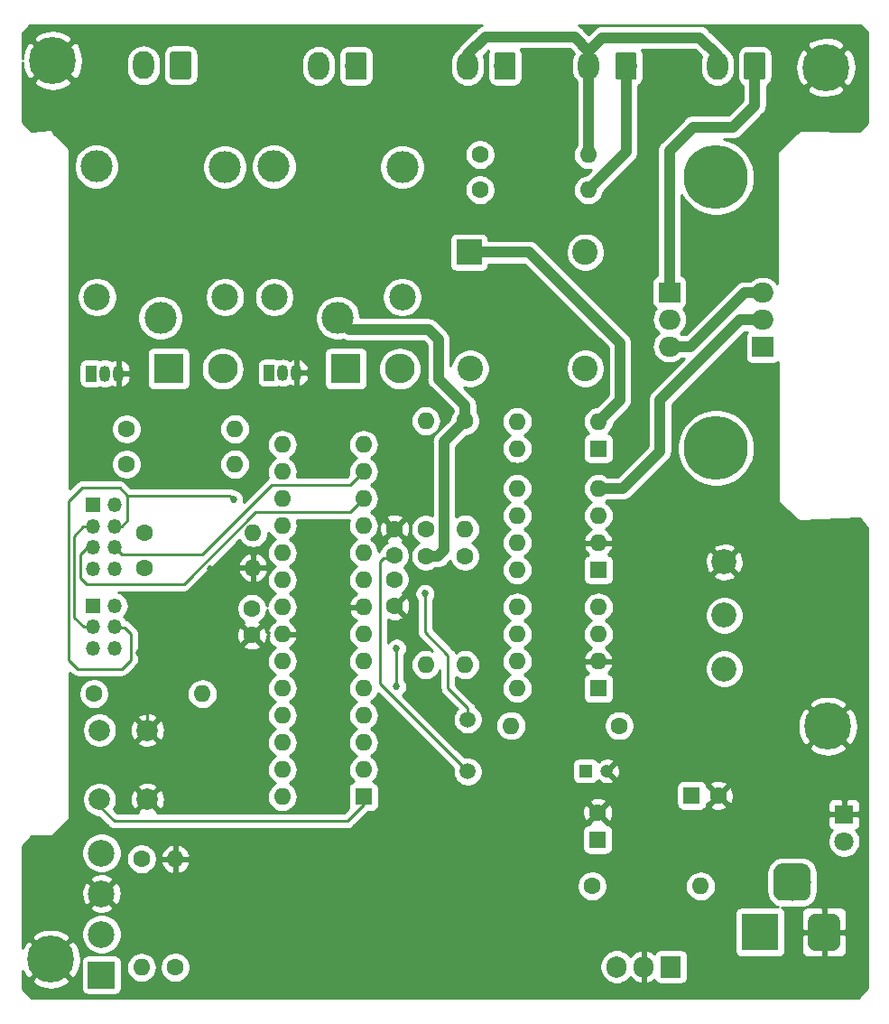
<source format=gbl>
G04 #@! TF.GenerationSoftware,KiCad,Pcbnew,(5.1.2)-1*
G04 #@! TF.CreationDate,2019-06-13T16:49:56+03:00*
G04 #@! TF.ProjectId,Home_Automation,486f6d65-5f41-4757-946f-6d6174696f6e,rev?*
G04 #@! TF.SameCoordinates,Original*
G04 #@! TF.FileFunction,Copper,L2,Bot*
G04 #@! TF.FilePolarity,Positive*
%FSLAX46Y46*%
G04 Gerber Fmt 4.6, Leading zero omitted, Abs format (unit mm)*
G04 Created by KiCad (PCBNEW (5.1.2)-1) date 2019-06-13 16:49:56*
%MOMM*%
%LPD*%
G04 APERTURE LIST*
%ADD10C,1.500000*%
%ADD11O,1.600000X1.600000*%
%ADD12R,1.600000X1.600000*%
%ADD13O,1.905000X2.000000*%
%ADD14R,1.905000X2.000000*%
%ADD15C,2.340000*%
%ADD16C,2.000000*%
%ADD17C,1.600000*%
%ADD18R,1.050000X1.500000*%
%ADD19O,1.050000X1.500000*%
%ADD20C,1.800000*%
%ADD21R,1.800000X1.800000*%
%ADD22C,3.000000*%
%ADD23C,2.500000*%
%ADD24O,1.350000X1.350000*%
%ADD25R,1.350000X1.350000*%
%ADD26C,0.100000*%
%ADD27C,3.500000*%
%ADD28R,3.500000X3.500000*%
%ADD29O,2.000000X2.600000*%
%ADD30C,6.000000*%
%ADD31C,4.400000*%
%ADD32O,2.800000X2.800000*%
%ADD33R,2.800000X2.800000*%
%ADD34O,2.000000X1.905000*%
%ADD35R,2.000000X1.905000*%
%ADD36C,2.400000*%
%ADD37R,2.400000X2.400000*%
%ADD38C,1.200000*%
%ADD39R,1.200000X1.200000*%
%ADD40C,2.499360*%
%ADD41R,2.499360X2.499360*%
%ADD42C,0.685800*%
%ADD43C,0.254000*%
%ADD44C,1.000000*%
G04 APERTURE END LIST*
D10*
X179578000Y-115243000D03*
X179578000Y-110363000D03*
D11*
X184213500Y-96329500D03*
X191833500Y-88709500D03*
X184213500Y-93789500D03*
X191833500Y-91249500D03*
X184213500Y-91249500D03*
X191833500Y-93789500D03*
X184213500Y-88709500D03*
D12*
X191833500Y-96329500D03*
D11*
X162179000Y-117602000D03*
X169799000Y-84582000D03*
X162179000Y-115062000D03*
X169799000Y-87122000D03*
X162179000Y-112522000D03*
X169799000Y-89662000D03*
X162179000Y-109982000D03*
X169799000Y-92202000D03*
X162179000Y-107442000D03*
X169799000Y-94742000D03*
X162179000Y-104902000D03*
X169799000Y-97282000D03*
X162179000Y-102362000D03*
X169799000Y-99822000D03*
X162179000Y-99822000D03*
X169799000Y-102362000D03*
X162179000Y-97282000D03*
X169799000Y-104902000D03*
X162179000Y-94742000D03*
X169799000Y-107442000D03*
X162179000Y-92202000D03*
X169799000Y-109982000D03*
X162179000Y-89662000D03*
X169799000Y-112522000D03*
X162179000Y-87122000D03*
X169799000Y-115062000D03*
X162179000Y-84582000D03*
D12*
X169799000Y-117602000D03*
D13*
X193548000Y-133540500D03*
X196088000Y-133540500D03*
D14*
X198628000Y-133540500D03*
D11*
X184213500Y-107442000D03*
X191833500Y-99822000D03*
X184213500Y-104902000D03*
X191833500Y-102362000D03*
X184213500Y-102362000D03*
X191833500Y-104902000D03*
X184213500Y-99822000D03*
D12*
X191833500Y-107442000D03*
D11*
X184213500Y-84963000D03*
X191833500Y-82423000D03*
X184213500Y-82423000D03*
D12*
X191833500Y-84963000D03*
D15*
X203644500Y-105600500D03*
X203644500Y-100600500D03*
X203644500Y-95600500D03*
D16*
X145034000Y-111356000D03*
X149534000Y-111356000D03*
X145034000Y-117856000D03*
X149534000Y-117856000D03*
D11*
X159448500Y-96139000D03*
D17*
X149288500Y-96139000D03*
D11*
X159448500Y-92837000D03*
D17*
X149288500Y-92837000D03*
D11*
X148971000Y-133604000D03*
D17*
X148971000Y-123444000D03*
D11*
X179324000Y-92519500D03*
D17*
X179324000Y-82359500D03*
D11*
X179324000Y-105219500D03*
D17*
X179324000Y-95059500D03*
D11*
X152146000Y-123444000D03*
D17*
X152146000Y-133604000D03*
D11*
X157734000Y-86423500D03*
D17*
X147574000Y-86423500D03*
D11*
X154686000Y-107950000D03*
D17*
X144526000Y-107950000D03*
D11*
X157734000Y-83121500D03*
D17*
X147574000Y-83121500D03*
D11*
X201422000Y-125984000D03*
D17*
X191262000Y-125984000D03*
D11*
X175641000Y-105219500D03*
D17*
X175641000Y-95059500D03*
D11*
X183642000Y-110934500D03*
D17*
X193802000Y-110934500D03*
D11*
X175641000Y-82359500D03*
D17*
X175641000Y-92519500D03*
D11*
X190881000Y-57404000D03*
D17*
X180721000Y-57404000D03*
D11*
X190881000Y-60706000D03*
D17*
X180721000Y-60706000D03*
D18*
X144272000Y-77914500D03*
D19*
X146812000Y-77914500D03*
X145542000Y-77914500D03*
D18*
X160972500Y-77851000D03*
D19*
X163512500Y-77851000D03*
X162242500Y-77851000D03*
D20*
X214884000Y-121793000D03*
D21*
X214884000Y-119253000D03*
D22*
X150749000Y-72707500D03*
D23*
X144799000Y-70757500D03*
D22*
X144749000Y-58507500D03*
X156799000Y-58557500D03*
D23*
X156799000Y-70757500D03*
D22*
X167386000Y-72707500D03*
D23*
X161436000Y-70757500D03*
D22*
X161386000Y-58507500D03*
X173436000Y-58557500D03*
D23*
X173436000Y-70757500D03*
D24*
X146462500Y-103695000D03*
X144462500Y-103695000D03*
X146462500Y-101695000D03*
X144462500Y-101695000D03*
X146462500Y-99695000D03*
D25*
X144462500Y-99695000D03*
D24*
X146462500Y-96233500D03*
X144462500Y-96233500D03*
X146462500Y-94233500D03*
X144462500Y-94233500D03*
X146462500Y-92233500D03*
X144462500Y-92233500D03*
X146462500Y-90233500D03*
D25*
X144462500Y-90233500D03*
D26*
G36*
X210970765Y-123856213D02*
G01*
X211055704Y-123868813D01*
X211138999Y-123889677D01*
X211219848Y-123918605D01*
X211297472Y-123955319D01*
X211371124Y-123999464D01*
X211440094Y-124050616D01*
X211503718Y-124108282D01*
X211561384Y-124171906D01*
X211612536Y-124240876D01*
X211656681Y-124314528D01*
X211693395Y-124392152D01*
X211722323Y-124473001D01*
X211743187Y-124556296D01*
X211755787Y-124641235D01*
X211760000Y-124727000D01*
X211760000Y-126477000D01*
X211755787Y-126562765D01*
X211743187Y-126647704D01*
X211722323Y-126730999D01*
X211693395Y-126811848D01*
X211656681Y-126889472D01*
X211612536Y-126963124D01*
X211561384Y-127032094D01*
X211503718Y-127095718D01*
X211440094Y-127153384D01*
X211371124Y-127204536D01*
X211297472Y-127248681D01*
X211219848Y-127285395D01*
X211138999Y-127314323D01*
X211055704Y-127335187D01*
X210970765Y-127347787D01*
X210885000Y-127352000D01*
X209135000Y-127352000D01*
X209049235Y-127347787D01*
X208964296Y-127335187D01*
X208881001Y-127314323D01*
X208800152Y-127285395D01*
X208722528Y-127248681D01*
X208648876Y-127204536D01*
X208579906Y-127153384D01*
X208516282Y-127095718D01*
X208458616Y-127032094D01*
X208407464Y-126963124D01*
X208363319Y-126889472D01*
X208326605Y-126811848D01*
X208297677Y-126730999D01*
X208276813Y-126647704D01*
X208264213Y-126562765D01*
X208260000Y-126477000D01*
X208260000Y-124727000D01*
X208264213Y-124641235D01*
X208276813Y-124556296D01*
X208297677Y-124473001D01*
X208326605Y-124392152D01*
X208363319Y-124314528D01*
X208407464Y-124240876D01*
X208458616Y-124171906D01*
X208516282Y-124108282D01*
X208579906Y-124050616D01*
X208648876Y-123999464D01*
X208722528Y-123955319D01*
X208800152Y-123918605D01*
X208881001Y-123889677D01*
X208964296Y-123868813D01*
X209049235Y-123856213D01*
X209135000Y-123852000D01*
X210885000Y-123852000D01*
X210970765Y-123856213D01*
X210970765Y-123856213D01*
G37*
D27*
X210010000Y-125602000D03*
D26*
G36*
X213833513Y-128555611D02*
G01*
X213906318Y-128566411D01*
X213977714Y-128584295D01*
X214047013Y-128609090D01*
X214113548Y-128640559D01*
X214176678Y-128678398D01*
X214235795Y-128722242D01*
X214290330Y-128771670D01*
X214339758Y-128826205D01*
X214383602Y-128885322D01*
X214421441Y-128948452D01*
X214452910Y-129014987D01*
X214477705Y-129084286D01*
X214495589Y-129155682D01*
X214506389Y-129228487D01*
X214510000Y-129302000D01*
X214510000Y-131302000D01*
X214506389Y-131375513D01*
X214495589Y-131448318D01*
X214477705Y-131519714D01*
X214452910Y-131589013D01*
X214421441Y-131655548D01*
X214383602Y-131718678D01*
X214339758Y-131777795D01*
X214290330Y-131832330D01*
X214235795Y-131881758D01*
X214176678Y-131925602D01*
X214113548Y-131963441D01*
X214047013Y-131994910D01*
X213977714Y-132019705D01*
X213906318Y-132037589D01*
X213833513Y-132048389D01*
X213760000Y-132052000D01*
X212260000Y-132052000D01*
X212186487Y-132048389D01*
X212113682Y-132037589D01*
X212042286Y-132019705D01*
X211972987Y-131994910D01*
X211906452Y-131963441D01*
X211843322Y-131925602D01*
X211784205Y-131881758D01*
X211729670Y-131832330D01*
X211680242Y-131777795D01*
X211636398Y-131718678D01*
X211598559Y-131655548D01*
X211567090Y-131589013D01*
X211542295Y-131519714D01*
X211524411Y-131448318D01*
X211513611Y-131375513D01*
X211510000Y-131302000D01*
X211510000Y-129302000D01*
X211513611Y-129228487D01*
X211524411Y-129155682D01*
X211542295Y-129084286D01*
X211567090Y-129014987D01*
X211598559Y-128948452D01*
X211636398Y-128885322D01*
X211680242Y-128826205D01*
X211729670Y-128771670D01*
X211784205Y-128722242D01*
X211843322Y-128678398D01*
X211906452Y-128640559D01*
X211972987Y-128609090D01*
X212042286Y-128584295D01*
X212113682Y-128566411D01*
X212186487Y-128555611D01*
X212260000Y-128552000D01*
X213760000Y-128552000D01*
X213833513Y-128555611D01*
X213833513Y-128555611D01*
G37*
D22*
X213010000Y-130302000D03*
D28*
X207010000Y-130302000D03*
D29*
X165600500Y-49085500D03*
D26*
G36*
X169875004Y-47786704D02*
G01*
X169899273Y-47790304D01*
X169923071Y-47796265D01*
X169946171Y-47804530D01*
X169968349Y-47815020D01*
X169989393Y-47827633D01*
X170009098Y-47842247D01*
X170027277Y-47858723D01*
X170043753Y-47876902D01*
X170058367Y-47896607D01*
X170070980Y-47917651D01*
X170081470Y-47939829D01*
X170089735Y-47962929D01*
X170095696Y-47986727D01*
X170099296Y-48010996D01*
X170100500Y-48035500D01*
X170100500Y-50135500D01*
X170099296Y-50160004D01*
X170095696Y-50184273D01*
X170089735Y-50208071D01*
X170081470Y-50231171D01*
X170070980Y-50253349D01*
X170058367Y-50274393D01*
X170043753Y-50294098D01*
X170027277Y-50312277D01*
X170009098Y-50328753D01*
X169989393Y-50343367D01*
X169968349Y-50355980D01*
X169946171Y-50366470D01*
X169923071Y-50374735D01*
X169899273Y-50380696D01*
X169875004Y-50384296D01*
X169850500Y-50385500D01*
X168350500Y-50385500D01*
X168325996Y-50384296D01*
X168301727Y-50380696D01*
X168277929Y-50374735D01*
X168254829Y-50366470D01*
X168232651Y-50355980D01*
X168211607Y-50343367D01*
X168191902Y-50328753D01*
X168173723Y-50312277D01*
X168157247Y-50294098D01*
X168142633Y-50274393D01*
X168130020Y-50253349D01*
X168119530Y-50231171D01*
X168111265Y-50208071D01*
X168105304Y-50184273D01*
X168101704Y-50160004D01*
X168100500Y-50135500D01*
X168100500Y-48035500D01*
X168101704Y-48010996D01*
X168105304Y-47986727D01*
X168111265Y-47962929D01*
X168119530Y-47939829D01*
X168130020Y-47917651D01*
X168142633Y-47896607D01*
X168157247Y-47876902D01*
X168173723Y-47858723D01*
X168191902Y-47842247D01*
X168211607Y-47827633D01*
X168232651Y-47815020D01*
X168254829Y-47804530D01*
X168277929Y-47796265D01*
X168301727Y-47790304D01*
X168325996Y-47786704D01*
X168350500Y-47785500D01*
X169850500Y-47785500D01*
X169875004Y-47786704D01*
X169875004Y-47786704D01*
G37*
D16*
X169100500Y-49085500D03*
D29*
X149154000Y-49022000D03*
D26*
G36*
X153428504Y-47723204D02*
G01*
X153452773Y-47726804D01*
X153476571Y-47732765D01*
X153499671Y-47741030D01*
X153521849Y-47751520D01*
X153542893Y-47764133D01*
X153562598Y-47778747D01*
X153580777Y-47795223D01*
X153597253Y-47813402D01*
X153611867Y-47833107D01*
X153624480Y-47854151D01*
X153634970Y-47876329D01*
X153643235Y-47899429D01*
X153649196Y-47923227D01*
X153652796Y-47947496D01*
X153654000Y-47972000D01*
X153654000Y-50072000D01*
X153652796Y-50096504D01*
X153649196Y-50120773D01*
X153643235Y-50144571D01*
X153634970Y-50167671D01*
X153624480Y-50189849D01*
X153611867Y-50210893D01*
X153597253Y-50230598D01*
X153580777Y-50248777D01*
X153562598Y-50265253D01*
X153542893Y-50279867D01*
X153521849Y-50292480D01*
X153499671Y-50302970D01*
X153476571Y-50311235D01*
X153452773Y-50317196D01*
X153428504Y-50320796D01*
X153404000Y-50322000D01*
X151904000Y-50322000D01*
X151879496Y-50320796D01*
X151855227Y-50317196D01*
X151831429Y-50311235D01*
X151808329Y-50302970D01*
X151786151Y-50292480D01*
X151765107Y-50279867D01*
X151745402Y-50265253D01*
X151727223Y-50248777D01*
X151710747Y-50230598D01*
X151696133Y-50210893D01*
X151683520Y-50189849D01*
X151673030Y-50167671D01*
X151664765Y-50144571D01*
X151658804Y-50120773D01*
X151655204Y-50096504D01*
X151654000Y-50072000D01*
X151654000Y-47972000D01*
X151655204Y-47947496D01*
X151658804Y-47923227D01*
X151664765Y-47899429D01*
X151673030Y-47876329D01*
X151683520Y-47854151D01*
X151696133Y-47833107D01*
X151710747Y-47813402D01*
X151727223Y-47795223D01*
X151745402Y-47778747D01*
X151765107Y-47764133D01*
X151786151Y-47751520D01*
X151808329Y-47741030D01*
X151831429Y-47732765D01*
X151855227Y-47726804D01*
X151879496Y-47723204D01*
X151904000Y-47722000D01*
X153404000Y-47722000D01*
X153428504Y-47723204D01*
X153428504Y-47723204D01*
G37*
D16*
X152654000Y-49022000D03*
D29*
X179570500Y-49085500D03*
D26*
G36*
X183845004Y-47786704D02*
G01*
X183869273Y-47790304D01*
X183893071Y-47796265D01*
X183916171Y-47804530D01*
X183938349Y-47815020D01*
X183959393Y-47827633D01*
X183979098Y-47842247D01*
X183997277Y-47858723D01*
X184013753Y-47876902D01*
X184028367Y-47896607D01*
X184040980Y-47917651D01*
X184051470Y-47939829D01*
X184059735Y-47962929D01*
X184065696Y-47986727D01*
X184069296Y-48010996D01*
X184070500Y-48035500D01*
X184070500Y-50135500D01*
X184069296Y-50160004D01*
X184065696Y-50184273D01*
X184059735Y-50208071D01*
X184051470Y-50231171D01*
X184040980Y-50253349D01*
X184028367Y-50274393D01*
X184013753Y-50294098D01*
X183997277Y-50312277D01*
X183979098Y-50328753D01*
X183959393Y-50343367D01*
X183938349Y-50355980D01*
X183916171Y-50366470D01*
X183893071Y-50374735D01*
X183869273Y-50380696D01*
X183845004Y-50384296D01*
X183820500Y-50385500D01*
X182320500Y-50385500D01*
X182295996Y-50384296D01*
X182271727Y-50380696D01*
X182247929Y-50374735D01*
X182224829Y-50366470D01*
X182202651Y-50355980D01*
X182181607Y-50343367D01*
X182161902Y-50328753D01*
X182143723Y-50312277D01*
X182127247Y-50294098D01*
X182112633Y-50274393D01*
X182100020Y-50253349D01*
X182089530Y-50231171D01*
X182081265Y-50208071D01*
X182075304Y-50184273D01*
X182071704Y-50160004D01*
X182070500Y-50135500D01*
X182070500Y-48035500D01*
X182071704Y-48010996D01*
X182075304Y-47986727D01*
X182081265Y-47962929D01*
X182089530Y-47939829D01*
X182100020Y-47917651D01*
X182112633Y-47896607D01*
X182127247Y-47876902D01*
X182143723Y-47858723D01*
X182161902Y-47842247D01*
X182181607Y-47827633D01*
X182202651Y-47815020D01*
X182224829Y-47804530D01*
X182247929Y-47796265D01*
X182271727Y-47790304D01*
X182295996Y-47786704D01*
X182320500Y-47785500D01*
X183820500Y-47785500D01*
X183845004Y-47786704D01*
X183845004Y-47786704D01*
G37*
D16*
X183070500Y-49085500D03*
D29*
X203002000Y-49085500D03*
D26*
G36*
X207276504Y-47786704D02*
G01*
X207300773Y-47790304D01*
X207324571Y-47796265D01*
X207347671Y-47804530D01*
X207369849Y-47815020D01*
X207390893Y-47827633D01*
X207410598Y-47842247D01*
X207428777Y-47858723D01*
X207445253Y-47876902D01*
X207459867Y-47896607D01*
X207472480Y-47917651D01*
X207482970Y-47939829D01*
X207491235Y-47962929D01*
X207497196Y-47986727D01*
X207500796Y-48010996D01*
X207502000Y-48035500D01*
X207502000Y-50135500D01*
X207500796Y-50160004D01*
X207497196Y-50184273D01*
X207491235Y-50208071D01*
X207482970Y-50231171D01*
X207472480Y-50253349D01*
X207459867Y-50274393D01*
X207445253Y-50294098D01*
X207428777Y-50312277D01*
X207410598Y-50328753D01*
X207390893Y-50343367D01*
X207369849Y-50355980D01*
X207347671Y-50366470D01*
X207324571Y-50374735D01*
X207300773Y-50380696D01*
X207276504Y-50384296D01*
X207252000Y-50385500D01*
X205752000Y-50385500D01*
X205727496Y-50384296D01*
X205703227Y-50380696D01*
X205679429Y-50374735D01*
X205656329Y-50366470D01*
X205634151Y-50355980D01*
X205613107Y-50343367D01*
X205593402Y-50328753D01*
X205575223Y-50312277D01*
X205558747Y-50294098D01*
X205544133Y-50274393D01*
X205531520Y-50253349D01*
X205521030Y-50231171D01*
X205512765Y-50208071D01*
X205506804Y-50184273D01*
X205503204Y-50160004D01*
X205502000Y-50135500D01*
X205502000Y-48035500D01*
X205503204Y-48010996D01*
X205506804Y-47986727D01*
X205512765Y-47962929D01*
X205521030Y-47939829D01*
X205531520Y-47917651D01*
X205544133Y-47896607D01*
X205558747Y-47876902D01*
X205575223Y-47858723D01*
X205593402Y-47842247D01*
X205613107Y-47827633D01*
X205634151Y-47815020D01*
X205656329Y-47804530D01*
X205679429Y-47796265D01*
X205703227Y-47790304D01*
X205727496Y-47786704D01*
X205752000Y-47785500D01*
X207252000Y-47785500D01*
X207276504Y-47786704D01*
X207276504Y-47786704D01*
G37*
D16*
X206502000Y-49085500D03*
D29*
X190937000Y-49085500D03*
D26*
G36*
X195211504Y-47786704D02*
G01*
X195235773Y-47790304D01*
X195259571Y-47796265D01*
X195282671Y-47804530D01*
X195304849Y-47815020D01*
X195325893Y-47827633D01*
X195345598Y-47842247D01*
X195363777Y-47858723D01*
X195380253Y-47876902D01*
X195394867Y-47896607D01*
X195407480Y-47917651D01*
X195417970Y-47939829D01*
X195426235Y-47962929D01*
X195432196Y-47986727D01*
X195435796Y-48010996D01*
X195437000Y-48035500D01*
X195437000Y-50135500D01*
X195435796Y-50160004D01*
X195432196Y-50184273D01*
X195426235Y-50208071D01*
X195417970Y-50231171D01*
X195407480Y-50253349D01*
X195394867Y-50274393D01*
X195380253Y-50294098D01*
X195363777Y-50312277D01*
X195345598Y-50328753D01*
X195325893Y-50343367D01*
X195304849Y-50355980D01*
X195282671Y-50366470D01*
X195259571Y-50374735D01*
X195235773Y-50380696D01*
X195211504Y-50384296D01*
X195187000Y-50385500D01*
X193687000Y-50385500D01*
X193662496Y-50384296D01*
X193638227Y-50380696D01*
X193614429Y-50374735D01*
X193591329Y-50366470D01*
X193569151Y-50355980D01*
X193548107Y-50343367D01*
X193528402Y-50328753D01*
X193510223Y-50312277D01*
X193493747Y-50294098D01*
X193479133Y-50274393D01*
X193466520Y-50253349D01*
X193456030Y-50231171D01*
X193447765Y-50208071D01*
X193441804Y-50184273D01*
X193438204Y-50160004D01*
X193437000Y-50135500D01*
X193437000Y-48035500D01*
X193438204Y-48010996D01*
X193441804Y-47986727D01*
X193447765Y-47962929D01*
X193456030Y-47939829D01*
X193466520Y-47917651D01*
X193479133Y-47896607D01*
X193493747Y-47876902D01*
X193510223Y-47858723D01*
X193528402Y-47842247D01*
X193548107Y-47827633D01*
X193569151Y-47815020D01*
X193591329Y-47804530D01*
X193614429Y-47796265D01*
X193638227Y-47790304D01*
X193662496Y-47786704D01*
X193687000Y-47785500D01*
X195187000Y-47785500D01*
X195211504Y-47786704D01*
X195211504Y-47786704D01*
G37*
D16*
X194437000Y-49085500D03*
D30*
X202882500Y-59499500D03*
X202882500Y-84899500D03*
D31*
X140462000Y-132842000D03*
X213360000Y-110998000D03*
X213169500Y-49212500D03*
X140652500Y-48577500D03*
D32*
X156591000Y-77470000D03*
D33*
X151511000Y-77470000D03*
D34*
X207264000Y-70358000D03*
X207264000Y-72898000D03*
D35*
X207264000Y-75438000D03*
D32*
X173228000Y-77470000D03*
D33*
X168148000Y-77470000D03*
D34*
X198501000Y-75374500D03*
X198501000Y-72834500D03*
D35*
X198501000Y-70294500D03*
D36*
X179805000Y-77448000D03*
D37*
X179705000Y-66548000D03*
D36*
X190605000Y-66548000D03*
X190605000Y-77448000D03*
D17*
X159321500Y-102449000D03*
X159321500Y-99949000D03*
X172720000Y-92496000D03*
X172720000Y-94996000D03*
X172720000Y-99718500D03*
X172720000Y-97218500D03*
D38*
X192627000Y-115189000D03*
D39*
X190627000Y-115189000D03*
D17*
X191770000Y-119102500D03*
D12*
X191770000Y-121602500D03*
D17*
X203096500Y-117475000D03*
D12*
X200596500Y-117475000D03*
D40*
X145224500Y-122872500D03*
X145224500Y-126682500D03*
X145224500Y-130492500D03*
D41*
X145224500Y-134302500D03*
D42*
X172910500Y-103695500D03*
X172910502Y-107286410D03*
X155448000Y-96266000D03*
X148716998Y-104076500D03*
X175577500Y-98552000D03*
X157607000Y-89725500D03*
D43*
X172910500Y-103695500D02*
X172910500Y-107286408D01*
X172910500Y-107286408D02*
X172910502Y-107286410D01*
X159321500Y-96266000D02*
X159448500Y-96139000D01*
X155448000Y-96266000D02*
X159321500Y-96266000D01*
X149534000Y-104893502D02*
X149059897Y-104419399D01*
X149059897Y-104419399D02*
X148716998Y-104076500D01*
X149534000Y-111356000D02*
X149534000Y-104893502D01*
X179578000Y-109302340D02*
X179578000Y-110363000D01*
X177736500Y-107460840D02*
X179578000Y-109302340D01*
X177736500Y-104330500D02*
X177736500Y-107460840D01*
X175577500Y-98552000D02*
X175577500Y-102171500D01*
X175577500Y-102171500D02*
X177736500Y-104330500D01*
X172529500Y-95186500D02*
X172720000Y-94996000D01*
X171704000Y-95186500D02*
X172529500Y-95186500D01*
X171323000Y-95567500D02*
X171704000Y-95186500D01*
X179578000Y-115243000D02*
X171323000Y-106988000D01*
X171323000Y-106988000D02*
X171323000Y-95567500D01*
D44*
X181905000Y-66548000D02*
X179705000Y-66548000D01*
X185356500Y-66548000D02*
X181905000Y-66548000D01*
X193865500Y-75057000D02*
X185356500Y-66548000D01*
X191833500Y-82423000D02*
X193865500Y-80391000D01*
X193865500Y-80391000D02*
X193865500Y-75057000D01*
X194437000Y-57150000D02*
X190881000Y-60706000D01*
X194437000Y-49085500D02*
X194437000Y-57150000D01*
X200501000Y-75374500D02*
X205517500Y-70358000D01*
X205517500Y-70358000D02*
X207264000Y-70358000D01*
X198501000Y-75374500D02*
X200501000Y-75374500D01*
X179324000Y-80899000D02*
X179324000Y-82359500D01*
X176847500Y-78422500D02*
X179324000Y-80899000D01*
X176847500Y-74739500D02*
X176847500Y-78422500D01*
X175895000Y-73787000D02*
X176847500Y-74739500D01*
X167386000Y-72707500D02*
X168465500Y-73787000D01*
X168465500Y-73787000D02*
X175895000Y-73787000D01*
X178524001Y-83159499D02*
X179324000Y-82359500D01*
X177355500Y-84328000D02*
X178524001Y-83159499D01*
X177355500Y-94476370D02*
X177355500Y-84328000D01*
X175641000Y-95059500D02*
X176772370Y-95059500D01*
X176772370Y-95059500D02*
X177355500Y-94476370D01*
X206502000Y-52768500D02*
X206502000Y-49085500D01*
X204470000Y-54800500D02*
X206502000Y-52768500D01*
X200723500Y-54800500D02*
X204470000Y-54800500D01*
X198501000Y-70294500D02*
X198501000Y-57023000D01*
X198501000Y-57023000D02*
X200723500Y-54800500D01*
X194119500Y-88709500D02*
X191833500Y-88709500D01*
X197612000Y-85217000D02*
X194119500Y-88709500D01*
X197612000Y-80391000D02*
X197612000Y-85217000D01*
X207264000Y-72898000D02*
X205105000Y-72898000D01*
X205105000Y-72898000D02*
X197612000Y-80391000D01*
X190937000Y-57348000D02*
X190881000Y-57404000D01*
X190937000Y-49085500D02*
X190937000Y-57348000D01*
X190937000Y-47696000D02*
X190937000Y-49085500D01*
X189596000Y-46355000D02*
X190937000Y-47696000D01*
X181229000Y-46355000D02*
X189596000Y-46355000D01*
X179570500Y-49085500D02*
X179570500Y-48013500D01*
X179570500Y-48013500D02*
X181229000Y-46355000D01*
X192214500Y-46418500D02*
X190937000Y-47696000D01*
X201358500Y-46418500D02*
X192214500Y-46418500D01*
X203002000Y-49085500D02*
X203002000Y-48062000D01*
X203002000Y-48062000D02*
X201358500Y-46418500D01*
D43*
X168999001Y-87921999D02*
X169799000Y-87122000D01*
X168529000Y-88392000D02*
X168999001Y-87921999D01*
X161226500Y-88392000D02*
X168529000Y-88392000D01*
X154710001Y-94908499D02*
X161226500Y-88392000D01*
X146462500Y-94233500D02*
X147137499Y-94908499D01*
X147137499Y-94908499D02*
X154710001Y-94908499D01*
X168529000Y-90932000D02*
X168999001Y-90461999D01*
X143891500Y-94233500D02*
X143256000Y-94869000D01*
X168999001Y-90461999D02*
X169799000Y-89662000D01*
X159685538Y-90932000D02*
X168529000Y-90932000D01*
X144462500Y-94233500D02*
X143891500Y-94233500D01*
X143256000Y-94869000D02*
X143256000Y-97091500D01*
X143256000Y-97091500D02*
X143827500Y-97663000D01*
X143827500Y-97663000D02*
X152954538Y-97663000D01*
X152954538Y-97663000D02*
X159685538Y-90932000D01*
X147098000Y-92233500D02*
X147637500Y-91694000D01*
X147637500Y-91694000D02*
X147637500Y-89344500D01*
X146462500Y-92233500D02*
X147098000Y-92233500D01*
X147637500Y-89344500D02*
X157226000Y-89344500D01*
X157226000Y-89344500D02*
X157607000Y-89725500D01*
X142166989Y-92966443D02*
X142166989Y-100962557D01*
X142176500Y-92956932D02*
X142166989Y-92966443D01*
X142176500Y-89852500D02*
X142176500Y-92956932D01*
X143002000Y-105600500D02*
X147129500Y-105600500D01*
X143383000Y-88646000D02*
X142176500Y-89852500D01*
X146939000Y-88646000D02*
X143383000Y-88646000D01*
X147637500Y-89344500D02*
X146939000Y-88646000D01*
X142166989Y-100962557D02*
X142176500Y-100972068D01*
X142176500Y-100972068D02*
X142176500Y-104775000D01*
X147955000Y-104775000D02*
X147955000Y-102298500D01*
X142176500Y-104775000D02*
X143002000Y-105600500D01*
X147129500Y-105600500D02*
X147955000Y-104775000D01*
X147955000Y-102298500D02*
X147383500Y-101727000D01*
X147383500Y-101727000D02*
X146494500Y-101727000D01*
X146494500Y-101727000D02*
X146462500Y-101695000D01*
X144430500Y-92265500D02*
X144462500Y-92233500D01*
X142621000Y-93154500D02*
X143510000Y-92265500D01*
X142621000Y-100774500D02*
X142621000Y-93154500D01*
X143541500Y-101695000D02*
X142621000Y-100774500D01*
X143510000Y-92265500D02*
X144430500Y-92265500D01*
X144462500Y-101695000D02*
X143541500Y-101695000D01*
X169799000Y-118364000D02*
X169799000Y-117602000D01*
X168275000Y-119888000D02*
X169799000Y-118364000D01*
X146431000Y-119888000D02*
X168275000Y-119888000D01*
X145034000Y-117856000D02*
X145034000Y-118491000D01*
X145034000Y-118491000D02*
X146431000Y-119888000D01*
G36*
X180792553Y-45301324D02*
G01*
X180595377Y-45406716D01*
X180422551Y-45548551D01*
X180387009Y-45591860D01*
X178807360Y-47171509D01*
X178764052Y-47207051D01*
X178622217Y-47379877D01*
X178556751Y-47502355D01*
X178408786Y-47623786D01*
X178204469Y-47872748D01*
X178052648Y-48156785D01*
X177959157Y-48464984D01*
X177935500Y-48705178D01*
X177935500Y-49465821D01*
X177959157Y-49706015D01*
X178052648Y-50014214D01*
X178204469Y-50298251D01*
X178408786Y-50547214D01*
X178657748Y-50751531D01*
X178941785Y-50903352D01*
X179249984Y-50996843D01*
X179570500Y-51028411D01*
X179891015Y-50996843D01*
X180199214Y-50903352D01*
X180483251Y-50751531D01*
X180732214Y-50547214D01*
X180936531Y-50298252D01*
X181088352Y-50014215D01*
X181181843Y-49706016D01*
X181205500Y-49465822D01*
X181205500Y-48705179D01*
X181181843Y-48464985D01*
X181088352Y-48156785D01*
X181068844Y-48120288D01*
X181507545Y-47681587D01*
X181500028Y-47695650D01*
X181449492Y-47862246D01*
X181432428Y-48035500D01*
X181432428Y-50135500D01*
X181449492Y-50308754D01*
X181500028Y-50475350D01*
X181582095Y-50628886D01*
X181692538Y-50763462D01*
X181827114Y-50873905D01*
X181980650Y-50955972D01*
X182147246Y-51006508D01*
X182320500Y-51023572D01*
X183820500Y-51023572D01*
X183993754Y-51006508D01*
X184160350Y-50955972D01*
X184313886Y-50873905D01*
X184448462Y-50763462D01*
X184558905Y-50628886D01*
X184640972Y-50475350D01*
X184691508Y-50308754D01*
X184708572Y-50135500D01*
X184708572Y-48035500D01*
X184691508Y-47862246D01*
X184640972Y-47695650D01*
X184558905Y-47542114D01*
X184516136Y-47490000D01*
X189125869Y-47490000D01*
X189549250Y-47913381D01*
X189419148Y-48156785D01*
X189325657Y-48464984D01*
X189302000Y-48705178D01*
X189302000Y-49465821D01*
X189325657Y-49706015D01*
X189419148Y-50014214D01*
X189570969Y-50298251D01*
X189775286Y-50547214D01*
X189802000Y-50569138D01*
X189802001Y-56456760D01*
X189682068Y-56602899D01*
X189548818Y-56852192D01*
X189466764Y-57122691D01*
X189439057Y-57404000D01*
X189466764Y-57685309D01*
X189548818Y-57955808D01*
X189682068Y-58205101D01*
X189861392Y-58423608D01*
X190079899Y-58602932D01*
X190329192Y-58736182D01*
X190599691Y-58818236D01*
X190810508Y-58839000D01*
X190951492Y-58839000D01*
X191162309Y-58818236D01*
X191164209Y-58817660D01*
X190699983Y-59281886D01*
X190599691Y-59291764D01*
X190329192Y-59373818D01*
X190079899Y-59507068D01*
X189861392Y-59686392D01*
X189682068Y-59904899D01*
X189548818Y-60154192D01*
X189466764Y-60424691D01*
X189439057Y-60706000D01*
X189466764Y-60987309D01*
X189548818Y-61257808D01*
X189682068Y-61507101D01*
X189861392Y-61725608D01*
X190079899Y-61904932D01*
X190329192Y-62038182D01*
X190599691Y-62120236D01*
X190810508Y-62141000D01*
X190951492Y-62141000D01*
X191162309Y-62120236D01*
X191432808Y-62038182D01*
X191682101Y-61904932D01*
X191900608Y-61725608D01*
X192079932Y-61507101D01*
X192213182Y-61257808D01*
X192295236Y-60987309D01*
X192305114Y-60887017D01*
X195200141Y-57991991D01*
X195243449Y-57956449D01*
X195385284Y-57783623D01*
X195490676Y-57586447D01*
X195555577Y-57372499D01*
X195572000Y-57205752D01*
X195572000Y-57205743D01*
X195577490Y-57150001D01*
X195572000Y-57094259D01*
X195572000Y-50931839D01*
X195680386Y-50873905D01*
X195814962Y-50763462D01*
X195925405Y-50628886D01*
X196007472Y-50475350D01*
X196058008Y-50308754D01*
X196075072Y-50135500D01*
X196075072Y-48035500D01*
X196058008Y-47862246D01*
X196007472Y-47695650D01*
X195931491Y-47553500D01*
X200888369Y-47553500D01*
X201486762Y-48151894D01*
X201484148Y-48156785D01*
X201390657Y-48464984D01*
X201367000Y-48705178D01*
X201367000Y-49465821D01*
X201390657Y-49706015D01*
X201484148Y-50014214D01*
X201635969Y-50298251D01*
X201840286Y-50547214D01*
X202089248Y-50751531D01*
X202373285Y-50903352D01*
X202681484Y-50996843D01*
X203002000Y-51028411D01*
X203322515Y-50996843D01*
X203630714Y-50903352D01*
X203914751Y-50751531D01*
X204163714Y-50547214D01*
X204368031Y-50298252D01*
X204519852Y-50014215D01*
X204613343Y-49706016D01*
X204637000Y-49465822D01*
X204637000Y-48705179D01*
X204613343Y-48464985D01*
X204519852Y-48156785D01*
X204368031Y-47872748D01*
X204163714Y-47623786D01*
X203969568Y-47464455D01*
X203950284Y-47428377D01*
X203808449Y-47255551D01*
X203765140Y-47220009D01*
X202200496Y-45655365D01*
X202164949Y-45612051D01*
X201992123Y-45470216D01*
X201794947Y-45364824D01*
X201580999Y-45299923D01*
X201414252Y-45283500D01*
X201414251Y-45283500D01*
X201358500Y-45278009D01*
X201302749Y-45283500D01*
X192270252Y-45283500D01*
X192214500Y-45278009D01*
X192158748Y-45283500D01*
X191992001Y-45299923D01*
X191778053Y-45364824D01*
X191580877Y-45470216D01*
X191408051Y-45612051D01*
X191372508Y-45655360D01*
X190937000Y-46090868D01*
X190437996Y-45591865D01*
X190402449Y-45548551D01*
X190229623Y-45406716D01*
X190032447Y-45301324D01*
X189947317Y-45275500D01*
X216422402Y-45275500D01*
X216474296Y-45322676D01*
X217043000Y-45891381D01*
X217043000Y-54438619D01*
X216302011Y-55179609D01*
X210757911Y-55118008D01*
X210733109Y-55120173D01*
X210709206Y-55127135D01*
X210687120Y-55138626D01*
X210668134Y-55153783D01*
X210532205Y-55285464D01*
X210491487Y-55307228D01*
X210451549Y-55328575D01*
X210376233Y-55390386D01*
X210351052Y-55411052D01*
X210330388Y-55436231D01*
X209106236Y-56660384D01*
X209081052Y-56681052D01*
X209053702Y-56714378D01*
X209040144Y-56730898D01*
X208636134Y-57122283D01*
X208620036Y-57141276D01*
X208607953Y-57163043D01*
X208600349Y-57186750D01*
X208597501Y-57213992D01*
X208645064Y-69485271D01*
X208637845Y-69471765D01*
X208439463Y-69230037D01*
X208197735Y-69031655D01*
X207921949Y-68884245D01*
X207622704Y-68793470D01*
X207389486Y-68770500D01*
X207138514Y-68770500D01*
X206905296Y-68793470D01*
X206606051Y-68884245D01*
X206330265Y-69031655D01*
X206097112Y-69223000D01*
X205573241Y-69223000D01*
X205517499Y-69217510D01*
X205461757Y-69223000D01*
X205461748Y-69223000D01*
X205295001Y-69239423D01*
X205081053Y-69304324D01*
X204883877Y-69409716D01*
X204711051Y-69551551D01*
X204675509Y-69594859D01*
X200030869Y-74239500D01*
X199667888Y-74239500D01*
X199503391Y-74104500D01*
X199676463Y-73962463D01*
X199874845Y-73720735D01*
X200022255Y-73444949D01*
X200113030Y-73145704D01*
X200143681Y-72834500D01*
X200113030Y-72523296D01*
X200022255Y-72224051D01*
X199874845Y-71948265D01*
X199771554Y-71822405D01*
X199855494Y-71777537D01*
X199952185Y-71698185D01*
X200031537Y-71601494D01*
X200090502Y-71491180D01*
X200126812Y-71371482D01*
X200139072Y-71247000D01*
X200139072Y-69342000D01*
X200126812Y-69217518D01*
X200090502Y-69097820D01*
X200031537Y-68987506D01*
X199952185Y-68890815D01*
X199855494Y-68811463D01*
X199745180Y-68752498D01*
X199636000Y-68719379D01*
X199636000Y-61160468D01*
X199661205Y-61221318D01*
X200059011Y-61816677D01*
X200565323Y-62322989D01*
X201160682Y-62720795D01*
X201822210Y-62994809D01*
X202524484Y-63134500D01*
X203240516Y-63134500D01*
X203942790Y-62994809D01*
X204604318Y-62720795D01*
X205199677Y-62322989D01*
X205705989Y-61816677D01*
X206103795Y-61221318D01*
X206377809Y-60559790D01*
X206517500Y-59857516D01*
X206517500Y-59141484D01*
X206377809Y-58439210D01*
X206103795Y-57777682D01*
X205705989Y-57182323D01*
X205199677Y-56676011D01*
X204604318Y-56278205D01*
X203942790Y-56004191D01*
X203597457Y-55935500D01*
X204414249Y-55935500D01*
X204470000Y-55940991D01*
X204525751Y-55935500D01*
X204525752Y-55935500D01*
X204692499Y-55919077D01*
X204906447Y-55854176D01*
X205103623Y-55748784D01*
X205276449Y-55606949D01*
X205311996Y-55563635D01*
X207265141Y-53610491D01*
X207308449Y-53574949D01*
X207450284Y-53402123D01*
X207555676Y-53204947D01*
X207620577Y-52990999D01*
X207637000Y-52824252D01*
X207637000Y-52824251D01*
X207642491Y-52768500D01*
X207637000Y-52712749D01*
X207637000Y-51202275D01*
X211359330Y-51202275D01*
X211599476Y-51589518D01*
X212093377Y-51850141D01*
X212628633Y-52009401D01*
X213184674Y-52061178D01*
X213740132Y-52003481D01*
X214273661Y-51838528D01*
X214739524Y-51589518D01*
X214979670Y-51202275D01*
X213169500Y-49392105D01*
X211359330Y-51202275D01*
X207637000Y-51202275D01*
X207637000Y-50931839D01*
X207745386Y-50873905D01*
X207879962Y-50763462D01*
X207990405Y-50628886D01*
X208072472Y-50475350D01*
X208123008Y-50308754D01*
X208140072Y-50135500D01*
X208140072Y-49227674D01*
X210320822Y-49227674D01*
X210378519Y-49783132D01*
X210543472Y-50316661D01*
X210792482Y-50782524D01*
X211179725Y-51022670D01*
X212989895Y-49212500D01*
X213349105Y-49212500D01*
X215159275Y-51022670D01*
X215546518Y-50782524D01*
X215807141Y-50288623D01*
X215966401Y-49753367D01*
X216018178Y-49197326D01*
X215960481Y-48641868D01*
X215795528Y-48108339D01*
X215546518Y-47642476D01*
X215159275Y-47402330D01*
X213349105Y-49212500D01*
X212989895Y-49212500D01*
X211179725Y-47402330D01*
X210792482Y-47642476D01*
X210531859Y-48136377D01*
X210372599Y-48671633D01*
X210320822Y-49227674D01*
X208140072Y-49227674D01*
X208140072Y-48035500D01*
X208123008Y-47862246D01*
X208072472Y-47695650D01*
X207990405Y-47542114D01*
X207879962Y-47407538D01*
X207745386Y-47297095D01*
X207606251Y-47222725D01*
X211359330Y-47222725D01*
X213169500Y-49032895D01*
X214979670Y-47222725D01*
X214739524Y-46835482D01*
X214245623Y-46574859D01*
X213710367Y-46415599D01*
X213154326Y-46363822D01*
X212598868Y-46421519D01*
X212065339Y-46586472D01*
X211599476Y-46835482D01*
X211359330Y-47222725D01*
X207606251Y-47222725D01*
X207591850Y-47215028D01*
X207425254Y-47164492D01*
X207252000Y-47147428D01*
X205752000Y-47147428D01*
X205578746Y-47164492D01*
X205412150Y-47215028D01*
X205258614Y-47297095D01*
X205124038Y-47407538D01*
X205013595Y-47542114D01*
X204931528Y-47695650D01*
X204880992Y-47862246D01*
X204863928Y-48035500D01*
X204863928Y-50135500D01*
X204880992Y-50308754D01*
X204931528Y-50475350D01*
X205013595Y-50628886D01*
X205124038Y-50763462D01*
X205258614Y-50873905D01*
X205367000Y-50931839D01*
X205367000Y-52298368D01*
X203999869Y-53665500D01*
X200779252Y-53665500D01*
X200723500Y-53660009D01*
X200501001Y-53681923D01*
X200287053Y-53746824D01*
X200089877Y-53852216D01*
X199960356Y-53958511D01*
X199960354Y-53958513D01*
X199917051Y-53994051D01*
X199881513Y-54037354D01*
X197737860Y-56181009D01*
X197694552Y-56216551D01*
X197552717Y-56389377D01*
X197535013Y-56422500D01*
X197447324Y-56586554D01*
X197382423Y-56800502D01*
X197360509Y-57023000D01*
X197366001Y-57078761D01*
X197366000Y-68719379D01*
X197256820Y-68752498D01*
X197146506Y-68811463D01*
X197049815Y-68890815D01*
X196970463Y-68987506D01*
X196911498Y-69097820D01*
X196875188Y-69217518D01*
X196862928Y-69342000D01*
X196862928Y-71247000D01*
X196875188Y-71371482D01*
X196911498Y-71491180D01*
X196970463Y-71601494D01*
X197049815Y-71698185D01*
X197146506Y-71777537D01*
X197230446Y-71822405D01*
X197127155Y-71948265D01*
X196979745Y-72224051D01*
X196888970Y-72523296D01*
X196858319Y-72834500D01*
X196888970Y-73145704D01*
X196979745Y-73444949D01*
X197127155Y-73720735D01*
X197325537Y-73962463D01*
X197498609Y-74104500D01*
X197325537Y-74246537D01*
X197127155Y-74488265D01*
X196979745Y-74764051D01*
X196888970Y-75063296D01*
X196858319Y-75374500D01*
X196888970Y-75685704D01*
X196979745Y-75984949D01*
X197127155Y-76260735D01*
X197325537Y-76502463D01*
X197567265Y-76700845D01*
X197843051Y-76848255D01*
X198142296Y-76939030D01*
X198375514Y-76962000D01*
X198626486Y-76962000D01*
X198859704Y-76939030D01*
X199158949Y-76848255D01*
X199434735Y-76700845D01*
X199667888Y-76509500D01*
X199888369Y-76509500D01*
X196848865Y-79549004D01*
X196805551Y-79584551D01*
X196663716Y-79757377D01*
X196560375Y-79950716D01*
X196558324Y-79954554D01*
X196493423Y-80168502D01*
X196471509Y-80391000D01*
X196477000Y-80446751D01*
X196477001Y-84746867D01*
X193649369Y-87574500D01*
X192712502Y-87574500D01*
X192634601Y-87510568D01*
X192385308Y-87377318D01*
X192114809Y-87295264D01*
X191903992Y-87274500D01*
X191763008Y-87274500D01*
X191552191Y-87295264D01*
X191281692Y-87377318D01*
X191032399Y-87510568D01*
X190813892Y-87689892D01*
X190634568Y-87908399D01*
X190501318Y-88157692D01*
X190419264Y-88428191D01*
X190391557Y-88709500D01*
X190419264Y-88990809D01*
X190501318Y-89261308D01*
X190634568Y-89510601D01*
X190813892Y-89729108D01*
X191032399Y-89908432D01*
X191165358Y-89979500D01*
X191032399Y-90050568D01*
X190813892Y-90229892D01*
X190634568Y-90448399D01*
X190501318Y-90697692D01*
X190419264Y-90968191D01*
X190391557Y-91249500D01*
X190419264Y-91530809D01*
X190501318Y-91801308D01*
X190634568Y-92050601D01*
X190813892Y-92269108D01*
X191032399Y-92448432D01*
X191170182Y-92522079D01*
X190978369Y-92637115D01*
X190769981Y-92826086D01*
X190602463Y-93052080D01*
X190482254Y-93306413D01*
X190441596Y-93440461D01*
X190563585Y-93662500D01*
X191706500Y-93662500D01*
X191706500Y-93642500D01*
X191960500Y-93642500D01*
X191960500Y-93662500D01*
X193103415Y-93662500D01*
X193225404Y-93440461D01*
X193184746Y-93306413D01*
X193064537Y-93052080D01*
X192897019Y-92826086D01*
X192688631Y-92637115D01*
X192496818Y-92522079D01*
X192634601Y-92448432D01*
X192853108Y-92269108D01*
X193032432Y-92050601D01*
X193165682Y-91801308D01*
X193247736Y-91530809D01*
X193275443Y-91249500D01*
X193247736Y-90968191D01*
X193165682Y-90697692D01*
X193032432Y-90448399D01*
X192853108Y-90229892D01*
X192634601Y-90050568D01*
X192501642Y-89979500D01*
X192634601Y-89908432D01*
X192712502Y-89844500D01*
X194063749Y-89844500D01*
X194119500Y-89849991D01*
X194175251Y-89844500D01*
X194175252Y-89844500D01*
X194341999Y-89828077D01*
X194555947Y-89763176D01*
X194753123Y-89657784D01*
X194925949Y-89515949D01*
X194961496Y-89472635D01*
X198375141Y-86058991D01*
X198418449Y-86023449D01*
X198560284Y-85850623D01*
X198665676Y-85653447D01*
X198730577Y-85439499D01*
X198747000Y-85272752D01*
X198752491Y-85217000D01*
X198747000Y-85161248D01*
X198747000Y-84541484D01*
X199247500Y-84541484D01*
X199247500Y-85257516D01*
X199387191Y-85959790D01*
X199661205Y-86621318D01*
X200059011Y-87216677D01*
X200565323Y-87722989D01*
X201160682Y-88120795D01*
X201822210Y-88394809D01*
X202524484Y-88534500D01*
X203240516Y-88534500D01*
X203942790Y-88394809D01*
X204604318Y-88120795D01*
X205199677Y-87722989D01*
X205705989Y-87216677D01*
X206103795Y-86621318D01*
X206377809Y-85959790D01*
X206517500Y-85257516D01*
X206517500Y-84541484D01*
X206377809Y-83839210D01*
X206103795Y-83177682D01*
X205705989Y-82582323D01*
X205199677Y-82076011D01*
X204604318Y-81678205D01*
X203942790Y-81404191D01*
X203240516Y-81264500D01*
X202524484Y-81264500D01*
X201822210Y-81404191D01*
X201160682Y-81678205D01*
X200565323Y-82076011D01*
X200059011Y-82582323D01*
X199661205Y-83177682D01*
X199387191Y-83839210D01*
X199247500Y-84541484D01*
X198747000Y-84541484D01*
X198747000Y-80861131D01*
X205575132Y-74033000D01*
X205814417Y-74033000D01*
X205812815Y-74034315D01*
X205733463Y-74131006D01*
X205674498Y-74241320D01*
X205638188Y-74361018D01*
X205625928Y-74485500D01*
X205625928Y-76390500D01*
X205638188Y-76514982D01*
X205674498Y-76634680D01*
X205733463Y-76744994D01*
X205812815Y-76841685D01*
X205909506Y-76921037D01*
X206019820Y-76980002D01*
X206139518Y-77016312D01*
X206264000Y-77028572D01*
X208264000Y-77028572D01*
X208388482Y-77016312D01*
X208508180Y-76980002D01*
X208618494Y-76921037D01*
X208673709Y-76875723D01*
X208724501Y-89979992D01*
X208727037Y-90004759D01*
X208734357Y-90028555D01*
X208746178Y-90050466D01*
X208768324Y-90075473D01*
X210673324Y-91726473D01*
X210693645Y-91740855D01*
X210716382Y-91750997D01*
X210740661Y-91756508D01*
X210762202Y-91757372D01*
X216304883Y-91508263D01*
X216477642Y-91681022D01*
X217043000Y-92434833D01*
X217043000Y-135526149D01*
X216222915Y-136500000D01*
X138703381Y-136500000D01*
X137820000Y-135616620D01*
X137820000Y-134831775D01*
X138651830Y-134831775D01*
X138891976Y-135219018D01*
X139385877Y-135479641D01*
X139921133Y-135638901D01*
X140477174Y-135690678D01*
X141032632Y-135632981D01*
X141566161Y-135468028D01*
X142032024Y-135219018D01*
X142272170Y-134831775D01*
X140462000Y-133021605D01*
X138651830Y-134831775D01*
X137820000Y-134831775D01*
X137820000Y-133894501D01*
X137835972Y-133946161D01*
X138084982Y-134412024D01*
X138472225Y-134652170D01*
X140282395Y-132842000D01*
X140641605Y-132842000D01*
X142451775Y-134652170D01*
X142839018Y-134412024D01*
X143099641Y-133918123D01*
X143258901Y-133382867D01*
X143289634Y-133052820D01*
X143336748Y-133052820D01*
X143336748Y-135552180D01*
X143349008Y-135676662D01*
X143385318Y-135796360D01*
X143444283Y-135906674D01*
X143523635Y-136003365D01*
X143620326Y-136082717D01*
X143730640Y-136141682D01*
X143850338Y-136177992D01*
X143974820Y-136190252D01*
X146474180Y-136190252D01*
X146598662Y-136177992D01*
X146718360Y-136141682D01*
X146828674Y-136082717D01*
X146925365Y-136003365D01*
X147004717Y-135906674D01*
X147063682Y-135796360D01*
X147099992Y-135676662D01*
X147112252Y-135552180D01*
X147112252Y-133604000D01*
X147529057Y-133604000D01*
X147556764Y-133885309D01*
X147638818Y-134155808D01*
X147772068Y-134405101D01*
X147951392Y-134623608D01*
X148169899Y-134802932D01*
X148419192Y-134936182D01*
X148689691Y-135018236D01*
X148900508Y-135039000D01*
X149041492Y-135039000D01*
X149252309Y-135018236D01*
X149522808Y-134936182D01*
X149772101Y-134802932D01*
X149990608Y-134623608D01*
X150169932Y-134405101D01*
X150303182Y-134155808D01*
X150385236Y-133885309D01*
X150412943Y-133604000D01*
X150399023Y-133462665D01*
X150711000Y-133462665D01*
X150711000Y-133745335D01*
X150766147Y-134022574D01*
X150874320Y-134283727D01*
X151031363Y-134518759D01*
X151231241Y-134718637D01*
X151466273Y-134875680D01*
X151727426Y-134983853D01*
X152004665Y-135039000D01*
X152287335Y-135039000D01*
X152564574Y-134983853D01*
X152825727Y-134875680D01*
X153060759Y-134718637D01*
X153260637Y-134518759D01*
X153417680Y-134283727D01*
X153525853Y-134022574D01*
X153581000Y-133745335D01*
X153581000Y-133462665D01*
X153571522Y-133415014D01*
X191960500Y-133415014D01*
X191960500Y-133665985D01*
X191983470Y-133899203D01*
X192074245Y-134198448D01*
X192221655Y-134474234D01*
X192420037Y-134715963D01*
X192661765Y-134914345D01*
X192937551Y-135061755D01*
X193236796Y-135152530D01*
X193548000Y-135183181D01*
X193859203Y-135152530D01*
X194158448Y-135061755D01*
X194434234Y-134914345D01*
X194675963Y-134715963D01*
X194823163Y-134536601D01*
X194978563Y-134721815D01*
X195221077Y-134916469D01*
X195496906Y-135060071D01*
X195715020Y-135131063D01*
X195961000Y-135011094D01*
X195961000Y-133667500D01*
X195941000Y-133667500D01*
X195941000Y-133413500D01*
X195961000Y-133413500D01*
X195961000Y-132069906D01*
X196215000Y-132069906D01*
X196215000Y-133413500D01*
X196235000Y-133413500D01*
X196235000Y-133667500D01*
X196215000Y-133667500D01*
X196215000Y-135011094D01*
X196460980Y-135131063D01*
X196679094Y-135060071D01*
X196954923Y-134916469D01*
X197095941Y-134803281D01*
X197144963Y-134894994D01*
X197224315Y-134991685D01*
X197321006Y-135071037D01*
X197431320Y-135130002D01*
X197551018Y-135166312D01*
X197675500Y-135178572D01*
X199580500Y-135178572D01*
X199704982Y-135166312D01*
X199824680Y-135130002D01*
X199934994Y-135071037D01*
X200031685Y-134991685D01*
X200111037Y-134894994D01*
X200170002Y-134784680D01*
X200206312Y-134664982D01*
X200218572Y-134540500D01*
X200218572Y-132540500D01*
X200206312Y-132416018D01*
X200170002Y-132296320D01*
X200111037Y-132186006D01*
X200031685Y-132089315D01*
X199934994Y-132009963D01*
X199824680Y-131950998D01*
X199704982Y-131914688D01*
X199580500Y-131902428D01*
X197675500Y-131902428D01*
X197551018Y-131914688D01*
X197431320Y-131950998D01*
X197321006Y-132009963D01*
X197224315Y-132089315D01*
X197144963Y-132186006D01*
X197095941Y-132277719D01*
X196954923Y-132164531D01*
X196679094Y-132020929D01*
X196460980Y-131949937D01*
X196215000Y-132069906D01*
X195961000Y-132069906D01*
X195715020Y-131949937D01*
X195496906Y-132020929D01*
X195221077Y-132164531D01*
X194978563Y-132359185D01*
X194823162Y-132544400D01*
X194675963Y-132365037D01*
X194434235Y-132166655D01*
X194158449Y-132019245D01*
X193859204Y-131928470D01*
X193548000Y-131897819D01*
X193236797Y-131928470D01*
X192937552Y-132019245D01*
X192661766Y-132166655D01*
X192420037Y-132365037D01*
X192221655Y-132606765D01*
X192074245Y-132882551D01*
X191983470Y-133181796D01*
X191960500Y-133415014D01*
X153571522Y-133415014D01*
X153525853Y-133185426D01*
X153417680Y-132924273D01*
X153260637Y-132689241D01*
X153060759Y-132489363D01*
X152825727Y-132332320D01*
X152564574Y-132224147D01*
X152287335Y-132169000D01*
X152004665Y-132169000D01*
X151727426Y-132224147D01*
X151466273Y-132332320D01*
X151231241Y-132489363D01*
X151031363Y-132689241D01*
X150874320Y-132924273D01*
X150766147Y-133185426D01*
X150711000Y-133462665D01*
X150399023Y-133462665D01*
X150385236Y-133322691D01*
X150303182Y-133052192D01*
X150169932Y-132802899D01*
X149990608Y-132584392D01*
X149772101Y-132405068D01*
X149522808Y-132271818D01*
X149252309Y-132189764D01*
X149041492Y-132169000D01*
X148900508Y-132169000D01*
X148689691Y-132189764D01*
X148419192Y-132271818D01*
X148169899Y-132405068D01*
X147951392Y-132584392D01*
X147772068Y-132802899D01*
X147638818Y-133052192D01*
X147556764Y-133322691D01*
X147529057Y-133604000D01*
X147112252Y-133604000D01*
X147112252Y-133052820D01*
X147099992Y-132928338D01*
X147063682Y-132808640D01*
X147004717Y-132698326D01*
X146925365Y-132601635D01*
X146828674Y-132522283D01*
X146718360Y-132463318D01*
X146598662Y-132427008D01*
X146474180Y-132414748D01*
X143974820Y-132414748D01*
X143850338Y-132427008D01*
X143730640Y-132463318D01*
X143620326Y-132522283D01*
X143523635Y-132601635D01*
X143444283Y-132698326D01*
X143385318Y-132808640D01*
X143349008Y-132928338D01*
X143336748Y-133052820D01*
X143289634Y-133052820D01*
X143310678Y-132826826D01*
X143252981Y-132271368D01*
X143088028Y-131737839D01*
X142839018Y-131271976D01*
X142451775Y-131031830D01*
X140641605Y-132842000D01*
X140282395Y-132842000D01*
X138472225Y-131031830D01*
X138084982Y-131271976D01*
X137824359Y-131765877D01*
X137820000Y-131780527D01*
X137820000Y-130852225D01*
X138651830Y-130852225D01*
X140462000Y-132662395D01*
X142272170Y-130852225D01*
X142032024Y-130464982D01*
X141732399Y-130306875D01*
X143339820Y-130306875D01*
X143339820Y-130678125D01*
X143412247Y-131042241D01*
X143554318Y-131385231D01*
X143760574Y-131693913D01*
X144023087Y-131956426D01*
X144331769Y-132162682D01*
X144674759Y-132304753D01*
X145038875Y-132377180D01*
X145410125Y-132377180D01*
X145774241Y-132304753D01*
X146117231Y-132162682D01*
X146425913Y-131956426D01*
X146688426Y-131693913D01*
X146894682Y-131385231D01*
X147036753Y-131042241D01*
X147109180Y-130678125D01*
X147109180Y-130306875D01*
X147036753Y-129942759D01*
X146894682Y-129599769D01*
X146688426Y-129291087D01*
X146425913Y-129028574D01*
X146117231Y-128822318D01*
X145774241Y-128680247D01*
X145410125Y-128607820D01*
X145038875Y-128607820D01*
X144674759Y-128680247D01*
X144331769Y-128822318D01*
X144023087Y-129028574D01*
X143760574Y-129291087D01*
X143554318Y-129599769D01*
X143412247Y-129942759D01*
X143339820Y-130306875D01*
X141732399Y-130306875D01*
X141538123Y-130204359D01*
X141002867Y-130045099D01*
X140446826Y-129993322D01*
X139891368Y-130051019D01*
X139357839Y-130215972D01*
X138891976Y-130464982D01*
X138651830Y-130852225D01*
X137820000Y-130852225D01*
X137820000Y-127995877D01*
X144090729Y-127995877D01*
X144216604Y-128285815D01*
X144548762Y-128451639D01*
X144906887Y-128549475D01*
X145277219Y-128575565D01*
X145463226Y-128552000D01*
X204621928Y-128552000D01*
X204621928Y-132052000D01*
X204634188Y-132176482D01*
X204670498Y-132296180D01*
X204729463Y-132406494D01*
X204808815Y-132503185D01*
X204905506Y-132582537D01*
X205015820Y-132641502D01*
X205135518Y-132677812D01*
X205260000Y-132690072D01*
X208760000Y-132690072D01*
X208884482Y-132677812D01*
X209004180Y-132641502D01*
X209114494Y-132582537D01*
X209211185Y-132503185D01*
X209290537Y-132406494D01*
X209349502Y-132296180D01*
X209385812Y-132176482D01*
X209398072Y-132052000D01*
X210871928Y-132052000D01*
X210884188Y-132176482D01*
X210920498Y-132296180D01*
X210979463Y-132406494D01*
X211058815Y-132503185D01*
X211155506Y-132582537D01*
X211265820Y-132641502D01*
X211385518Y-132677812D01*
X211510000Y-132690072D01*
X212724250Y-132687000D01*
X212883000Y-132528250D01*
X212883000Y-130429000D01*
X213137000Y-130429000D01*
X213137000Y-132528250D01*
X213295750Y-132687000D01*
X214510000Y-132690072D01*
X214634482Y-132677812D01*
X214754180Y-132641502D01*
X214864494Y-132582537D01*
X214961185Y-132503185D01*
X215040537Y-132406494D01*
X215099502Y-132296180D01*
X215135812Y-132176482D01*
X215148072Y-132052000D01*
X215145000Y-130587750D01*
X214986250Y-130429000D01*
X213137000Y-130429000D01*
X212883000Y-130429000D01*
X211033750Y-130429000D01*
X210875000Y-130587750D01*
X210871928Y-132052000D01*
X209398072Y-132052000D01*
X209398072Y-128552000D01*
X210871928Y-128552000D01*
X210875000Y-130016250D01*
X211033750Y-130175000D01*
X212883000Y-130175000D01*
X212883000Y-128075750D01*
X213137000Y-128075750D01*
X213137000Y-130175000D01*
X214986250Y-130175000D01*
X215145000Y-130016250D01*
X215148072Y-128552000D01*
X215135812Y-128427518D01*
X215099502Y-128307820D01*
X215040537Y-128197506D01*
X214961185Y-128100815D01*
X214864494Y-128021463D01*
X214754180Y-127962498D01*
X214634482Y-127926188D01*
X214510000Y-127913928D01*
X213295750Y-127917000D01*
X213137000Y-128075750D01*
X212883000Y-128075750D01*
X212724250Y-127917000D01*
X211510000Y-127913928D01*
X211385518Y-127926188D01*
X211265820Y-127962498D01*
X211155506Y-128021463D01*
X211058815Y-128100815D01*
X210979463Y-128197506D01*
X210920498Y-128307820D01*
X210884188Y-128427518D01*
X210871928Y-128552000D01*
X209398072Y-128552000D01*
X209385812Y-128427518D01*
X209349502Y-128307820D01*
X209290537Y-128197506D01*
X209211185Y-128100815D01*
X209114494Y-128021463D01*
X209037869Y-127980506D01*
X209135000Y-127990072D01*
X210885000Y-127990072D01*
X211180186Y-127960999D01*
X211464028Y-127874896D01*
X211725618Y-127735073D01*
X211954903Y-127546903D01*
X212143073Y-127317618D01*
X212282896Y-127056028D01*
X212368999Y-126772186D01*
X212398072Y-126477000D01*
X212398072Y-124727000D01*
X212368999Y-124431814D01*
X212282896Y-124147972D01*
X212143073Y-123886382D01*
X211954903Y-123657097D01*
X211725618Y-123468927D01*
X211464028Y-123329104D01*
X211180186Y-123243001D01*
X210885000Y-123213928D01*
X209135000Y-123213928D01*
X208839814Y-123243001D01*
X208555972Y-123329104D01*
X208294382Y-123468927D01*
X208065097Y-123657097D01*
X207876927Y-123886382D01*
X207737104Y-124147972D01*
X207651001Y-124431814D01*
X207621928Y-124727000D01*
X207621928Y-126477000D01*
X207651001Y-126772186D01*
X207737104Y-127056028D01*
X207876927Y-127317618D01*
X208065097Y-127546903D01*
X208294382Y-127735073D01*
X208555972Y-127874896D01*
X208684643Y-127913928D01*
X205260000Y-127913928D01*
X205135518Y-127926188D01*
X205015820Y-127962498D01*
X204905506Y-128021463D01*
X204808815Y-128100815D01*
X204729463Y-128197506D01*
X204670498Y-128307820D01*
X204634188Y-128427518D01*
X204621928Y-128552000D01*
X145463226Y-128552000D01*
X145645525Y-128528905D01*
X145997651Y-128411289D01*
X146232396Y-128285815D01*
X146358271Y-127995877D01*
X145224500Y-126862105D01*
X144090729Y-127995877D01*
X137820000Y-127995877D01*
X137820000Y-126735219D01*
X143331435Y-126735219D01*
X143378095Y-127103525D01*
X143495711Y-127455651D01*
X143621185Y-127690396D01*
X143911123Y-127816271D01*
X145044895Y-126682500D01*
X145404105Y-126682500D01*
X146537877Y-127816271D01*
X146827815Y-127690396D01*
X146993639Y-127358238D01*
X147091475Y-127000113D01*
X147117565Y-126629781D01*
X147070905Y-126261475D01*
X146953289Y-125909349D01*
X146917646Y-125842665D01*
X189827000Y-125842665D01*
X189827000Y-126125335D01*
X189882147Y-126402574D01*
X189990320Y-126663727D01*
X190147363Y-126898759D01*
X190347241Y-127098637D01*
X190582273Y-127255680D01*
X190843426Y-127363853D01*
X191120665Y-127419000D01*
X191403335Y-127419000D01*
X191680574Y-127363853D01*
X191941727Y-127255680D01*
X192176759Y-127098637D01*
X192376637Y-126898759D01*
X192533680Y-126663727D01*
X192641853Y-126402574D01*
X192697000Y-126125335D01*
X192697000Y-125984000D01*
X199980057Y-125984000D01*
X200007764Y-126265309D01*
X200089818Y-126535808D01*
X200223068Y-126785101D01*
X200402392Y-127003608D01*
X200620899Y-127182932D01*
X200870192Y-127316182D01*
X201140691Y-127398236D01*
X201351508Y-127419000D01*
X201492492Y-127419000D01*
X201703309Y-127398236D01*
X201973808Y-127316182D01*
X202223101Y-127182932D01*
X202441608Y-127003608D01*
X202620932Y-126785101D01*
X202754182Y-126535808D01*
X202836236Y-126265309D01*
X202863943Y-125984000D01*
X202836236Y-125702691D01*
X202754182Y-125432192D01*
X202620932Y-125182899D01*
X202441608Y-124964392D01*
X202223101Y-124785068D01*
X201973808Y-124651818D01*
X201703309Y-124569764D01*
X201492492Y-124549000D01*
X201351508Y-124549000D01*
X201140691Y-124569764D01*
X200870192Y-124651818D01*
X200620899Y-124785068D01*
X200402392Y-124964392D01*
X200223068Y-125182899D01*
X200089818Y-125432192D01*
X200007764Y-125702691D01*
X199980057Y-125984000D01*
X192697000Y-125984000D01*
X192697000Y-125842665D01*
X192641853Y-125565426D01*
X192533680Y-125304273D01*
X192376637Y-125069241D01*
X192176759Y-124869363D01*
X191941727Y-124712320D01*
X191680574Y-124604147D01*
X191403335Y-124549000D01*
X191120665Y-124549000D01*
X190843426Y-124604147D01*
X190582273Y-124712320D01*
X190347241Y-124869363D01*
X190147363Y-125069241D01*
X189990320Y-125304273D01*
X189882147Y-125565426D01*
X189827000Y-125842665D01*
X146917646Y-125842665D01*
X146827815Y-125674604D01*
X146537877Y-125548729D01*
X145404105Y-126682500D01*
X145044895Y-126682500D01*
X143911123Y-125548729D01*
X143621185Y-125674604D01*
X143455361Y-126006762D01*
X143357525Y-126364887D01*
X143331435Y-126735219D01*
X137820000Y-126735219D01*
X137820000Y-125369123D01*
X144090729Y-125369123D01*
X145224500Y-126502895D01*
X146358271Y-125369123D01*
X146232396Y-125079185D01*
X145900238Y-124913361D01*
X145542113Y-124815525D01*
X145171781Y-124789435D01*
X144803475Y-124836095D01*
X144451349Y-124953711D01*
X144216604Y-125079185D01*
X144090729Y-125369123D01*
X137820000Y-125369123D01*
X137820000Y-122686875D01*
X143339820Y-122686875D01*
X143339820Y-123058125D01*
X143412247Y-123422241D01*
X143554318Y-123765231D01*
X143760574Y-124073913D01*
X144023087Y-124336426D01*
X144331769Y-124542682D01*
X144674759Y-124684753D01*
X145038875Y-124757180D01*
X145410125Y-124757180D01*
X145774241Y-124684753D01*
X146117231Y-124542682D01*
X146425913Y-124336426D01*
X146688426Y-124073913D01*
X146894682Y-123765231D01*
X147036753Y-123422241D01*
X147060538Y-123302665D01*
X147536000Y-123302665D01*
X147536000Y-123585335D01*
X147591147Y-123862574D01*
X147699320Y-124123727D01*
X147856363Y-124358759D01*
X148056241Y-124558637D01*
X148291273Y-124715680D01*
X148552426Y-124823853D01*
X148829665Y-124879000D01*
X149112335Y-124879000D01*
X149389574Y-124823853D01*
X149650727Y-124715680D01*
X149885759Y-124558637D01*
X150085637Y-124358759D01*
X150242680Y-124123727D01*
X150350853Y-123862574D01*
X150364684Y-123793040D01*
X150754091Y-123793040D01*
X150848930Y-124057881D01*
X150993615Y-124299131D01*
X151182586Y-124507519D01*
X151408580Y-124675037D01*
X151662913Y-124795246D01*
X151796961Y-124835904D01*
X152019000Y-124713915D01*
X152019000Y-123571000D01*
X152273000Y-123571000D01*
X152273000Y-124713915D01*
X152495039Y-124835904D01*
X152629087Y-124795246D01*
X152883420Y-124675037D01*
X153109414Y-124507519D01*
X153298385Y-124299131D01*
X153443070Y-124057881D01*
X153537909Y-123793040D01*
X153416624Y-123571000D01*
X152273000Y-123571000D01*
X152019000Y-123571000D01*
X150875376Y-123571000D01*
X150754091Y-123793040D01*
X150364684Y-123793040D01*
X150406000Y-123585335D01*
X150406000Y-123302665D01*
X150364685Y-123094960D01*
X150754091Y-123094960D01*
X150875376Y-123317000D01*
X152019000Y-123317000D01*
X152019000Y-122174085D01*
X152273000Y-122174085D01*
X152273000Y-123317000D01*
X153416624Y-123317000D01*
X153537909Y-123094960D01*
X153443070Y-122830119D01*
X153298385Y-122588869D01*
X153109414Y-122380481D01*
X152883420Y-122212963D01*
X152629087Y-122092754D01*
X152495039Y-122052096D01*
X152273000Y-122174085D01*
X152019000Y-122174085D01*
X151796961Y-122052096D01*
X151662913Y-122092754D01*
X151408580Y-122212963D01*
X151182586Y-122380481D01*
X150993615Y-122588869D01*
X150848930Y-122830119D01*
X150754091Y-123094960D01*
X150364685Y-123094960D01*
X150350853Y-123025426D01*
X150242680Y-122764273D01*
X150085637Y-122529241D01*
X149885759Y-122329363D01*
X149650727Y-122172320D01*
X149389574Y-122064147D01*
X149112335Y-122009000D01*
X148829665Y-122009000D01*
X148552426Y-122064147D01*
X148291273Y-122172320D01*
X148056241Y-122329363D01*
X147856363Y-122529241D01*
X147699320Y-122764273D01*
X147591147Y-123025426D01*
X147536000Y-123302665D01*
X147060538Y-123302665D01*
X147109180Y-123058125D01*
X147109180Y-122686875D01*
X147036753Y-122322759D01*
X146894682Y-121979769D01*
X146688426Y-121671087D01*
X146425913Y-121408574D01*
X146117231Y-121202318D01*
X145774241Y-121060247D01*
X145410125Y-120987820D01*
X145038875Y-120987820D01*
X144674759Y-121060247D01*
X144331769Y-121202318D01*
X144023087Y-121408574D01*
X143760574Y-121671087D01*
X143554318Y-121979769D01*
X143412247Y-122322759D01*
X143339820Y-122686875D01*
X137820000Y-122686875D01*
X137820000Y-122193380D01*
X138703381Y-121310000D01*
X140302591Y-121310000D01*
X140335000Y-121313192D01*
X140367409Y-121310000D01*
X140367419Y-121310000D01*
X140464383Y-121300450D01*
X140588793Y-121262710D01*
X140703450Y-121201425D01*
X140803948Y-121118948D01*
X140824616Y-121093764D01*
X141115880Y-120802500D01*
X190331928Y-120802500D01*
X190331928Y-122402500D01*
X190344188Y-122526982D01*
X190380498Y-122646680D01*
X190439463Y-122756994D01*
X190518815Y-122853685D01*
X190615506Y-122933037D01*
X190725820Y-122992002D01*
X190845518Y-123028312D01*
X190970000Y-123040572D01*
X192570000Y-123040572D01*
X192694482Y-123028312D01*
X192814180Y-122992002D01*
X192924494Y-122933037D01*
X193021185Y-122853685D01*
X193100537Y-122756994D01*
X193159502Y-122646680D01*
X193195812Y-122526982D01*
X193208072Y-122402500D01*
X193208072Y-120802500D01*
X193195812Y-120678018D01*
X193159502Y-120558320D01*
X193100537Y-120448006D01*
X193021185Y-120351315D01*
X192924494Y-120271963D01*
X192814180Y-120212998D01*
X192694482Y-120176688D01*
X192570000Y-120164428D01*
X192562785Y-120164428D01*
X192566138Y-120153000D01*
X213345928Y-120153000D01*
X213358188Y-120277482D01*
X213394498Y-120397180D01*
X213453463Y-120507494D01*
X213532815Y-120604185D01*
X213629506Y-120683537D01*
X213739820Y-120742502D01*
X213758127Y-120748056D01*
X213691688Y-120814495D01*
X213523701Y-121065905D01*
X213407989Y-121345257D01*
X213349000Y-121641816D01*
X213349000Y-121944184D01*
X213407989Y-122240743D01*
X213523701Y-122520095D01*
X213691688Y-122771505D01*
X213905495Y-122985312D01*
X214156905Y-123153299D01*
X214436257Y-123269011D01*
X214732816Y-123328000D01*
X215035184Y-123328000D01*
X215331743Y-123269011D01*
X215611095Y-123153299D01*
X215862505Y-122985312D01*
X216076312Y-122771505D01*
X216244299Y-122520095D01*
X216360011Y-122240743D01*
X216419000Y-121944184D01*
X216419000Y-121641816D01*
X216360011Y-121345257D01*
X216244299Y-121065905D01*
X216076312Y-120814495D01*
X216009873Y-120748056D01*
X216028180Y-120742502D01*
X216138494Y-120683537D01*
X216235185Y-120604185D01*
X216314537Y-120507494D01*
X216373502Y-120397180D01*
X216409812Y-120277482D01*
X216422072Y-120153000D01*
X216419000Y-119538750D01*
X216260250Y-119380000D01*
X215011000Y-119380000D01*
X215011000Y-119400000D01*
X214757000Y-119400000D01*
X214757000Y-119380000D01*
X213507750Y-119380000D01*
X213349000Y-119538750D01*
X213345928Y-120153000D01*
X192566138Y-120153000D01*
X192583097Y-120095202D01*
X191770000Y-119282105D01*
X190956903Y-120095202D01*
X190977215Y-120164428D01*
X190970000Y-120164428D01*
X190845518Y-120176688D01*
X190725820Y-120212998D01*
X190615506Y-120271963D01*
X190518815Y-120351315D01*
X190439463Y-120448006D01*
X190380498Y-120558320D01*
X190344188Y-120678018D01*
X190331928Y-120802500D01*
X141115880Y-120802500D01*
X142048770Y-119869611D01*
X142073948Y-119848948D01*
X142094614Y-119823767D01*
X142156425Y-119748451D01*
X142177772Y-119708513D01*
X142217710Y-119633793D01*
X142255450Y-119509383D01*
X142265000Y-119412419D01*
X142265000Y-119412410D01*
X142268192Y-119380001D01*
X142265000Y-119347592D01*
X142265000Y-111194967D01*
X143399000Y-111194967D01*
X143399000Y-111517033D01*
X143461832Y-111832912D01*
X143585082Y-112130463D01*
X143764013Y-112398252D01*
X143991748Y-112625987D01*
X144259537Y-112804918D01*
X144557088Y-112928168D01*
X144872967Y-112991000D01*
X145195033Y-112991000D01*
X145510912Y-112928168D01*
X145808463Y-112804918D01*
X146076252Y-112625987D01*
X146210826Y-112491413D01*
X148578192Y-112491413D01*
X148673956Y-112755814D01*
X148963571Y-112896704D01*
X149275108Y-112978384D01*
X149596595Y-112997718D01*
X149915675Y-112953961D01*
X150220088Y-112848795D01*
X150394044Y-112755814D01*
X150489808Y-112491413D01*
X149534000Y-111535605D01*
X148578192Y-112491413D01*
X146210826Y-112491413D01*
X146303987Y-112398252D01*
X146482918Y-112130463D01*
X146606168Y-111832912D01*
X146669000Y-111517033D01*
X146669000Y-111418595D01*
X147892282Y-111418595D01*
X147936039Y-111737675D01*
X148041205Y-112042088D01*
X148134186Y-112216044D01*
X148398587Y-112311808D01*
X149354395Y-111356000D01*
X149713605Y-111356000D01*
X150669413Y-112311808D01*
X150933814Y-112216044D01*
X151074704Y-111926429D01*
X151156384Y-111614892D01*
X151175718Y-111293405D01*
X151131961Y-110974325D01*
X151026795Y-110669912D01*
X150933814Y-110495956D01*
X150669413Y-110400192D01*
X149713605Y-111356000D01*
X149354395Y-111356000D01*
X148398587Y-110400192D01*
X148134186Y-110495956D01*
X147993296Y-110785571D01*
X147911616Y-111097108D01*
X147892282Y-111418595D01*
X146669000Y-111418595D01*
X146669000Y-111194967D01*
X146606168Y-110879088D01*
X146482918Y-110581537D01*
X146303987Y-110313748D01*
X146210826Y-110220587D01*
X148578192Y-110220587D01*
X149534000Y-111176395D01*
X150489808Y-110220587D01*
X150394044Y-109956186D01*
X150104429Y-109815296D01*
X149792892Y-109733616D01*
X149471405Y-109714282D01*
X149152325Y-109758039D01*
X148847912Y-109863205D01*
X148673956Y-109956186D01*
X148578192Y-110220587D01*
X146210826Y-110220587D01*
X146076252Y-110086013D01*
X145808463Y-109907082D01*
X145510912Y-109783832D01*
X145195033Y-109721000D01*
X144872967Y-109721000D01*
X144557088Y-109783832D01*
X144259537Y-109907082D01*
X143991748Y-110086013D01*
X143764013Y-110313748D01*
X143585082Y-110581537D01*
X143461832Y-110879088D01*
X143399000Y-111194967D01*
X142265000Y-111194967D01*
X142265000Y-107808665D01*
X143091000Y-107808665D01*
X143091000Y-108091335D01*
X143146147Y-108368574D01*
X143254320Y-108629727D01*
X143411363Y-108864759D01*
X143611241Y-109064637D01*
X143846273Y-109221680D01*
X144107426Y-109329853D01*
X144384665Y-109385000D01*
X144667335Y-109385000D01*
X144944574Y-109329853D01*
X145205727Y-109221680D01*
X145440759Y-109064637D01*
X145640637Y-108864759D01*
X145797680Y-108629727D01*
X145905853Y-108368574D01*
X145961000Y-108091335D01*
X145961000Y-107950000D01*
X153244057Y-107950000D01*
X153271764Y-108231309D01*
X153353818Y-108501808D01*
X153487068Y-108751101D01*
X153666392Y-108969608D01*
X153884899Y-109148932D01*
X154134192Y-109282182D01*
X154404691Y-109364236D01*
X154615508Y-109385000D01*
X154756492Y-109385000D01*
X154967309Y-109364236D01*
X155237808Y-109282182D01*
X155487101Y-109148932D01*
X155705608Y-108969608D01*
X155884932Y-108751101D01*
X156018182Y-108501808D01*
X156100236Y-108231309D01*
X156127943Y-107950000D01*
X156100236Y-107668691D01*
X156018182Y-107398192D01*
X155884932Y-107148899D01*
X155705608Y-106930392D01*
X155487101Y-106751068D01*
X155237808Y-106617818D01*
X154967309Y-106535764D01*
X154756492Y-106515000D01*
X154615508Y-106515000D01*
X154404691Y-106535764D01*
X154134192Y-106617818D01*
X153884899Y-106751068D01*
X153666392Y-106930392D01*
X153487068Y-107148899D01*
X153353818Y-107398192D01*
X153271764Y-107668691D01*
X153244057Y-107950000D01*
X145961000Y-107950000D01*
X145961000Y-107808665D01*
X145905853Y-107531426D01*
X145797680Y-107270273D01*
X145640637Y-107035241D01*
X145440759Y-106835363D01*
X145205727Y-106678320D01*
X144944574Y-106570147D01*
X144667335Y-106515000D01*
X144384665Y-106515000D01*
X144107426Y-106570147D01*
X143846273Y-106678320D01*
X143611241Y-106835363D01*
X143411363Y-107035241D01*
X143254320Y-107270273D01*
X143146147Y-107531426D01*
X143091000Y-107808665D01*
X142265000Y-107808665D01*
X142265000Y-105941131D01*
X142436720Y-106112851D01*
X142460578Y-106141922D01*
X142576608Y-106237145D01*
X142708985Y-106307902D01*
X142852622Y-106351474D01*
X142964574Y-106362500D01*
X142964576Y-106362500D01*
X143001999Y-106366186D01*
X143039422Y-106362500D01*
X147092077Y-106362500D01*
X147129500Y-106366186D01*
X147166923Y-106362500D01*
X147166926Y-106362500D01*
X147278878Y-106351474D01*
X147422515Y-106307902D01*
X147554892Y-106237145D01*
X147670922Y-106141922D01*
X147694784Y-106112847D01*
X148467353Y-105340278D01*
X148496422Y-105316422D01*
X148591645Y-105200392D01*
X148662402Y-105068015D01*
X148705974Y-104924378D01*
X148717000Y-104812426D01*
X148717000Y-104812424D01*
X148720686Y-104775001D01*
X148717000Y-104737578D01*
X148717000Y-103441702D01*
X158508403Y-103441702D01*
X158579986Y-103685671D01*
X158835496Y-103806571D01*
X159109684Y-103875300D01*
X159392012Y-103889217D01*
X159671630Y-103847787D01*
X159937792Y-103752603D01*
X160063014Y-103685671D01*
X160134597Y-103441702D01*
X159321500Y-102628605D01*
X158508403Y-103441702D01*
X148717000Y-103441702D01*
X148717000Y-102519512D01*
X157881283Y-102519512D01*
X157922713Y-102799130D01*
X158017897Y-103065292D01*
X158084829Y-103190514D01*
X158328798Y-103262097D01*
X159141895Y-102449000D01*
X158328798Y-101635903D01*
X158084829Y-101707486D01*
X157963929Y-101962996D01*
X157895200Y-102237184D01*
X157881283Y-102519512D01*
X148717000Y-102519512D01*
X148717000Y-102335922D01*
X148720686Y-102298499D01*
X148716922Y-102260279D01*
X148705974Y-102149122D01*
X148662402Y-102005485D01*
X148591645Y-101873108D01*
X148496422Y-101757078D01*
X148467351Y-101733220D01*
X147948783Y-101214653D01*
X147924922Y-101185578D01*
X147808892Y-101090355D01*
X147676515Y-101019598D01*
X147569537Y-100987146D01*
X147556995Y-100963682D01*
X147393292Y-100764208D01*
X147308961Y-100695000D01*
X147393292Y-100625792D01*
X147556995Y-100426318D01*
X147678638Y-100198741D01*
X147753545Y-99951805D01*
X147778838Y-99695000D01*
X147753545Y-99438195D01*
X147678638Y-99191259D01*
X147556995Y-98963682D01*
X147393292Y-98764208D01*
X147193818Y-98600505D01*
X146966241Y-98478862D01*
X146788681Y-98425000D01*
X152917115Y-98425000D01*
X152954538Y-98428686D01*
X152991961Y-98425000D01*
X152991964Y-98425000D01*
X153103916Y-98413974D01*
X153247553Y-98370402D01*
X153379930Y-98299645D01*
X153495960Y-98204422D01*
X153519822Y-98175346D01*
X155207129Y-96488039D01*
X158056596Y-96488039D01*
X158097254Y-96622087D01*
X158217463Y-96876420D01*
X158384981Y-97102414D01*
X158593369Y-97291385D01*
X158834619Y-97436070D01*
X159099460Y-97530909D01*
X159321500Y-97409624D01*
X159321500Y-96266000D01*
X159575500Y-96266000D01*
X159575500Y-97409624D01*
X159797540Y-97530909D01*
X160062381Y-97436070D01*
X160303631Y-97291385D01*
X160512019Y-97102414D01*
X160679537Y-96876420D01*
X160799746Y-96622087D01*
X160840404Y-96488039D01*
X160718415Y-96266000D01*
X159575500Y-96266000D01*
X159321500Y-96266000D01*
X158178585Y-96266000D01*
X158056596Y-96488039D01*
X155207129Y-96488039D01*
X155905207Y-95789961D01*
X158056596Y-95789961D01*
X158178585Y-96012000D01*
X159321500Y-96012000D01*
X159321500Y-94868376D01*
X159575500Y-94868376D01*
X159575500Y-96012000D01*
X160718415Y-96012000D01*
X160840404Y-95789961D01*
X160799746Y-95655913D01*
X160679537Y-95401580D01*
X160512019Y-95175586D01*
X160303631Y-94986615D01*
X160062381Y-94841930D01*
X159797540Y-94747091D01*
X159575500Y-94868376D01*
X159321500Y-94868376D01*
X159099460Y-94747091D01*
X158834619Y-94841930D01*
X158593369Y-94986615D01*
X158384981Y-95175586D01*
X158217463Y-95401580D01*
X158097254Y-95655913D01*
X158056596Y-95789961D01*
X155905207Y-95789961D01*
X158182515Y-93512654D01*
X158249568Y-93638101D01*
X158428892Y-93856608D01*
X158647399Y-94035932D01*
X158896692Y-94169182D01*
X159167191Y-94251236D01*
X159378008Y-94272000D01*
X159518992Y-94272000D01*
X159729809Y-94251236D01*
X160000308Y-94169182D01*
X160249601Y-94035932D01*
X160468108Y-93856608D01*
X160647432Y-93638101D01*
X160780682Y-93388808D01*
X160862736Y-93118309D01*
X160890443Y-92837000D01*
X160890253Y-92835069D01*
X160980068Y-93003101D01*
X161159392Y-93221608D01*
X161377899Y-93400932D01*
X161510858Y-93472000D01*
X161377899Y-93543068D01*
X161159392Y-93722392D01*
X160980068Y-93940899D01*
X160846818Y-94190192D01*
X160764764Y-94460691D01*
X160737057Y-94742000D01*
X160764764Y-95023309D01*
X160846818Y-95293808D01*
X160980068Y-95543101D01*
X161159392Y-95761608D01*
X161377899Y-95940932D01*
X161510858Y-96012000D01*
X161377899Y-96083068D01*
X161159392Y-96262392D01*
X160980068Y-96480899D01*
X160846818Y-96730192D01*
X160764764Y-97000691D01*
X160737057Y-97282000D01*
X160764764Y-97563309D01*
X160846818Y-97833808D01*
X160980068Y-98083101D01*
X161159392Y-98301608D01*
X161377899Y-98480932D01*
X161510858Y-98552000D01*
X161377899Y-98623068D01*
X161159392Y-98802392D01*
X160980068Y-99020899D01*
X160846818Y-99270192D01*
X160764764Y-99540691D01*
X160744440Y-99747038D01*
X160701353Y-99530426D01*
X160593180Y-99269273D01*
X160436137Y-99034241D01*
X160236259Y-98834363D01*
X160001227Y-98677320D01*
X159740074Y-98569147D01*
X159462835Y-98514000D01*
X159180165Y-98514000D01*
X158902926Y-98569147D01*
X158641773Y-98677320D01*
X158406741Y-98834363D01*
X158206863Y-99034241D01*
X158049820Y-99269273D01*
X157941647Y-99530426D01*
X157886500Y-99807665D01*
X157886500Y-100090335D01*
X157941647Y-100367574D01*
X158049820Y-100628727D01*
X158206863Y-100863759D01*
X158406741Y-101063637D01*
X158607369Y-101197692D01*
X158579986Y-101212329D01*
X158508403Y-101456298D01*
X159321500Y-102269395D01*
X160134597Y-101456298D01*
X160063014Y-101212329D01*
X160034159Y-101198676D01*
X160236259Y-101063637D01*
X160436137Y-100863759D01*
X160593180Y-100628727D01*
X160701353Y-100367574D01*
X160756500Y-100090335D01*
X160756500Y-100019405D01*
X160764764Y-100103309D01*
X160846818Y-100373808D01*
X160980068Y-100623101D01*
X161159392Y-100841608D01*
X161377899Y-101020932D01*
X161515682Y-101094579D01*
X161323869Y-101209615D01*
X161115481Y-101398586D01*
X160947963Y-101624580D01*
X160827754Y-101878913D01*
X160787096Y-102012961D01*
X160909084Y-102234998D01*
X160744000Y-102234998D01*
X160744000Y-102258913D01*
X160720287Y-102098870D01*
X160625103Y-101832708D01*
X160558171Y-101707486D01*
X160314202Y-101635903D01*
X159501105Y-102449000D01*
X160314202Y-103262097D01*
X160558171Y-103190514D01*
X160679071Y-102935004D01*
X160747800Y-102660816D01*
X160756269Y-102489002D01*
X160909084Y-102489002D01*
X160787096Y-102711039D01*
X160827754Y-102845087D01*
X160947963Y-103099420D01*
X161115481Y-103325414D01*
X161323869Y-103514385D01*
X161515682Y-103629421D01*
X161377899Y-103703068D01*
X161159392Y-103882392D01*
X160980068Y-104100899D01*
X160846818Y-104350192D01*
X160764764Y-104620691D01*
X160737057Y-104902000D01*
X160764764Y-105183309D01*
X160846818Y-105453808D01*
X160980068Y-105703101D01*
X161159392Y-105921608D01*
X161377899Y-106100932D01*
X161510858Y-106172000D01*
X161377899Y-106243068D01*
X161159392Y-106422392D01*
X160980068Y-106640899D01*
X160846818Y-106890192D01*
X160764764Y-107160691D01*
X160737057Y-107442000D01*
X160764764Y-107723309D01*
X160846818Y-107993808D01*
X160980068Y-108243101D01*
X161159392Y-108461608D01*
X161377899Y-108640932D01*
X161510858Y-108712000D01*
X161377899Y-108783068D01*
X161159392Y-108962392D01*
X160980068Y-109180899D01*
X160846818Y-109430192D01*
X160764764Y-109700691D01*
X160737057Y-109982000D01*
X160764764Y-110263309D01*
X160846818Y-110533808D01*
X160980068Y-110783101D01*
X161159392Y-111001608D01*
X161377899Y-111180932D01*
X161510858Y-111252000D01*
X161377899Y-111323068D01*
X161159392Y-111502392D01*
X160980068Y-111720899D01*
X160846818Y-111970192D01*
X160764764Y-112240691D01*
X160737057Y-112522000D01*
X160764764Y-112803309D01*
X160846818Y-113073808D01*
X160980068Y-113323101D01*
X161159392Y-113541608D01*
X161377899Y-113720932D01*
X161510858Y-113792000D01*
X161377899Y-113863068D01*
X161159392Y-114042392D01*
X160980068Y-114260899D01*
X160846818Y-114510192D01*
X160764764Y-114780691D01*
X160737057Y-115062000D01*
X160764764Y-115343309D01*
X160846818Y-115613808D01*
X160980068Y-115863101D01*
X161159392Y-116081608D01*
X161377899Y-116260932D01*
X161510858Y-116332000D01*
X161377899Y-116403068D01*
X161159392Y-116582392D01*
X160980068Y-116800899D01*
X160846818Y-117050192D01*
X160764764Y-117320691D01*
X160737057Y-117602000D01*
X160764764Y-117883309D01*
X160846818Y-118153808D01*
X160980068Y-118403101D01*
X161159392Y-118621608D01*
X161377899Y-118800932D01*
X161627192Y-118934182D01*
X161897691Y-119016236D01*
X162108508Y-119037000D01*
X162249492Y-119037000D01*
X162460309Y-119016236D01*
X162730808Y-118934182D01*
X162980101Y-118800932D01*
X163198608Y-118621608D01*
X163377932Y-118403101D01*
X163511182Y-118153808D01*
X163593236Y-117883309D01*
X163620943Y-117602000D01*
X163593236Y-117320691D01*
X163511182Y-117050192D01*
X163377932Y-116800899D01*
X163198608Y-116582392D01*
X162980101Y-116403068D01*
X162847142Y-116332000D01*
X162980101Y-116260932D01*
X163198608Y-116081608D01*
X163377932Y-115863101D01*
X163511182Y-115613808D01*
X163593236Y-115343309D01*
X163620943Y-115062000D01*
X163593236Y-114780691D01*
X163511182Y-114510192D01*
X163377932Y-114260899D01*
X163198608Y-114042392D01*
X162980101Y-113863068D01*
X162847142Y-113792000D01*
X162980101Y-113720932D01*
X163198608Y-113541608D01*
X163377932Y-113323101D01*
X163511182Y-113073808D01*
X163593236Y-112803309D01*
X163620943Y-112522000D01*
X163593236Y-112240691D01*
X163511182Y-111970192D01*
X163377932Y-111720899D01*
X163198608Y-111502392D01*
X162980101Y-111323068D01*
X162847142Y-111252000D01*
X162980101Y-111180932D01*
X163198608Y-111001608D01*
X163377932Y-110783101D01*
X163511182Y-110533808D01*
X163593236Y-110263309D01*
X163620943Y-109982000D01*
X163593236Y-109700691D01*
X163511182Y-109430192D01*
X163377932Y-109180899D01*
X163198608Y-108962392D01*
X162980101Y-108783068D01*
X162847142Y-108712000D01*
X162980101Y-108640932D01*
X163198608Y-108461608D01*
X163377932Y-108243101D01*
X163511182Y-107993808D01*
X163593236Y-107723309D01*
X163620943Y-107442000D01*
X163593236Y-107160691D01*
X163511182Y-106890192D01*
X163377932Y-106640899D01*
X163198608Y-106422392D01*
X162980101Y-106243068D01*
X162847142Y-106172000D01*
X162980101Y-106100932D01*
X163198608Y-105921608D01*
X163377932Y-105703101D01*
X163511182Y-105453808D01*
X163593236Y-105183309D01*
X163620943Y-104902000D01*
X163593236Y-104620691D01*
X163511182Y-104350192D01*
X163377932Y-104100899D01*
X163198608Y-103882392D01*
X162980101Y-103703068D01*
X162842318Y-103629421D01*
X163034131Y-103514385D01*
X163242519Y-103325414D01*
X163410037Y-103099420D01*
X163530246Y-102845087D01*
X163570904Y-102711039D01*
X163448915Y-102489000D01*
X162306000Y-102489000D01*
X162306000Y-102509000D01*
X162052000Y-102509000D01*
X162052000Y-102489000D01*
X162032000Y-102489000D01*
X162032000Y-102235000D01*
X162052000Y-102235000D01*
X162052000Y-102215000D01*
X162306000Y-102215000D01*
X162306000Y-102235000D01*
X163448915Y-102235000D01*
X163570904Y-102012961D01*
X163530246Y-101878913D01*
X163410037Y-101624580D01*
X163242519Y-101398586D01*
X163034131Y-101209615D01*
X162842318Y-101094579D01*
X162980101Y-101020932D01*
X163198608Y-100841608D01*
X163377932Y-100623101D01*
X163511182Y-100373808D01*
X163593236Y-100103309D01*
X163620943Y-99822000D01*
X163593236Y-99540691D01*
X163511182Y-99270192D01*
X163377932Y-99020899D01*
X163198608Y-98802392D01*
X162980101Y-98623068D01*
X162847142Y-98552000D01*
X162980101Y-98480932D01*
X163198608Y-98301608D01*
X163377932Y-98083101D01*
X163511182Y-97833808D01*
X163593236Y-97563309D01*
X163620943Y-97282000D01*
X163593236Y-97000691D01*
X163511182Y-96730192D01*
X163377932Y-96480899D01*
X163198608Y-96262392D01*
X162980101Y-96083068D01*
X162847142Y-96012000D01*
X162980101Y-95940932D01*
X163198608Y-95761608D01*
X163377932Y-95543101D01*
X163511182Y-95293808D01*
X163593236Y-95023309D01*
X163620943Y-94742000D01*
X163593236Y-94460691D01*
X163511182Y-94190192D01*
X163377932Y-93940899D01*
X163198608Y-93722392D01*
X162980101Y-93543068D01*
X162847142Y-93472000D01*
X162980101Y-93400932D01*
X163198608Y-93221608D01*
X163377932Y-93003101D01*
X163511182Y-92753808D01*
X163593236Y-92483309D01*
X163620943Y-92202000D01*
X163593236Y-91920691D01*
X163524471Y-91694000D01*
X168453529Y-91694000D01*
X168384764Y-91920691D01*
X168357057Y-92202000D01*
X168384764Y-92483309D01*
X168466818Y-92753808D01*
X168600068Y-93003101D01*
X168779392Y-93221608D01*
X168997899Y-93400932D01*
X169130858Y-93472000D01*
X168997899Y-93543068D01*
X168779392Y-93722392D01*
X168600068Y-93940899D01*
X168466818Y-94190192D01*
X168384764Y-94460691D01*
X168357057Y-94742000D01*
X168384764Y-95023309D01*
X168466818Y-95293808D01*
X168600068Y-95543101D01*
X168779392Y-95761608D01*
X168997899Y-95940932D01*
X169130858Y-96012000D01*
X168997899Y-96083068D01*
X168779392Y-96262392D01*
X168600068Y-96480899D01*
X168466818Y-96730192D01*
X168384764Y-97000691D01*
X168357057Y-97282000D01*
X168384764Y-97563309D01*
X168466818Y-97833808D01*
X168600068Y-98083101D01*
X168779392Y-98301608D01*
X168997899Y-98480932D01*
X169135682Y-98554579D01*
X168943869Y-98669615D01*
X168735481Y-98858586D01*
X168567963Y-99084580D01*
X168447754Y-99338913D01*
X168407096Y-99472961D01*
X168529085Y-99695000D01*
X169672000Y-99695000D01*
X169672000Y-99675000D01*
X169926000Y-99675000D01*
X169926000Y-99695000D01*
X169946000Y-99695000D01*
X169946000Y-99949000D01*
X169926000Y-99949000D01*
X169926000Y-99969000D01*
X169672000Y-99969000D01*
X169672000Y-99949000D01*
X168529085Y-99949000D01*
X168407096Y-100171039D01*
X168447754Y-100305087D01*
X168567963Y-100559420D01*
X168735481Y-100785414D01*
X168943869Y-100974385D01*
X169135682Y-101089421D01*
X168997899Y-101163068D01*
X168779392Y-101342392D01*
X168600068Y-101560899D01*
X168466818Y-101810192D01*
X168384764Y-102080691D01*
X168357057Y-102362000D01*
X168384764Y-102643309D01*
X168466818Y-102913808D01*
X168600068Y-103163101D01*
X168779392Y-103381608D01*
X168997899Y-103560932D01*
X169130858Y-103632000D01*
X168997899Y-103703068D01*
X168779392Y-103882392D01*
X168600068Y-104100899D01*
X168466818Y-104350192D01*
X168384764Y-104620691D01*
X168357057Y-104902000D01*
X168384764Y-105183309D01*
X168466818Y-105453808D01*
X168600068Y-105703101D01*
X168779392Y-105921608D01*
X168997899Y-106100932D01*
X169130858Y-106172000D01*
X168997899Y-106243068D01*
X168779392Y-106422392D01*
X168600068Y-106640899D01*
X168466818Y-106890192D01*
X168384764Y-107160691D01*
X168357057Y-107442000D01*
X168384764Y-107723309D01*
X168466818Y-107993808D01*
X168600068Y-108243101D01*
X168779392Y-108461608D01*
X168997899Y-108640932D01*
X169130858Y-108712000D01*
X168997899Y-108783068D01*
X168779392Y-108962392D01*
X168600068Y-109180899D01*
X168466818Y-109430192D01*
X168384764Y-109700691D01*
X168357057Y-109982000D01*
X168384764Y-110263309D01*
X168466818Y-110533808D01*
X168600068Y-110783101D01*
X168779392Y-111001608D01*
X168997899Y-111180932D01*
X169130858Y-111252000D01*
X168997899Y-111323068D01*
X168779392Y-111502392D01*
X168600068Y-111720899D01*
X168466818Y-111970192D01*
X168384764Y-112240691D01*
X168357057Y-112522000D01*
X168384764Y-112803309D01*
X168466818Y-113073808D01*
X168600068Y-113323101D01*
X168779392Y-113541608D01*
X168997899Y-113720932D01*
X169130858Y-113792000D01*
X168997899Y-113863068D01*
X168779392Y-114042392D01*
X168600068Y-114260899D01*
X168466818Y-114510192D01*
X168384764Y-114780691D01*
X168357057Y-115062000D01*
X168384764Y-115343309D01*
X168466818Y-115613808D01*
X168600068Y-115863101D01*
X168779392Y-116081608D01*
X168892482Y-116174419D01*
X168874518Y-116176188D01*
X168754820Y-116212498D01*
X168644506Y-116271463D01*
X168547815Y-116350815D01*
X168468463Y-116447506D01*
X168409498Y-116557820D01*
X168373188Y-116677518D01*
X168360928Y-116802000D01*
X168360928Y-118402000D01*
X168373188Y-118526482D01*
X168409498Y-118646180D01*
X168419840Y-118665529D01*
X167959370Y-119126000D01*
X150441062Y-119126000D01*
X150489808Y-118991413D01*
X149534000Y-118035605D01*
X148578192Y-118991413D01*
X148626938Y-119126000D01*
X146746631Y-119126000D01*
X146390062Y-118769432D01*
X146482918Y-118630463D01*
X146606168Y-118332912D01*
X146669000Y-118017033D01*
X146669000Y-117918595D01*
X147892282Y-117918595D01*
X147936039Y-118237675D01*
X148041205Y-118542088D01*
X148134186Y-118716044D01*
X148398587Y-118811808D01*
X149354395Y-117856000D01*
X149713605Y-117856000D01*
X150669413Y-118811808D01*
X150933814Y-118716044D01*
X151074704Y-118426429D01*
X151156384Y-118114892D01*
X151175718Y-117793405D01*
X151131961Y-117474325D01*
X151026795Y-117169912D01*
X150933814Y-116995956D01*
X150669413Y-116900192D01*
X149713605Y-117856000D01*
X149354395Y-117856000D01*
X148398587Y-116900192D01*
X148134186Y-116995956D01*
X147993296Y-117285571D01*
X147911616Y-117597108D01*
X147892282Y-117918595D01*
X146669000Y-117918595D01*
X146669000Y-117694967D01*
X146606168Y-117379088D01*
X146482918Y-117081537D01*
X146303987Y-116813748D01*
X146210826Y-116720587D01*
X148578192Y-116720587D01*
X149534000Y-117676395D01*
X150489808Y-116720587D01*
X150394044Y-116456186D01*
X150104429Y-116315296D01*
X149792892Y-116233616D01*
X149471405Y-116214282D01*
X149152325Y-116258039D01*
X148847912Y-116363205D01*
X148673956Y-116456186D01*
X148578192Y-116720587D01*
X146210826Y-116720587D01*
X146076252Y-116586013D01*
X145808463Y-116407082D01*
X145510912Y-116283832D01*
X145195033Y-116221000D01*
X144872967Y-116221000D01*
X144557088Y-116283832D01*
X144259537Y-116407082D01*
X143991748Y-116586013D01*
X143764013Y-116813748D01*
X143585082Y-117081537D01*
X143461832Y-117379088D01*
X143399000Y-117694967D01*
X143399000Y-118017033D01*
X143461832Y-118332912D01*
X143585082Y-118630463D01*
X143764013Y-118898252D01*
X143991748Y-119125987D01*
X144259537Y-119304918D01*
X144557088Y-119428168D01*
X144872967Y-119491000D01*
X144956370Y-119491000D01*
X145865721Y-120400352D01*
X145889578Y-120429422D01*
X146005608Y-120524645D01*
X146137985Y-120595402D01*
X146281622Y-120638974D01*
X146393574Y-120650000D01*
X146393576Y-120650000D01*
X146430999Y-120653686D01*
X146468422Y-120650000D01*
X168237577Y-120650000D01*
X168275000Y-120653686D01*
X168312423Y-120650000D01*
X168312426Y-120650000D01*
X168424378Y-120638974D01*
X168568015Y-120595402D01*
X168700392Y-120524645D01*
X168816422Y-120429422D01*
X168840284Y-120400346D01*
X170067618Y-119173012D01*
X190329783Y-119173012D01*
X190371213Y-119452630D01*
X190466397Y-119718792D01*
X190533329Y-119844014D01*
X190777298Y-119915597D01*
X191590395Y-119102500D01*
X191949605Y-119102500D01*
X192762702Y-119915597D01*
X193006671Y-119844014D01*
X193127571Y-119588504D01*
X193196300Y-119314316D01*
X193210217Y-119031988D01*
X193168787Y-118752370D01*
X193073603Y-118486208D01*
X193006671Y-118360986D01*
X192762702Y-118289403D01*
X191949605Y-119102500D01*
X191590395Y-119102500D01*
X190777298Y-118289403D01*
X190533329Y-118360986D01*
X190412429Y-118616496D01*
X190343700Y-118890684D01*
X190329783Y-119173012D01*
X170067618Y-119173012D01*
X170200559Y-119040072D01*
X170599000Y-119040072D01*
X170723482Y-119027812D01*
X170843180Y-118991502D01*
X170953494Y-118932537D01*
X171050185Y-118853185D01*
X171129537Y-118756494D01*
X171188502Y-118646180D01*
X171224812Y-118526482D01*
X171237072Y-118402000D01*
X171237072Y-118109798D01*
X190956903Y-118109798D01*
X191770000Y-118922895D01*
X192583097Y-118109798D01*
X192511514Y-117865829D01*
X192256004Y-117744929D01*
X191981816Y-117676200D01*
X191699488Y-117662283D01*
X191419870Y-117703713D01*
X191153708Y-117798897D01*
X191028486Y-117865829D01*
X190956903Y-118109798D01*
X171237072Y-118109798D01*
X171237072Y-116802000D01*
X171224812Y-116677518D01*
X171224049Y-116675000D01*
X199158428Y-116675000D01*
X199158428Y-118275000D01*
X199170688Y-118399482D01*
X199206998Y-118519180D01*
X199265963Y-118629494D01*
X199345315Y-118726185D01*
X199442006Y-118805537D01*
X199552320Y-118864502D01*
X199672018Y-118900812D01*
X199796500Y-118913072D01*
X201396500Y-118913072D01*
X201520982Y-118900812D01*
X201640680Y-118864502D01*
X201750994Y-118805537D01*
X201847685Y-118726185D01*
X201927037Y-118629494D01*
X201986002Y-118519180D01*
X202001617Y-118467702D01*
X202283403Y-118467702D01*
X202354986Y-118711671D01*
X202610496Y-118832571D01*
X202884684Y-118901300D01*
X203167012Y-118915217D01*
X203446630Y-118873787D01*
X203712792Y-118778603D01*
X203838014Y-118711671D01*
X203909597Y-118467702D01*
X203794895Y-118353000D01*
X213345928Y-118353000D01*
X213349000Y-118967250D01*
X213507750Y-119126000D01*
X214757000Y-119126000D01*
X214757000Y-117876750D01*
X215011000Y-117876750D01*
X215011000Y-119126000D01*
X216260250Y-119126000D01*
X216419000Y-118967250D01*
X216422072Y-118353000D01*
X216409812Y-118228518D01*
X216373502Y-118108820D01*
X216314537Y-117998506D01*
X216235185Y-117901815D01*
X216138494Y-117822463D01*
X216028180Y-117763498D01*
X215908482Y-117727188D01*
X215784000Y-117714928D01*
X215169750Y-117718000D01*
X215011000Y-117876750D01*
X214757000Y-117876750D01*
X214598250Y-117718000D01*
X213984000Y-117714928D01*
X213859518Y-117727188D01*
X213739820Y-117763498D01*
X213629506Y-117822463D01*
X213532815Y-117901815D01*
X213453463Y-117998506D01*
X213394498Y-118108820D01*
X213358188Y-118228518D01*
X213345928Y-118353000D01*
X203794895Y-118353000D01*
X203096500Y-117654605D01*
X202283403Y-118467702D01*
X202001617Y-118467702D01*
X202022312Y-118399482D01*
X202034572Y-118275000D01*
X202034572Y-118267785D01*
X202103798Y-118288097D01*
X202916895Y-117475000D01*
X203276105Y-117475000D01*
X204089202Y-118288097D01*
X204333171Y-118216514D01*
X204454071Y-117961004D01*
X204522800Y-117686816D01*
X204536717Y-117404488D01*
X204495287Y-117124870D01*
X204400103Y-116858708D01*
X204333171Y-116733486D01*
X204089202Y-116661903D01*
X203276105Y-117475000D01*
X202916895Y-117475000D01*
X202103798Y-116661903D01*
X202034572Y-116682215D01*
X202034572Y-116675000D01*
X202022312Y-116550518D01*
X202001618Y-116482298D01*
X202283403Y-116482298D01*
X203096500Y-117295395D01*
X203909597Y-116482298D01*
X203838014Y-116238329D01*
X203582504Y-116117429D01*
X203308316Y-116048700D01*
X203025988Y-116034783D01*
X202746370Y-116076213D01*
X202480208Y-116171397D01*
X202354986Y-116238329D01*
X202283403Y-116482298D01*
X202001618Y-116482298D01*
X201986002Y-116430820D01*
X201927037Y-116320506D01*
X201847685Y-116223815D01*
X201750994Y-116144463D01*
X201640680Y-116085498D01*
X201520982Y-116049188D01*
X201396500Y-116036928D01*
X199796500Y-116036928D01*
X199672018Y-116049188D01*
X199552320Y-116085498D01*
X199442006Y-116144463D01*
X199345315Y-116223815D01*
X199265963Y-116320506D01*
X199206998Y-116430820D01*
X199170688Y-116550518D01*
X199158428Y-116675000D01*
X171224049Y-116675000D01*
X171188502Y-116557820D01*
X171129537Y-116447506D01*
X171050185Y-116350815D01*
X170953494Y-116271463D01*
X170843180Y-116212498D01*
X170723482Y-116176188D01*
X170705518Y-116174419D01*
X170818608Y-116081608D01*
X170997932Y-115863101D01*
X171131182Y-115613808D01*
X171213236Y-115343309D01*
X171240943Y-115062000D01*
X171213236Y-114780691D01*
X171131182Y-114510192D01*
X170997932Y-114260899D01*
X170818608Y-114042392D01*
X170600101Y-113863068D01*
X170467142Y-113792000D01*
X170600101Y-113720932D01*
X170818608Y-113541608D01*
X170997932Y-113323101D01*
X171131182Y-113073808D01*
X171213236Y-112803309D01*
X171240943Y-112522000D01*
X171213236Y-112240691D01*
X171131182Y-111970192D01*
X170997932Y-111720899D01*
X170818608Y-111502392D01*
X170600101Y-111323068D01*
X170467142Y-111252000D01*
X170600101Y-111180932D01*
X170818608Y-111001608D01*
X170997932Y-110783101D01*
X171131182Y-110533808D01*
X171213236Y-110263309D01*
X171240943Y-109982000D01*
X171213236Y-109700691D01*
X171131182Y-109430192D01*
X170997932Y-109180899D01*
X170818608Y-108962392D01*
X170600101Y-108783068D01*
X170467142Y-108712000D01*
X170600101Y-108640932D01*
X170818608Y-108461608D01*
X170997932Y-108243101D01*
X171131182Y-107993808D01*
X171159110Y-107901740D01*
X178221364Y-114963995D01*
X178193000Y-115106589D01*
X178193000Y-115379411D01*
X178246225Y-115646989D01*
X178350629Y-115899043D01*
X178502201Y-116125886D01*
X178695114Y-116318799D01*
X178921957Y-116470371D01*
X179174011Y-116574775D01*
X179441589Y-116628000D01*
X179714411Y-116628000D01*
X179981989Y-116574775D01*
X180234043Y-116470371D01*
X180460886Y-116318799D01*
X180653799Y-116125886D01*
X180805371Y-115899043D01*
X180909775Y-115646989D01*
X180963000Y-115379411D01*
X180963000Y-115106589D01*
X180909775Y-114839011D01*
X180806218Y-114589000D01*
X189388928Y-114589000D01*
X189388928Y-115789000D01*
X189401188Y-115913482D01*
X189437498Y-116033180D01*
X189496463Y-116143494D01*
X189575815Y-116240185D01*
X189672506Y-116319537D01*
X189782820Y-116378502D01*
X189902518Y-116414812D01*
X190027000Y-116427072D01*
X191227000Y-116427072D01*
X191351482Y-116414812D01*
X191471180Y-116378502D01*
X191581494Y-116319537D01*
X191678185Y-116240185D01*
X191757537Y-116143494D01*
X191781858Y-116097994D01*
X191839736Y-116155872D01*
X191956842Y-116038766D01*
X192004148Y-116262348D01*
X192225516Y-116363237D01*
X192462313Y-116419000D01*
X192705438Y-116427495D01*
X192945549Y-116388395D01*
X193173418Y-116303202D01*
X193249852Y-116262348D01*
X193297159Y-116038764D01*
X192627000Y-115368605D01*
X192612858Y-115382748D01*
X192433253Y-115203143D01*
X192447395Y-115189000D01*
X192806605Y-115189000D01*
X193476764Y-115859159D01*
X193700348Y-115811852D01*
X193801237Y-115590484D01*
X193857000Y-115353687D01*
X193865495Y-115110562D01*
X193826395Y-114870451D01*
X193741202Y-114642582D01*
X193700348Y-114566148D01*
X193476764Y-114518841D01*
X192806605Y-115189000D01*
X192447395Y-115189000D01*
X192433253Y-115174858D01*
X192612858Y-114995253D01*
X192627000Y-115009395D01*
X193297159Y-114339236D01*
X193249852Y-114115652D01*
X193028484Y-114014763D01*
X192791687Y-113959000D01*
X192548562Y-113950505D01*
X192308451Y-113989605D01*
X192080582Y-114074798D01*
X192004148Y-114115652D01*
X191956842Y-114339234D01*
X191839736Y-114222128D01*
X191781858Y-114280006D01*
X191757537Y-114234506D01*
X191678185Y-114137815D01*
X191581494Y-114058463D01*
X191471180Y-113999498D01*
X191351482Y-113963188D01*
X191227000Y-113950928D01*
X190027000Y-113950928D01*
X189902518Y-113963188D01*
X189782820Y-113999498D01*
X189672506Y-114058463D01*
X189575815Y-114137815D01*
X189496463Y-114234506D01*
X189437498Y-114344820D01*
X189401188Y-114464518D01*
X189388928Y-114589000D01*
X180806218Y-114589000D01*
X180805371Y-114586957D01*
X180653799Y-114360114D01*
X180460886Y-114167201D01*
X180234043Y-114015629D01*
X179981989Y-113911225D01*
X179714411Y-113858000D01*
X179441589Y-113858000D01*
X179298995Y-113886364D01*
X178400406Y-112987775D01*
X211549830Y-112987775D01*
X211789976Y-113375018D01*
X212283877Y-113635641D01*
X212819133Y-113794901D01*
X213375174Y-113846678D01*
X213930632Y-113788981D01*
X214464161Y-113624028D01*
X214930024Y-113375018D01*
X215170170Y-112987775D01*
X213360000Y-111177605D01*
X211549830Y-112987775D01*
X178400406Y-112987775D01*
X173488767Y-108076137D01*
X173533877Y-108045995D01*
X173670087Y-107909785D01*
X173777106Y-107749620D01*
X173850822Y-107571653D01*
X173888402Y-107382725D01*
X173888402Y-107190095D01*
X173850822Y-107001167D01*
X173777106Y-106823200D01*
X173672500Y-106666646D01*
X173672500Y-105219500D01*
X174199057Y-105219500D01*
X174226764Y-105500809D01*
X174308818Y-105771308D01*
X174442068Y-106020601D01*
X174621392Y-106239108D01*
X174839899Y-106418432D01*
X175089192Y-106551682D01*
X175359691Y-106633736D01*
X175570508Y-106654500D01*
X175711492Y-106654500D01*
X175922309Y-106633736D01*
X176192808Y-106551682D01*
X176442101Y-106418432D01*
X176660608Y-106239108D01*
X176839932Y-106020601D01*
X176973182Y-105771308D01*
X176974500Y-105766962D01*
X176974501Y-107423407D01*
X176970814Y-107460840D01*
X176985527Y-107610218D01*
X177029099Y-107753855D01*
X177099855Y-107886232D01*
X177171221Y-107973191D01*
X177195079Y-108002262D01*
X177224149Y-108026119D01*
X178590172Y-109392143D01*
X178502201Y-109480114D01*
X178350629Y-109706957D01*
X178246225Y-109959011D01*
X178193000Y-110226589D01*
X178193000Y-110499411D01*
X178246225Y-110766989D01*
X178350629Y-111019043D01*
X178502201Y-111245886D01*
X178695114Y-111438799D01*
X178921957Y-111590371D01*
X179174011Y-111694775D01*
X179441589Y-111748000D01*
X179714411Y-111748000D01*
X179981989Y-111694775D01*
X180234043Y-111590371D01*
X180460886Y-111438799D01*
X180653799Y-111245886D01*
X180805371Y-111019043D01*
X180840389Y-110934500D01*
X182200057Y-110934500D01*
X182227764Y-111215809D01*
X182309818Y-111486308D01*
X182443068Y-111735601D01*
X182622392Y-111954108D01*
X182840899Y-112133432D01*
X183090192Y-112266682D01*
X183360691Y-112348736D01*
X183571508Y-112369500D01*
X183712492Y-112369500D01*
X183923309Y-112348736D01*
X184193808Y-112266682D01*
X184443101Y-112133432D01*
X184661608Y-111954108D01*
X184840932Y-111735601D01*
X184974182Y-111486308D01*
X185056236Y-111215809D01*
X185083943Y-110934500D01*
X185070023Y-110793165D01*
X192367000Y-110793165D01*
X192367000Y-111075835D01*
X192422147Y-111353074D01*
X192530320Y-111614227D01*
X192687363Y-111849259D01*
X192887241Y-112049137D01*
X193122273Y-112206180D01*
X193383426Y-112314353D01*
X193660665Y-112369500D01*
X193943335Y-112369500D01*
X194220574Y-112314353D01*
X194481727Y-112206180D01*
X194716759Y-112049137D01*
X194916637Y-111849259D01*
X195073680Y-111614227D01*
X195181853Y-111353074D01*
X195237000Y-111075835D01*
X195237000Y-111013174D01*
X210511322Y-111013174D01*
X210569019Y-111568632D01*
X210733972Y-112102161D01*
X210982982Y-112568024D01*
X211370225Y-112808170D01*
X213180395Y-110998000D01*
X213539605Y-110998000D01*
X215349775Y-112808170D01*
X215737018Y-112568024D01*
X215997641Y-112074123D01*
X216156901Y-111538867D01*
X216208678Y-110982826D01*
X216150981Y-110427368D01*
X215986028Y-109893839D01*
X215737018Y-109427976D01*
X215349775Y-109187830D01*
X213539605Y-110998000D01*
X213180395Y-110998000D01*
X211370225Y-109187830D01*
X210982982Y-109427976D01*
X210722359Y-109921877D01*
X210563099Y-110457133D01*
X210511322Y-111013174D01*
X195237000Y-111013174D01*
X195237000Y-110793165D01*
X195181853Y-110515926D01*
X195073680Y-110254773D01*
X194916637Y-110019741D01*
X194716759Y-109819863D01*
X194481727Y-109662820D01*
X194220574Y-109554647D01*
X193943335Y-109499500D01*
X193660665Y-109499500D01*
X193383426Y-109554647D01*
X193122273Y-109662820D01*
X192887241Y-109819863D01*
X192687363Y-110019741D01*
X192530320Y-110254773D01*
X192422147Y-110515926D01*
X192367000Y-110793165D01*
X185070023Y-110793165D01*
X185056236Y-110653191D01*
X184974182Y-110382692D01*
X184840932Y-110133399D01*
X184661608Y-109914892D01*
X184443101Y-109735568D01*
X184193808Y-109602318D01*
X183923309Y-109520264D01*
X183712492Y-109499500D01*
X183571508Y-109499500D01*
X183360691Y-109520264D01*
X183090192Y-109602318D01*
X182840899Y-109735568D01*
X182622392Y-109914892D01*
X182443068Y-110133399D01*
X182309818Y-110382692D01*
X182227764Y-110653191D01*
X182200057Y-110934500D01*
X180840389Y-110934500D01*
X180909775Y-110766989D01*
X180963000Y-110499411D01*
X180963000Y-110226589D01*
X180909775Y-109959011D01*
X180805371Y-109706957D01*
X180653799Y-109480114D01*
X180460886Y-109287201D01*
X180333834Y-109202307D01*
X180328974Y-109152962D01*
X180285402Y-109009325D01*
X180284815Y-109008225D01*
X211549830Y-109008225D01*
X213360000Y-110818395D01*
X215170170Y-109008225D01*
X214930024Y-108620982D01*
X214436123Y-108360359D01*
X213900867Y-108201099D01*
X213344826Y-108149322D01*
X212789368Y-108207019D01*
X212255839Y-108371972D01*
X211789976Y-108620982D01*
X211549830Y-109008225D01*
X180284815Y-109008225D01*
X180214645Y-108876948D01*
X180119422Y-108760918D01*
X180090353Y-108737062D01*
X178498500Y-107145210D01*
X178498500Y-106398408D01*
X178522899Y-106418432D01*
X178772192Y-106551682D01*
X179042691Y-106633736D01*
X179253508Y-106654500D01*
X179394492Y-106654500D01*
X179605309Y-106633736D01*
X179875808Y-106551682D01*
X180125101Y-106418432D01*
X180343608Y-106239108D01*
X180522932Y-106020601D01*
X180656182Y-105771308D01*
X180738236Y-105500809D01*
X180765943Y-105219500D01*
X180738236Y-104938191D01*
X180656182Y-104667692D01*
X180522932Y-104418399D01*
X180343608Y-104199892D01*
X180125101Y-104020568D01*
X179875808Y-103887318D01*
X179605309Y-103805264D01*
X179394492Y-103784500D01*
X179253508Y-103784500D01*
X179042691Y-103805264D01*
X178772192Y-103887318D01*
X178522899Y-104020568D01*
X178455539Y-104075849D01*
X178443902Y-104037485D01*
X178373145Y-103905108D01*
X178277922Y-103789078D01*
X178248853Y-103765222D01*
X176339500Y-101855870D01*
X176339500Y-99822000D01*
X182771557Y-99822000D01*
X182799264Y-100103309D01*
X182881318Y-100373808D01*
X183014568Y-100623101D01*
X183193892Y-100841608D01*
X183412399Y-101020932D01*
X183545358Y-101092000D01*
X183412399Y-101163068D01*
X183193892Y-101342392D01*
X183014568Y-101560899D01*
X182881318Y-101810192D01*
X182799264Y-102080691D01*
X182771557Y-102362000D01*
X182799264Y-102643309D01*
X182881318Y-102913808D01*
X183014568Y-103163101D01*
X183193892Y-103381608D01*
X183412399Y-103560932D01*
X183545358Y-103632000D01*
X183412399Y-103703068D01*
X183193892Y-103882392D01*
X183014568Y-104100899D01*
X182881318Y-104350192D01*
X182799264Y-104620691D01*
X182771557Y-104902000D01*
X182799264Y-105183309D01*
X182881318Y-105453808D01*
X183014568Y-105703101D01*
X183193892Y-105921608D01*
X183412399Y-106100932D01*
X183545358Y-106172000D01*
X183412399Y-106243068D01*
X183193892Y-106422392D01*
X183014568Y-106640899D01*
X182881318Y-106890192D01*
X182799264Y-107160691D01*
X182771557Y-107442000D01*
X182799264Y-107723309D01*
X182881318Y-107993808D01*
X183014568Y-108243101D01*
X183193892Y-108461608D01*
X183412399Y-108640932D01*
X183661692Y-108774182D01*
X183932191Y-108856236D01*
X184143008Y-108877000D01*
X184283992Y-108877000D01*
X184494809Y-108856236D01*
X184765308Y-108774182D01*
X185014601Y-108640932D01*
X185233108Y-108461608D01*
X185412432Y-108243101D01*
X185545682Y-107993808D01*
X185627736Y-107723309D01*
X185655443Y-107442000D01*
X185627736Y-107160691D01*
X185545682Y-106890192D01*
X185413021Y-106642000D01*
X190395428Y-106642000D01*
X190395428Y-108242000D01*
X190407688Y-108366482D01*
X190443998Y-108486180D01*
X190502963Y-108596494D01*
X190582315Y-108693185D01*
X190679006Y-108772537D01*
X190789320Y-108831502D01*
X190909018Y-108867812D01*
X191033500Y-108880072D01*
X192633500Y-108880072D01*
X192757982Y-108867812D01*
X192877680Y-108831502D01*
X192987994Y-108772537D01*
X193084685Y-108693185D01*
X193164037Y-108596494D01*
X193223002Y-108486180D01*
X193259312Y-108366482D01*
X193271572Y-108242000D01*
X193271572Y-106642000D01*
X193259312Y-106517518D01*
X193223002Y-106397820D01*
X193164037Y-106287506D01*
X193084685Y-106190815D01*
X192987994Y-106111463D01*
X192877680Y-106052498D01*
X192757982Y-106016188D01*
X192733420Y-106013769D01*
X192897019Y-105865414D01*
X193064537Y-105639420D01*
X193166957Y-105422723D01*
X201839500Y-105422723D01*
X201839500Y-105778277D01*
X201908865Y-106126999D01*
X202044929Y-106455488D01*
X202242465Y-106751121D01*
X202493879Y-107002535D01*
X202789512Y-107200071D01*
X203118001Y-107336135D01*
X203466723Y-107405500D01*
X203822277Y-107405500D01*
X204170999Y-107336135D01*
X204499488Y-107200071D01*
X204795121Y-107002535D01*
X205046535Y-106751121D01*
X205244071Y-106455488D01*
X205380135Y-106126999D01*
X205449500Y-105778277D01*
X205449500Y-105422723D01*
X205380135Y-105074001D01*
X205244071Y-104745512D01*
X205046535Y-104449879D01*
X204795121Y-104198465D01*
X204499488Y-104000929D01*
X204170999Y-103864865D01*
X203822277Y-103795500D01*
X203466723Y-103795500D01*
X203118001Y-103864865D01*
X202789512Y-104000929D01*
X202493879Y-104198465D01*
X202242465Y-104449879D01*
X202044929Y-104745512D01*
X201908865Y-105074001D01*
X201839500Y-105422723D01*
X193166957Y-105422723D01*
X193184746Y-105385087D01*
X193225404Y-105251039D01*
X193103415Y-105029000D01*
X191960500Y-105029000D01*
X191960500Y-105049000D01*
X191706500Y-105049000D01*
X191706500Y-105029000D01*
X190563585Y-105029000D01*
X190441596Y-105251039D01*
X190482254Y-105385087D01*
X190602463Y-105639420D01*
X190769981Y-105865414D01*
X190933580Y-106013769D01*
X190909018Y-106016188D01*
X190789320Y-106052498D01*
X190679006Y-106111463D01*
X190582315Y-106190815D01*
X190502963Y-106287506D01*
X190443998Y-106397820D01*
X190407688Y-106517518D01*
X190395428Y-106642000D01*
X185413021Y-106642000D01*
X185412432Y-106640899D01*
X185233108Y-106422392D01*
X185014601Y-106243068D01*
X184881642Y-106172000D01*
X185014601Y-106100932D01*
X185233108Y-105921608D01*
X185412432Y-105703101D01*
X185545682Y-105453808D01*
X185627736Y-105183309D01*
X185655443Y-104902000D01*
X185627736Y-104620691D01*
X185545682Y-104350192D01*
X185412432Y-104100899D01*
X185233108Y-103882392D01*
X185014601Y-103703068D01*
X184881642Y-103632000D01*
X185014601Y-103560932D01*
X185233108Y-103381608D01*
X185412432Y-103163101D01*
X185545682Y-102913808D01*
X185627736Y-102643309D01*
X185655443Y-102362000D01*
X185627736Y-102080691D01*
X185545682Y-101810192D01*
X185412432Y-101560899D01*
X185233108Y-101342392D01*
X185014601Y-101163068D01*
X184881642Y-101092000D01*
X185014601Y-101020932D01*
X185233108Y-100841608D01*
X185412432Y-100623101D01*
X185545682Y-100373808D01*
X185627736Y-100103309D01*
X185655443Y-99822000D01*
X190391557Y-99822000D01*
X190419264Y-100103309D01*
X190501318Y-100373808D01*
X190634568Y-100623101D01*
X190813892Y-100841608D01*
X191032399Y-101020932D01*
X191165358Y-101092000D01*
X191032399Y-101163068D01*
X190813892Y-101342392D01*
X190634568Y-101560899D01*
X190501318Y-101810192D01*
X190419264Y-102080691D01*
X190391557Y-102362000D01*
X190419264Y-102643309D01*
X190501318Y-102913808D01*
X190634568Y-103163101D01*
X190813892Y-103381608D01*
X191032399Y-103560932D01*
X191170182Y-103634579D01*
X190978369Y-103749615D01*
X190769981Y-103938586D01*
X190602463Y-104164580D01*
X190482254Y-104418913D01*
X190441596Y-104552961D01*
X190563585Y-104775000D01*
X191706500Y-104775000D01*
X191706500Y-104755000D01*
X191960500Y-104755000D01*
X191960500Y-104775000D01*
X193103415Y-104775000D01*
X193225404Y-104552961D01*
X193184746Y-104418913D01*
X193064537Y-104164580D01*
X192897019Y-103938586D01*
X192688631Y-103749615D01*
X192496818Y-103634579D01*
X192634601Y-103560932D01*
X192853108Y-103381608D01*
X193032432Y-103163101D01*
X193165682Y-102913808D01*
X193247736Y-102643309D01*
X193275443Y-102362000D01*
X193247736Y-102080691D01*
X193165682Y-101810192D01*
X193032432Y-101560899D01*
X192853108Y-101342392D01*
X192634601Y-101163068D01*
X192501642Y-101092000D01*
X192634601Y-101020932D01*
X192853108Y-100841608D01*
X193032432Y-100623101D01*
X193139536Y-100422723D01*
X201839500Y-100422723D01*
X201839500Y-100778277D01*
X201908865Y-101126999D01*
X202044929Y-101455488D01*
X202242465Y-101751121D01*
X202493879Y-102002535D01*
X202789512Y-102200071D01*
X203118001Y-102336135D01*
X203466723Y-102405500D01*
X203822277Y-102405500D01*
X204170999Y-102336135D01*
X204499488Y-102200071D01*
X204795121Y-102002535D01*
X205046535Y-101751121D01*
X205244071Y-101455488D01*
X205380135Y-101126999D01*
X205449500Y-100778277D01*
X205449500Y-100422723D01*
X205380135Y-100074001D01*
X205244071Y-99745512D01*
X205046535Y-99449879D01*
X204795121Y-99198465D01*
X204499488Y-99000929D01*
X204170999Y-98864865D01*
X203822277Y-98795500D01*
X203466723Y-98795500D01*
X203118001Y-98864865D01*
X202789512Y-99000929D01*
X202493879Y-99198465D01*
X202242465Y-99449879D01*
X202044929Y-99745512D01*
X201908865Y-100074001D01*
X201839500Y-100422723D01*
X193139536Y-100422723D01*
X193165682Y-100373808D01*
X193247736Y-100103309D01*
X193275443Y-99822000D01*
X193247736Y-99540691D01*
X193165682Y-99270192D01*
X193032432Y-99020899D01*
X192853108Y-98802392D01*
X192634601Y-98623068D01*
X192385308Y-98489818D01*
X192114809Y-98407764D01*
X191903992Y-98387000D01*
X191763008Y-98387000D01*
X191552191Y-98407764D01*
X191281692Y-98489818D01*
X191032399Y-98623068D01*
X190813892Y-98802392D01*
X190634568Y-99020899D01*
X190501318Y-99270192D01*
X190419264Y-99540691D01*
X190391557Y-99822000D01*
X185655443Y-99822000D01*
X185627736Y-99540691D01*
X185545682Y-99270192D01*
X185412432Y-99020899D01*
X185233108Y-98802392D01*
X185014601Y-98623068D01*
X184765308Y-98489818D01*
X184494809Y-98407764D01*
X184283992Y-98387000D01*
X184143008Y-98387000D01*
X183932191Y-98407764D01*
X183661692Y-98489818D01*
X183412399Y-98623068D01*
X183193892Y-98802392D01*
X183014568Y-99020899D01*
X182881318Y-99270192D01*
X182799264Y-99540691D01*
X182771557Y-99822000D01*
X176339500Y-99822000D01*
X176339500Y-99171761D01*
X176444104Y-99015210D01*
X176517820Y-98837243D01*
X176555400Y-98648315D01*
X176555400Y-98455685D01*
X176517820Y-98266757D01*
X176444104Y-98088790D01*
X176337085Y-97928625D01*
X176200875Y-97792415D01*
X176040710Y-97685396D01*
X175862743Y-97611680D01*
X175673815Y-97574100D01*
X175481185Y-97574100D01*
X175292257Y-97611680D01*
X175114290Y-97685396D01*
X174954125Y-97792415D01*
X174817915Y-97928625D01*
X174710896Y-98088790D01*
X174637180Y-98266757D01*
X174599600Y-98455685D01*
X174599600Y-98648315D01*
X174637180Y-98837243D01*
X174710896Y-99015210D01*
X174815500Y-99171761D01*
X174815501Y-102134067D01*
X174811814Y-102171500D01*
X174826527Y-102320878D01*
X174870099Y-102464515D01*
X174940855Y-102596892D01*
X174978949Y-102643309D01*
X175036079Y-102712922D01*
X175065149Y-102736779D01*
X176241959Y-103913590D01*
X176192808Y-103887318D01*
X175922309Y-103805264D01*
X175711492Y-103784500D01*
X175570508Y-103784500D01*
X175359691Y-103805264D01*
X175089192Y-103887318D01*
X174839899Y-104020568D01*
X174621392Y-104199892D01*
X174442068Y-104418399D01*
X174308818Y-104667692D01*
X174226764Y-104938191D01*
X174199057Y-105219500D01*
X173672500Y-105219500D01*
X173672500Y-104315261D01*
X173777104Y-104158710D01*
X173850820Y-103980743D01*
X173888400Y-103791815D01*
X173888400Y-103599185D01*
X173850820Y-103410257D01*
X173777104Y-103232290D01*
X173670085Y-103072125D01*
X173533875Y-102935915D01*
X173373710Y-102828896D01*
X173195743Y-102755180D01*
X173006815Y-102717600D01*
X172814185Y-102717600D01*
X172625257Y-102755180D01*
X172447290Y-102828896D01*
X172287125Y-102935915D01*
X172150915Y-103072125D01*
X172085000Y-103170774D01*
X172085000Y-101005570D01*
X172233996Y-101076071D01*
X172508184Y-101144800D01*
X172790512Y-101158717D01*
X173070130Y-101117287D01*
X173336292Y-101022103D01*
X173461514Y-100955171D01*
X173533097Y-100711202D01*
X172720000Y-99898105D01*
X172705858Y-99912248D01*
X172526253Y-99732643D01*
X172540395Y-99718500D01*
X172899605Y-99718500D01*
X173712702Y-100531597D01*
X173956671Y-100460014D01*
X174077571Y-100204504D01*
X174146300Y-99930316D01*
X174160217Y-99647988D01*
X174118787Y-99368370D01*
X174023603Y-99102208D01*
X173956671Y-98976986D01*
X173712702Y-98905403D01*
X172899605Y-99718500D01*
X172540395Y-99718500D01*
X172526253Y-99704358D01*
X172705858Y-99524753D01*
X172720000Y-99538895D01*
X173533097Y-98725798D01*
X173461514Y-98481829D01*
X173432659Y-98468176D01*
X173634759Y-98333137D01*
X173834637Y-98133259D01*
X173991680Y-97898227D01*
X174099853Y-97637074D01*
X174155000Y-97359835D01*
X174155000Y-97077165D01*
X174099853Y-96799926D01*
X173991680Y-96538773D01*
X173834637Y-96303741D01*
X173638146Y-96107250D01*
X173834637Y-95910759D01*
X173991680Y-95675727D01*
X174099853Y-95414574D01*
X174155000Y-95137335D01*
X174155000Y-94854665D01*
X174099853Y-94577426D01*
X173991680Y-94316273D01*
X173834637Y-94081241D01*
X173634759Y-93881363D01*
X173434131Y-93747308D01*
X173461514Y-93732671D01*
X173533097Y-93488702D01*
X172720000Y-92675605D01*
X171906903Y-93488702D01*
X171978486Y-93732671D01*
X172007341Y-93746324D01*
X171805241Y-93881363D01*
X171605363Y-94081241D01*
X171448320Y-94316273D01*
X171372314Y-94499768D01*
X171278608Y-94549855D01*
X171226250Y-94592824D01*
X171213236Y-94460691D01*
X171131182Y-94190192D01*
X170997932Y-93940899D01*
X170818608Y-93722392D01*
X170600101Y-93543068D01*
X170467142Y-93472000D01*
X170600101Y-93400932D01*
X170818608Y-93221608D01*
X170997932Y-93003101D01*
X171131182Y-92753808D01*
X171187996Y-92566512D01*
X171279783Y-92566512D01*
X171321213Y-92846130D01*
X171416397Y-93112292D01*
X171483329Y-93237514D01*
X171727298Y-93309097D01*
X172540395Y-92496000D01*
X172899605Y-92496000D01*
X173712702Y-93309097D01*
X173956671Y-93237514D01*
X174077571Y-92982004D01*
X174146300Y-92707816D01*
X174160217Y-92425488D01*
X174118787Y-92145870D01*
X174023603Y-91879708D01*
X173956671Y-91754486D01*
X173712702Y-91682903D01*
X172899605Y-92496000D01*
X172540395Y-92496000D01*
X171727298Y-91682903D01*
X171483329Y-91754486D01*
X171362429Y-92009996D01*
X171293700Y-92284184D01*
X171279783Y-92566512D01*
X171187996Y-92566512D01*
X171213236Y-92483309D01*
X171240943Y-92202000D01*
X171213236Y-91920691D01*
X171131182Y-91650192D01*
X171052666Y-91503298D01*
X171906903Y-91503298D01*
X172720000Y-92316395D01*
X173533097Y-91503298D01*
X173461514Y-91259329D01*
X173206004Y-91138429D01*
X172931816Y-91069700D01*
X172649488Y-91055783D01*
X172369870Y-91097213D01*
X172103708Y-91192397D01*
X171978486Y-91259329D01*
X171906903Y-91503298D01*
X171052666Y-91503298D01*
X170997932Y-91400899D01*
X170818608Y-91182392D01*
X170600101Y-91003068D01*
X170467142Y-90932000D01*
X170600101Y-90860932D01*
X170818608Y-90681608D01*
X170997932Y-90463101D01*
X171131182Y-90213808D01*
X171213236Y-89943309D01*
X171240943Y-89662000D01*
X171213236Y-89380691D01*
X171131182Y-89110192D01*
X170997932Y-88860899D01*
X170818608Y-88642392D01*
X170600101Y-88463068D01*
X170467142Y-88392000D01*
X170600101Y-88320932D01*
X170818608Y-88141608D01*
X170997932Y-87923101D01*
X171131182Y-87673808D01*
X171213236Y-87403309D01*
X171240943Y-87122000D01*
X171213236Y-86840691D01*
X171131182Y-86570192D01*
X170997932Y-86320899D01*
X170818608Y-86102392D01*
X170600101Y-85923068D01*
X170467142Y-85852000D01*
X170600101Y-85780932D01*
X170818608Y-85601608D01*
X170997932Y-85383101D01*
X171131182Y-85133808D01*
X171213236Y-84863309D01*
X171240943Y-84582000D01*
X171213236Y-84300691D01*
X171131182Y-84030192D01*
X170997932Y-83780899D01*
X170818608Y-83562392D01*
X170600101Y-83383068D01*
X170350808Y-83249818D01*
X170080309Y-83167764D01*
X169869492Y-83147000D01*
X169728508Y-83147000D01*
X169517691Y-83167764D01*
X169247192Y-83249818D01*
X168997899Y-83383068D01*
X168779392Y-83562392D01*
X168600068Y-83780899D01*
X168466818Y-84030192D01*
X168384764Y-84300691D01*
X168357057Y-84582000D01*
X168384764Y-84863309D01*
X168466818Y-85133808D01*
X168600068Y-85383101D01*
X168779392Y-85601608D01*
X168997899Y-85780932D01*
X169130858Y-85852000D01*
X168997899Y-85923068D01*
X168779392Y-86102392D01*
X168600068Y-86320899D01*
X168466818Y-86570192D01*
X168384764Y-86840691D01*
X168357057Y-87122000D01*
X168384764Y-87403309D01*
X168397634Y-87445736D01*
X168213370Y-87630000D01*
X163524471Y-87630000D01*
X163593236Y-87403309D01*
X163620943Y-87122000D01*
X163593236Y-86840691D01*
X163511182Y-86570192D01*
X163377932Y-86320899D01*
X163198608Y-86102392D01*
X162980101Y-85923068D01*
X162847142Y-85852000D01*
X162980101Y-85780932D01*
X163198608Y-85601608D01*
X163377932Y-85383101D01*
X163511182Y-85133808D01*
X163593236Y-84863309D01*
X163620943Y-84582000D01*
X163593236Y-84300691D01*
X163511182Y-84030192D01*
X163377932Y-83780899D01*
X163198608Y-83562392D01*
X162980101Y-83383068D01*
X162730808Y-83249818D01*
X162460309Y-83167764D01*
X162249492Y-83147000D01*
X162108508Y-83147000D01*
X161897691Y-83167764D01*
X161627192Y-83249818D01*
X161377899Y-83383068D01*
X161159392Y-83562392D01*
X160980068Y-83780899D01*
X160846818Y-84030192D01*
X160764764Y-84300691D01*
X160737057Y-84582000D01*
X160764764Y-84863309D01*
X160846818Y-85133808D01*
X160980068Y-85383101D01*
X161159392Y-85601608D01*
X161377899Y-85780932D01*
X161510858Y-85852000D01*
X161377899Y-85923068D01*
X161159392Y-86102392D01*
X160980068Y-86320899D01*
X160846818Y-86570192D01*
X160764764Y-86840691D01*
X160737057Y-87122000D01*
X160764764Y-87403309D01*
X160846818Y-87673808D01*
X160870562Y-87718231D01*
X160801108Y-87755355D01*
X160685078Y-87850578D01*
X160661221Y-87879648D01*
X158551589Y-89989280D01*
X158584900Y-89821815D01*
X158584900Y-89629185D01*
X158547320Y-89440257D01*
X158473604Y-89262290D01*
X158366585Y-89102125D01*
X158230375Y-88965915D01*
X158070210Y-88858896D01*
X157892243Y-88785180D01*
X157703315Y-88747600D01*
X157699822Y-88747600D01*
X157651392Y-88707855D01*
X157519015Y-88637098D01*
X157375378Y-88593526D01*
X157263426Y-88582500D01*
X157263423Y-88582500D01*
X157226000Y-88578814D01*
X157188577Y-88582500D01*
X147953131Y-88582500D01*
X147504283Y-88133653D01*
X147480422Y-88104578D01*
X147364392Y-88009355D01*
X147232015Y-87938598D01*
X147088378Y-87895026D01*
X146976426Y-87884000D01*
X146976423Y-87884000D01*
X146939000Y-87880314D01*
X146901577Y-87884000D01*
X143420423Y-87884000D01*
X143383000Y-87880314D01*
X143345577Y-87884000D01*
X143345574Y-87884000D01*
X143233622Y-87895026D01*
X143089985Y-87938598D01*
X143037582Y-87966608D01*
X142957607Y-88009355D01*
X142915219Y-88044143D01*
X142841578Y-88104578D01*
X142817716Y-88133654D01*
X142265000Y-88686370D01*
X142265000Y-86282165D01*
X146139000Y-86282165D01*
X146139000Y-86564835D01*
X146194147Y-86842074D01*
X146302320Y-87103227D01*
X146459363Y-87338259D01*
X146659241Y-87538137D01*
X146894273Y-87695180D01*
X147155426Y-87803353D01*
X147432665Y-87858500D01*
X147715335Y-87858500D01*
X147992574Y-87803353D01*
X148253727Y-87695180D01*
X148488759Y-87538137D01*
X148688637Y-87338259D01*
X148845680Y-87103227D01*
X148953853Y-86842074D01*
X149009000Y-86564835D01*
X149009000Y-86423500D01*
X156292057Y-86423500D01*
X156319764Y-86704809D01*
X156401818Y-86975308D01*
X156535068Y-87224601D01*
X156714392Y-87443108D01*
X156932899Y-87622432D01*
X157182192Y-87755682D01*
X157452691Y-87837736D01*
X157663508Y-87858500D01*
X157804492Y-87858500D01*
X158015309Y-87837736D01*
X158285808Y-87755682D01*
X158535101Y-87622432D01*
X158753608Y-87443108D01*
X158932932Y-87224601D01*
X159066182Y-86975308D01*
X159148236Y-86704809D01*
X159175943Y-86423500D01*
X159148236Y-86142191D01*
X159066182Y-85871692D01*
X158932932Y-85622399D01*
X158753608Y-85403892D01*
X158535101Y-85224568D01*
X158285808Y-85091318D01*
X158015309Y-85009264D01*
X157804492Y-84988500D01*
X157663508Y-84988500D01*
X157452691Y-85009264D01*
X157182192Y-85091318D01*
X156932899Y-85224568D01*
X156714392Y-85403892D01*
X156535068Y-85622399D01*
X156401818Y-85871692D01*
X156319764Y-86142191D01*
X156292057Y-86423500D01*
X149009000Y-86423500D01*
X149009000Y-86282165D01*
X148953853Y-86004926D01*
X148845680Y-85743773D01*
X148688637Y-85508741D01*
X148488759Y-85308863D01*
X148253727Y-85151820D01*
X147992574Y-85043647D01*
X147715335Y-84988500D01*
X147432665Y-84988500D01*
X147155426Y-85043647D01*
X146894273Y-85151820D01*
X146659241Y-85308863D01*
X146459363Y-85508741D01*
X146302320Y-85743773D01*
X146194147Y-86004926D01*
X146139000Y-86282165D01*
X142265000Y-86282165D01*
X142265000Y-82980165D01*
X146139000Y-82980165D01*
X146139000Y-83262835D01*
X146194147Y-83540074D01*
X146302320Y-83801227D01*
X146459363Y-84036259D01*
X146659241Y-84236137D01*
X146894273Y-84393180D01*
X147155426Y-84501353D01*
X147432665Y-84556500D01*
X147715335Y-84556500D01*
X147992574Y-84501353D01*
X148253727Y-84393180D01*
X148488759Y-84236137D01*
X148688637Y-84036259D01*
X148845680Y-83801227D01*
X148953853Y-83540074D01*
X149009000Y-83262835D01*
X149009000Y-83121500D01*
X156292057Y-83121500D01*
X156319764Y-83402809D01*
X156401818Y-83673308D01*
X156535068Y-83922601D01*
X156714392Y-84141108D01*
X156932899Y-84320432D01*
X157182192Y-84453682D01*
X157452691Y-84535736D01*
X157663508Y-84556500D01*
X157804492Y-84556500D01*
X158015309Y-84535736D01*
X158285808Y-84453682D01*
X158535101Y-84320432D01*
X158753608Y-84141108D01*
X158932932Y-83922601D01*
X159066182Y-83673308D01*
X159148236Y-83402809D01*
X159175943Y-83121500D01*
X159148236Y-82840191D01*
X159066182Y-82569692D01*
X158953832Y-82359500D01*
X174199057Y-82359500D01*
X174226764Y-82640809D01*
X174308818Y-82911308D01*
X174442068Y-83160601D01*
X174621392Y-83379108D01*
X174839899Y-83558432D01*
X175089192Y-83691682D01*
X175359691Y-83773736D01*
X175570508Y-83794500D01*
X175711492Y-83794500D01*
X175922309Y-83773736D01*
X176192808Y-83691682D01*
X176442101Y-83558432D01*
X176660608Y-83379108D01*
X176839932Y-83160601D01*
X176973182Y-82911308D01*
X177055236Y-82640809D01*
X177082943Y-82359500D01*
X177055236Y-82078191D01*
X176973182Y-81807692D01*
X176839932Y-81558399D01*
X176660608Y-81339892D01*
X176442101Y-81160568D01*
X176192808Y-81027318D01*
X175922309Y-80945264D01*
X175711492Y-80924500D01*
X175570508Y-80924500D01*
X175359691Y-80945264D01*
X175089192Y-81027318D01*
X174839899Y-81160568D01*
X174621392Y-81339892D01*
X174442068Y-81558399D01*
X174308818Y-81807692D01*
X174226764Y-82078191D01*
X174199057Y-82359500D01*
X158953832Y-82359500D01*
X158932932Y-82320399D01*
X158753608Y-82101892D01*
X158535101Y-81922568D01*
X158285808Y-81789318D01*
X158015309Y-81707264D01*
X157804492Y-81686500D01*
X157663508Y-81686500D01*
X157452691Y-81707264D01*
X157182192Y-81789318D01*
X156932899Y-81922568D01*
X156714392Y-82101892D01*
X156535068Y-82320399D01*
X156401818Y-82569692D01*
X156319764Y-82840191D01*
X156292057Y-83121500D01*
X149009000Y-83121500D01*
X149009000Y-82980165D01*
X148953853Y-82702926D01*
X148845680Y-82441773D01*
X148688637Y-82206741D01*
X148488759Y-82006863D01*
X148253727Y-81849820D01*
X147992574Y-81741647D01*
X147715335Y-81686500D01*
X147432665Y-81686500D01*
X147155426Y-81741647D01*
X146894273Y-81849820D01*
X146659241Y-82006863D01*
X146459363Y-82206741D01*
X146302320Y-82441773D01*
X146194147Y-82702926D01*
X146139000Y-82980165D01*
X142265000Y-82980165D01*
X142265000Y-77164500D01*
X143108928Y-77164500D01*
X143108928Y-78664500D01*
X143121188Y-78788982D01*
X143157498Y-78908680D01*
X143216463Y-79018994D01*
X143295815Y-79115685D01*
X143392506Y-79195037D01*
X143502820Y-79254002D01*
X143622518Y-79290312D01*
X143747000Y-79302572D01*
X144797000Y-79302572D01*
X144921482Y-79290312D01*
X145041180Y-79254002D01*
X145105902Y-79219407D01*
X145314601Y-79282715D01*
X145542000Y-79305112D01*
X145769400Y-79282715D01*
X145988060Y-79216385D01*
X146176669Y-79115571D01*
X146235118Y-79156775D01*
X146444663Y-79249772D01*
X146506190Y-79258464D01*
X146685000Y-79132663D01*
X146685000Y-78367608D01*
X146685215Y-78366899D01*
X146702000Y-78196478D01*
X146702000Y-78041500D01*
X146939000Y-78041500D01*
X146939000Y-79132663D01*
X147117810Y-79258464D01*
X147179337Y-79249772D01*
X147388882Y-79156775D01*
X147576258Y-79024684D01*
X147734264Y-78858576D01*
X147856828Y-78664834D01*
X147939239Y-78450904D01*
X147978331Y-78225007D01*
X147818598Y-78041500D01*
X146939000Y-78041500D01*
X146702000Y-78041500D01*
X146702000Y-77632521D01*
X146685215Y-77462100D01*
X146685000Y-77461391D01*
X146685000Y-76696337D01*
X146939000Y-76696337D01*
X146939000Y-77787500D01*
X147818598Y-77787500D01*
X147978331Y-77603993D01*
X147939239Y-77378096D01*
X147856828Y-77164166D01*
X147734264Y-76970424D01*
X147576258Y-76804316D01*
X147388882Y-76672225D01*
X147179337Y-76579228D01*
X147117810Y-76570536D01*
X146939000Y-76696337D01*
X146685000Y-76696337D01*
X146506190Y-76570536D01*
X146444663Y-76579228D01*
X146235118Y-76672225D01*
X146176669Y-76713429D01*
X145988059Y-76612615D01*
X145769399Y-76546285D01*
X145542000Y-76523888D01*
X145314600Y-76546285D01*
X145105902Y-76609593D01*
X145041180Y-76574998D01*
X144921482Y-76538688D01*
X144797000Y-76526428D01*
X143747000Y-76526428D01*
X143622518Y-76538688D01*
X143502820Y-76574998D01*
X143392506Y-76633963D01*
X143295815Y-76713315D01*
X143216463Y-76810006D01*
X143157498Y-76920320D01*
X143121188Y-77040018D01*
X143108928Y-77164500D01*
X142265000Y-77164500D01*
X142265000Y-76070000D01*
X149472928Y-76070000D01*
X149472928Y-78870000D01*
X149485188Y-78994482D01*
X149521498Y-79114180D01*
X149580463Y-79224494D01*
X149659815Y-79321185D01*
X149756506Y-79400537D01*
X149866820Y-79459502D01*
X149986518Y-79495812D01*
X150111000Y-79508072D01*
X152911000Y-79508072D01*
X153035482Y-79495812D01*
X153155180Y-79459502D01*
X153265494Y-79400537D01*
X153362185Y-79321185D01*
X153441537Y-79224494D01*
X153500502Y-79114180D01*
X153536812Y-78994482D01*
X153549072Y-78870000D01*
X153549072Y-77470000D01*
X154546154Y-77470000D01*
X154585445Y-77868930D01*
X154701809Y-78252529D01*
X154890773Y-78606056D01*
X155145076Y-78915924D01*
X155454944Y-79170227D01*
X155808471Y-79359191D01*
X156192070Y-79475555D01*
X156491031Y-79505000D01*
X156690969Y-79505000D01*
X156989930Y-79475555D01*
X157373529Y-79359191D01*
X157727056Y-79170227D01*
X158036924Y-78915924D01*
X158291227Y-78606056D01*
X158480191Y-78252529D01*
X158596555Y-77868930D01*
X158635846Y-77470000D01*
X158599503Y-77101000D01*
X159809428Y-77101000D01*
X159809428Y-78601000D01*
X159821688Y-78725482D01*
X159857998Y-78845180D01*
X159916963Y-78955494D01*
X159996315Y-79052185D01*
X160093006Y-79131537D01*
X160203320Y-79190502D01*
X160323018Y-79226812D01*
X160447500Y-79239072D01*
X161497500Y-79239072D01*
X161621982Y-79226812D01*
X161741680Y-79190502D01*
X161806402Y-79155907D01*
X162015101Y-79219215D01*
X162242500Y-79241612D01*
X162469900Y-79219215D01*
X162688560Y-79152885D01*
X162877169Y-79052071D01*
X162935618Y-79093275D01*
X163145163Y-79186272D01*
X163206690Y-79194964D01*
X163385500Y-79069163D01*
X163385500Y-78304108D01*
X163385715Y-78303399D01*
X163402500Y-78132978D01*
X163402500Y-77978000D01*
X163639500Y-77978000D01*
X163639500Y-79069163D01*
X163818310Y-79194964D01*
X163879837Y-79186272D01*
X164089382Y-79093275D01*
X164276758Y-78961184D01*
X164434764Y-78795076D01*
X164557328Y-78601334D01*
X164639739Y-78387404D01*
X164678831Y-78161507D01*
X164519098Y-77978000D01*
X163639500Y-77978000D01*
X163402500Y-77978000D01*
X163402500Y-77569021D01*
X163385715Y-77398600D01*
X163385500Y-77397891D01*
X163385500Y-76632837D01*
X163639500Y-76632837D01*
X163639500Y-77724000D01*
X164519098Y-77724000D01*
X164678831Y-77540493D01*
X164639739Y-77314596D01*
X164557328Y-77100666D01*
X164434764Y-76906924D01*
X164276758Y-76740816D01*
X164089382Y-76608725D01*
X163879837Y-76515728D01*
X163818310Y-76507036D01*
X163639500Y-76632837D01*
X163385500Y-76632837D01*
X163206690Y-76507036D01*
X163145163Y-76515728D01*
X162935618Y-76608725D01*
X162877169Y-76649929D01*
X162688559Y-76549115D01*
X162469899Y-76482785D01*
X162242500Y-76460388D01*
X162015100Y-76482785D01*
X161806402Y-76546093D01*
X161741680Y-76511498D01*
X161621982Y-76475188D01*
X161497500Y-76462928D01*
X160447500Y-76462928D01*
X160323018Y-76475188D01*
X160203320Y-76511498D01*
X160093006Y-76570463D01*
X159996315Y-76649815D01*
X159916963Y-76746506D01*
X159857998Y-76856820D01*
X159821688Y-76976518D01*
X159809428Y-77101000D01*
X158599503Y-77101000D01*
X158596555Y-77071070D01*
X158480191Y-76687471D01*
X158291227Y-76333944D01*
X158074613Y-76070000D01*
X166109928Y-76070000D01*
X166109928Y-78870000D01*
X166122188Y-78994482D01*
X166158498Y-79114180D01*
X166217463Y-79224494D01*
X166296815Y-79321185D01*
X166393506Y-79400537D01*
X166503820Y-79459502D01*
X166623518Y-79495812D01*
X166748000Y-79508072D01*
X169548000Y-79508072D01*
X169672482Y-79495812D01*
X169792180Y-79459502D01*
X169902494Y-79400537D01*
X169999185Y-79321185D01*
X170078537Y-79224494D01*
X170137502Y-79114180D01*
X170173812Y-78994482D01*
X170186072Y-78870000D01*
X170186072Y-77470000D01*
X171183154Y-77470000D01*
X171222445Y-77868930D01*
X171338809Y-78252529D01*
X171527773Y-78606056D01*
X171782076Y-78915924D01*
X172091944Y-79170227D01*
X172445471Y-79359191D01*
X172829070Y-79475555D01*
X173128031Y-79505000D01*
X173327969Y-79505000D01*
X173626930Y-79475555D01*
X174010529Y-79359191D01*
X174364056Y-79170227D01*
X174673924Y-78915924D01*
X174928227Y-78606056D01*
X175117191Y-78252529D01*
X175233555Y-77868930D01*
X175272846Y-77470000D01*
X175233555Y-77071070D01*
X175117191Y-76687471D01*
X174928227Y-76333944D01*
X174673924Y-76024076D01*
X174364056Y-75769773D01*
X174010529Y-75580809D01*
X173626930Y-75464445D01*
X173327969Y-75435000D01*
X173128031Y-75435000D01*
X172829070Y-75464445D01*
X172445471Y-75580809D01*
X172091944Y-75769773D01*
X171782076Y-76024076D01*
X171527773Y-76333944D01*
X171338809Y-76687471D01*
X171222445Y-77071070D01*
X171183154Y-77470000D01*
X170186072Y-77470000D01*
X170186072Y-76070000D01*
X170173812Y-75945518D01*
X170137502Y-75825820D01*
X170078537Y-75715506D01*
X169999185Y-75618815D01*
X169902494Y-75539463D01*
X169792180Y-75480498D01*
X169672482Y-75444188D01*
X169548000Y-75431928D01*
X166748000Y-75431928D01*
X166623518Y-75444188D01*
X166503820Y-75480498D01*
X166393506Y-75539463D01*
X166296815Y-75618815D01*
X166217463Y-75715506D01*
X166158498Y-75825820D01*
X166122188Y-75945518D01*
X166109928Y-76070000D01*
X158074613Y-76070000D01*
X158036924Y-76024076D01*
X157727056Y-75769773D01*
X157373529Y-75580809D01*
X156989930Y-75464445D01*
X156690969Y-75435000D01*
X156491031Y-75435000D01*
X156192070Y-75464445D01*
X155808471Y-75580809D01*
X155454944Y-75769773D01*
X155145076Y-76024076D01*
X154890773Y-76333944D01*
X154701809Y-76687471D01*
X154585445Y-77071070D01*
X154546154Y-77470000D01*
X153549072Y-77470000D01*
X153549072Y-76070000D01*
X153536812Y-75945518D01*
X153500502Y-75825820D01*
X153441537Y-75715506D01*
X153362185Y-75618815D01*
X153265494Y-75539463D01*
X153155180Y-75480498D01*
X153035482Y-75444188D01*
X152911000Y-75431928D01*
X150111000Y-75431928D01*
X149986518Y-75444188D01*
X149866820Y-75480498D01*
X149756506Y-75539463D01*
X149659815Y-75618815D01*
X149580463Y-75715506D01*
X149521498Y-75825820D01*
X149485188Y-75945518D01*
X149472928Y-76070000D01*
X142265000Y-76070000D01*
X142265000Y-70571844D01*
X142914000Y-70571844D01*
X142914000Y-70943156D01*
X142986439Y-71307334D01*
X143128534Y-71650382D01*
X143334825Y-71959118D01*
X143597382Y-72221675D01*
X143906118Y-72427966D01*
X144249166Y-72570061D01*
X144613344Y-72642500D01*
X144984656Y-72642500D01*
X145348834Y-72570061D01*
X145524685Y-72497221D01*
X148614000Y-72497221D01*
X148614000Y-72917779D01*
X148696047Y-73330256D01*
X148856988Y-73718802D01*
X149090637Y-74068483D01*
X149388017Y-74365863D01*
X149737698Y-74599512D01*
X150126244Y-74760453D01*
X150538721Y-74842500D01*
X150959279Y-74842500D01*
X151371756Y-74760453D01*
X151760302Y-74599512D01*
X152109983Y-74365863D01*
X152407363Y-74068483D01*
X152641012Y-73718802D01*
X152801953Y-73330256D01*
X152884000Y-72917779D01*
X152884000Y-72497221D01*
X152801953Y-72084744D01*
X152641012Y-71696198D01*
X152407363Y-71346517D01*
X152109983Y-71049137D01*
X151760302Y-70815488D01*
X151371756Y-70654547D01*
X150959279Y-70572500D01*
X150538721Y-70572500D01*
X150126244Y-70654547D01*
X149737698Y-70815488D01*
X149388017Y-71049137D01*
X149090637Y-71346517D01*
X148856988Y-71696198D01*
X148696047Y-72084744D01*
X148614000Y-72497221D01*
X145524685Y-72497221D01*
X145691882Y-72427966D01*
X146000618Y-72221675D01*
X146263175Y-71959118D01*
X146469466Y-71650382D01*
X146611561Y-71307334D01*
X146684000Y-70943156D01*
X146684000Y-70571844D01*
X154914000Y-70571844D01*
X154914000Y-70943156D01*
X154986439Y-71307334D01*
X155128534Y-71650382D01*
X155334825Y-71959118D01*
X155597382Y-72221675D01*
X155906118Y-72427966D01*
X156249166Y-72570061D01*
X156613344Y-72642500D01*
X156984656Y-72642500D01*
X157348834Y-72570061D01*
X157691882Y-72427966D01*
X158000618Y-72221675D01*
X158263175Y-71959118D01*
X158469466Y-71650382D01*
X158611561Y-71307334D01*
X158684000Y-70943156D01*
X158684000Y-70571844D01*
X159551000Y-70571844D01*
X159551000Y-70943156D01*
X159623439Y-71307334D01*
X159765534Y-71650382D01*
X159971825Y-71959118D01*
X160234382Y-72221675D01*
X160543118Y-72427966D01*
X160886166Y-72570061D01*
X161250344Y-72642500D01*
X161621656Y-72642500D01*
X161985834Y-72570061D01*
X162161685Y-72497221D01*
X165251000Y-72497221D01*
X165251000Y-72917779D01*
X165333047Y-73330256D01*
X165493988Y-73718802D01*
X165727637Y-74068483D01*
X166025017Y-74365863D01*
X166374698Y-74599512D01*
X166763244Y-74760453D01*
X167175721Y-74842500D01*
X167596279Y-74842500D01*
X167914166Y-74779268D01*
X168029053Y-74840676D01*
X168243001Y-74905577D01*
X168465500Y-74927491D01*
X168521252Y-74922000D01*
X175424869Y-74922000D01*
X175712500Y-75209632D01*
X175712501Y-78366739D01*
X175707009Y-78422500D01*
X175728923Y-78644998D01*
X175793824Y-78858946D01*
X175842884Y-78950730D01*
X175899217Y-79056123D01*
X176041052Y-79228949D01*
X176084360Y-79264491D01*
X178189000Y-81369132D01*
X178189000Y-81475216D01*
X178052320Y-81679773D01*
X177944147Y-81940926D01*
X177896150Y-82182218D01*
X177760862Y-82317507D01*
X177760857Y-82317511D01*
X176592360Y-83486009D01*
X176549052Y-83521551D01*
X176407217Y-83694377D01*
X176369967Y-83764068D01*
X176301824Y-83891554D01*
X176236923Y-84105502D01*
X176215009Y-84328000D01*
X176220501Y-84383761D01*
X176220500Y-91206305D01*
X176059574Y-91139647D01*
X175782335Y-91084500D01*
X175499665Y-91084500D01*
X175222426Y-91139647D01*
X174961273Y-91247820D01*
X174726241Y-91404863D01*
X174526363Y-91604741D01*
X174369320Y-91839773D01*
X174261147Y-92100926D01*
X174206000Y-92378165D01*
X174206000Y-92660835D01*
X174261147Y-92938074D01*
X174369320Y-93199227D01*
X174526363Y-93434259D01*
X174726241Y-93634137D01*
X174958759Y-93789500D01*
X174726241Y-93944863D01*
X174526363Y-94144741D01*
X174369320Y-94379773D01*
X174261147Y-94640926D01*
X174206000Y-94918165D01*
X174206000Y-95200835D01*
X174261147Y-95478074D01*
X174369320Y-95739227D01*
X174526363Y-95974259D01*
X174726241Y-96174137D01*
X174961273Y-96331180D01*
X175222426Y-96439353D01*
X175499665Y-96494500D01*
X175782335Y-96494500D01*
X176059574Y-96439353D01*
X176320727Y-96331180D01*
X176525284Y-96194500D01*
X176716619Y-96194500D01*
X176772370Y-96199991D01*
X176828121Y-96194500D01*
X176828122Y-96194500D01*
X176994869Y-96178077D01*
X177208817Y-96113176D01*
X177405993Y-96007784D01*
X177578819Y-95865949D01*
X177614366Y-95822635D01*
X177948476Y-95488525D01*
X178052320Y-95739227D01*
X178209363Y-95974259D01*
X178409241Y-96174137D01*
X178644273Y-96331180D01*
X178905426Y-96439353D01*
X179182665Y-96494500D01*
X179465335Y-96494500D01*
X179742574Y-96439353D01*
X180003727Y-96331180D01*
X180238759Y-96174137D01*
X180438637Y-95974259D01*
X180595680Y-95739227D01*
X180703853Y-95478074D01*
X180759000Y-95200835D01*
X180759000Y-94918165D01*
X180703853Y-94640926D01*
X180595680Y-94379773D01*
X180438637Y-94144741D01*
X180238759Y-93944863D01*
X180003727Y-93787820D01*
X179998971Y-93785850D01*
X180125101Y-93718432D01*
X180343608Y-93539108D01*
X180522932Y-93320601D01*
X180656182Y-93071308D01*
X180738236Y-92800809D01*
X180765943Y-92519500D01*
X180738236Y-92238191D01*
X180656182Y-91967692D01*
X180522932Y-91718399D01*
X180343608Y-91499892D01*
X180125101Y-91320568D01*
X179875808Y-91187318D01*
X179605309Y-91105264D01*
X179394492Y-91084500D01*
X179253508Y-91084500D01*
X179042691Y-91105264D01*
X178772192Y-91187318D01*
X178522899Y-91320568D01*
X178490500Y-91347157D01*
X178490500Y-88709500D01*
X182771557Y-88709500D01*
X182799264Y-88990809D01*
X182881318Y-89261308D01*
X183014568Y-89510601D01*
X183193892Y-89729108D01*
X183412399Y-89908432D01*
X183545358Y-89979500D01*
X183412399Y-90050568D01*
X183193892Y-90229892D01*
X183014568Y-90448399D01*
X182881318Y-90697692D01*
X182799264Y-90968191D01*
X182771557Y-91249500D01*
X182799264Y-91530809D01*
X182881318Y-91801308D01*
X183014568Y-92050601D01*
X183193892Y-92269108D01*
X183412399Y-92448432D01*
X183545358Y-92519500D01*
X183412399Y-92590568D01*
X183193892Y-92769892D01*
X183014568Y-92988399D01*
X182881318Y-93237692D01*
X182799264Y-93508191D01*
X182771557Y-93789500D01*
X182799264Y-94070809D01*
X182881318Y-94341308D01*
X183014568Y-94590601D01*
X183193892Y-94809108D01*
X183412399Y-94988432D01*
X183545358Y-95059500D01*
X183412399Y-95130568D01*
X183193892Y-95309892D01*
X183014568Y-95528399D01*
X182881318Y-95777692D01*
X182799264Y-96048191D01*
X182771557Y-96329500D01*
X182799264Y-96610809D01*
X182881318Y-96881308D01*
X183014568Y-97130601D01*
X183193892Y-97349108D01*
X183412399Y-97528432D01*
X183661692Y-97661682D01*
X183932191Y-97743736D01*
X184143008Y-97764500D01*
X184283992Y-97764500D01*
X184494809Y-97743736D01*
X184765308Y-97661682D01*
X185014601Y-97528432D01*
X185233108Y-97349108D01*
X185412432Y-97130601D01*
X185545682Y-96881308D01*
X185627736Y-96610809D01*
X185655443Y-96329500D01*
X185627736Y-96048191D01*
X185545682Y-95777692D01*
X185413021Y-95529500D01*
X190395428Y-95529500D01*
X190395428Y-97129500D01*
X190407688Y-97253982D01*
X190443998Y-97373680D01*
X190502963Y-97483994D01*
X190582315Y-97580685D01*
X190679006Y-97660037D01*
X190789320Y-97719002D01*
X190909018Y-97755312D01*
X191033500Y-97767572D01*
X192633500Y-97767572D01*
X192757982Y-97755312D01*
X192877680Y-97719002D01*
X192987994Y-97660037D01*
X193084685Y-97580685D01*
X193164037Y-97483994D01*
X193223002Y-97373680D01*
X193259312Y-97253982D01*
X193271572Y-97129500D01*
X193271572Y-96857102D01*
X202567503Y-96857102D01*
X202683775Y-97138889D01*
X203002360Y-97296757D01*
X203345622Y-97389438D01*
X203700369Y-97413373D01*
X204052970Y-97367639D01*
X204389873Y-97253995D01*
X204605225Y-97138889D01*
X204721497Y-96857102D01*
X203644500Y-95780105D01*
X202567503Y-96857102D01*
X193271572Y-96857102D01*
X193271572Y-95656369D01*
X201831627Y-95656369D01*
X201877361Y-96008970D01*
X201991005Y-96345873D01*
X202106111Y-96561225D01*
X202387898Y-96677497D01*
X203464895Y-95600500D01*
X203824105Y-95600500D01*
X204901102Y-96677497D01*
X205182889Y-96561225D01*
X205340757Y-96242640D01*
X205433438Y-95899378D01*
X205457373Y-95544631D01*
X205411639Y-95192030D01*
X205297995Y-94855127D01*
X205182889Y-94639775D01*
X204901102Y-94523503D01*
X203824105Y-95600500D01*
X203464895Y-95600500D01*
X202387898Y-94523503D01*
X202106111Y-94639775D01*
X201948243Y-94958360D01*
X201855562Y-95301622D01*
X201831627Y-95656369D01*
X193271572Y-95656369D01*
X193271572Y-95529500D01*
X193259312Y-95405018D01*
X193223002Y-95285320D01*
X193164037Y-95175006D01*
X193084685Y-95078315D01*
X192987994Y-94998963D01*
X192877680Y-94939998D01*
X192757982Y-94903688D01*
X192733420Y-94901269D01*
X192897019Y-94752914D01*
X193064537Y-94526920D01*
X193151041Y-94343898D01*
X202567503Y-94343898D01*
X203644500Y-95420895D01*
X204721497Y-94343898D01*
X204605225Y-94062111D01*
X204286640Y-93904243D01*
X203943378Y-93811562D01*
X203588631Y-93787627D01*
X203236030Y-93833361D01*
X202899127Y-93947005D01*
X202683775Y-94062111D01*
X202567503Y-94343898D01*
X193151041Y-94343898D01*
X193184746Y-94272587D01*
X193225404Y-94138539D01*
X193103415Y-93916500D01*
X191960500Y-93916500D01*
X191960500Y-93936500D01*
X191706500Y-93936500D01*
X191706500Y-93916500D01*
X190563585Y-93916500D01*
X190441596Y-94138539D01*
X190482254Y-94272587D01*
X190602463Y-94526920D01*
X190769981Y-94752914D01*
X190933580Y-94901269D01*
X190909018Y-94903688D01*
X190789320Y-94939998D01*
X190679006Y-94998963D01*
X190582315Y-95078315D01*
X190502963Y-95175006D01*
X190443998Y-95285320D01*
X190407688Y-95405018D01*
X190395428Y-95529500D01*
X185413021Y-95529500D01*
X185412432Y-95528399D01*
X185233108Y-95309892D01*
X185014601Y-95130568D01*
X184881642Y-95059500D01*
X185014601Y-94988432D01*
X185233108Y-94809108D01*
X185412432Y-94590601D01*
X185545682Y-94341308D01*
X185627736Y-94070809D01*
X185655443Y-93789500D01*
X185627736Y-93508191D01*
X185545682Y-93237692D01*
X185412432Y-92988399D01*
X185233108Y-92769892D01*
X185014601Y-92590568D01*
X184881642Y-92519500D01*
X185014601Y-92448432D01*
X185233108Y-92269108D01*
X185412432Y-92050601D01*
X185545682Y-91801308D01*
X185627736Y-91530809D01*
X185655443Y-91249500D01*
X185627736Y-90968191D01*
X185545682Y-90697692D01*
X185412432Y-90448399D01*
X185233108Y-90229892D01*
X185014601Y-90050568D01*
X184881642Y-89979500D01*
X185014601Y-89908432D01*
X185233108Y-89729108D01*
X185412432Y-89510601D01*
X185545682Y-89261308D01*
X185627736Y-88990809D01*
X185655443Y-88709500D01*
X185627736Y-88428191D01*
X185545682Y-88157692D01*
X185412432Y-87908399D01*
X185233108Y-87689892D01*
X185014601Y-87510568D01*
X184765308Y-87377318D01*
X184494809Y-87295264D01*
X184283992Y-87274500D01*
X184143008Y-87274500D01*
X183932191Y-87295264D01*
X183661692Y-87377318D01*
X183412399Y-87510568D01*
X183193892Y-87689892D01*
X183014568Y-87908399D01*
X182881318Y-88157692D01*
X182799264Y-88428191D01*
X182771557Y-88709500D01*
X178490500Y-88709500D01*
X178490500Y-84798131D01*
X179365989Y-83922643D01*
X179365993Y-83922638D01*
X179501282Y-83787350D01*
X179742574Y-83739353D01*
X180003727Y-83631180D01*
X180238759Y-83474137D01*
X180438637Y-83274259D01*
X180595680Y-83039227D01*
X180703853Y-82778074D01*
X180759000Y-82500835D01*
X180759000Y-82423000D01*
X182771557Y-82423000D01*
X182799264Y-82704309D01*
X182881318Y-82974808D01*
X183014568Y-83224101D01*
X183193892Y-83442608D01*
X183412399Y-83621932D01*
X183545358Y-83693000D01*
X183412399Y-83764068D01*
X183193892Y-83943392D01*
X183014568Y-84161899D01*
X182881318Y-84411192D01*
X182799264Y-84681691D01*
X182771557Y-84963000D01*
X182799264Y-85244309D01*
X182881318Y-85514808D01*
X183014568Y-85764101D01*
X183193892Y-85982608D01*
X183412399Y-86161932D01*
X183661692Y-86295182D01*
X183932191Y-86377236D01*
X184143008Y-86398000D01*
X184283992Y-86398000D01*
X184494809Y-86377236D01*
X184765308Y-86295182D01*
X185014601Y-86161932D01*
X185233108Y-85982608D01*
X185412432Y-85764101D01*
X185545682Y-85514808D01*
X185627736Y-85244309D01*
X185655443Y-84963000D01*
X185627736Y-84681691D01*
X185545682Y-84411192D01*
X185412432Y-84161899D01*
X185233108Y-83943392D01*
X185014601Y-83764068D01*
X184881642Y-83693000D01*
X185014601Y-83621932D01*
X185233108Y-83442608D01*
X185412432Y-83224101D01*
X185545682Y-82974808D01*
X185627736Y-82704309D01*
X185655443Y-82423000D01*
X185627736Y-82141691D01*
X185545682Y-81871192D01*
X185412432Y-81621899D01*
X185233108Y-81403392D01*
X185014601Y-81224068D01*
X184765308Y-81090818D01*
X184494809Y-81008764D01*
X184283992Y-80988000D01*
X184143008Y-80988000D01*
X183932191Y-81008764D01*
X183661692Y-81090818D01*
X183412399Y-81224068D01*
X183193892Y-81403392D01*
X183014568Y-81621899D01*
X182881318Y-81871192D01*
X182799264Y-82141691D01*
X182771557Y-82423000D01*
X180759000Y-82423000D01*
X180759000Y-82218165D01*
X180703853Y-81940926D01*
X180595680Y-81679773D01*
X180459000Y-81475216D01*
X180459000Y-80954752D01*
X180464491Y-80899000D01*
X180442577Y-80676501D01*
X180377676Y-80462553D01*
X180272284Y-80265377D01*
X180130449Y-80092551D01*
X180087141Y-80057009D01*
X179223425Y-79193294D01*
X179269750Y-79212482D01*
X179624268Y-79283000D01*
X179985732Y-79283000D01*
X180340250Y-79212482D01*
X180674199Y-79074156D01*
X180974744Y-78873338D01*
X181230338Y-78617744D01*
X181431156Y-78317199D01*
X181569482Y-77983250D01*
X181640000Y-77628732D01*
X181640000Y-77267268D01*
X188770000Y-77267268D01*
X188770000Y-77628732D01*
X188840518Y-77983250D01*
X188978844Y-78317199D01*
X189179662Y-78617744D01*
X189435256Y-78873338D01*
X189735801Y-79074156D01*
X190069750Y-79212482D01*
X190424268Y-79283000D01*
X190785732Y-79283000D01*
X191140250Y-79212482D01*
X191474199Y-79074156D01*
X191774744Y-78873338D01*
X192030338Y-78617744D01*
X192231156Y-78317199D01*
X192369482Y-77983250D01*
X192440000Y-77628732D01*
X192440000Y-77267268D01*
X192369482Y-76912750D01*
X192231156Y-76578801D01*
X192030338Y-76278256D01*
X191774744Y-76022662D01*
X191474199Y-75821844D01*
X191140250Y-75683518D01*
X190785732Y-75613000D01*
X190424268Y-75613000D01*
X190069750Y-75683518D01*
X189735801Y-75821844D01*
X189435256Y-76022662D01*
X189179662Y-76278256D01*
X188978844Y-76578801D01*
X188840518Y-76912750D01*
X188770000Y-77267268D01*
X181640000Y-77267268D01*
X181569482Y-76912750D01*
X181431156Y-76578801D01*
X181230338Y-76278256D01*
X180974744Y-76022662D01*
X180674199Y-75821844D01*
X180340250Y-75683518D01*
X179985732Y-75613000D01*
X179624268Y-75613000D01*
X179269750Y-75683518D01*
X178935801Y-75821844D01*
X178635256Y-76022662D01*
X178379662Y-76278256D01*
X178178844Y-76578801D01*
X178040518Y-76912750D01*
X177982500Y-77204426D01*
X177982500Y-74795241D01*
X177987990Y-74739499D01*
X177982500Y-74683757D01*
X177982500Y-74683748D01*
X177966077Y-74517001D01*
X177901176Y-74303053D01*
X177795784Y-74105877D01*
X177653949Y-73933051D01*
X177610640Y-73897508D01*
X176736996Y-73023864D01*
X176701449Y-72980551D01*
X176528623Y-72838716D01*
X176331447Y-72733324D01*
X176117499Y-72668423D01*
X175950752Y-72652000D01*
X175950751Y-72652000D01*
X175895000Y-72646509D01*
X175839249Y-72652000D01*
X169521000Y-72652000D01*
X169521000Y-72497221D01*
X169438953Y-72084744D01*
X169278012Y-71696198D01*
X169044363Y-71346517D01*
X168746983Y-71049137D01*
X168397302Y-70815488D01*
X168008756Y-70654547D01*
X167596279Y-70572500D01*
X167175721Y-70572500D01*
X166763244Y-70654547D01*
X166374698Y-70815488D01*
X166025017Y-71049137D01*
X165727637Y-71346517D01*
X165493988Y-71696198D01*
X165333047Y-72084744D01*
X165251000Y-72497221D01*
X162161685Y-72497221D01*
X162328882Y-72427966D01*
X162637618Y-72221675D01*
X162900175Y-71959118D01*
X163106466Y-71650382D01*
X163248561Y-71307334D01*
X163321000Y-70943156D01*
X163321000Y-70571844D01*
X171551000Y-70571844D01*
X171551000Y-70943156D01*
X171623439Y-71307334D01*
X171765534Y-71650382D01*
X171971825Y-71959118D01*
X172234382Y-72221675D01*
X172543118Y-72427966D01*
X172886166Y-72570061D01*
X173250344Y-72642500D01*
X173621656Y-72642500D01*
X173985834Y-72570061D01*
X174328882Y-72427966D01*
X174637618Y-72221675D01*
X174900175Y-71959118D01*
X175106466Y-71650382D01*
X175248561Y-71307334D01*
X175321000Y-70943156D01*
X175321000Y-70571844D01*
X175248561Y-70207666D01*
X175106466Y-69864618D01*
X174900175Y-69555882D01*
X174637618Y-69293325D01*
X174328882Y-69087034D01*
X173985834Y-68944939D01*
X173621656Y-68872500D01*
X173250344Y-68872500D01*
X172886166Y-68944939D01*
X172543118Y-69087034D01*
X172234382Y-69293325D01*
X171971825Y-69555882D01*
X171765534Y-69864618D01*
X171623439Y-70207666D01*
X171551000Y-70571844D01*
X163321000Y-70571844D01*
X163248561Y-70207666D01*
X163106466Y-69864618D01*
X162900175Y-69555882D01*
X162637618Y-69293325D01*
X162328882Y-69087034D01*
X161985834Y-68944939D01*
X161621656Y-68872500D01*
X161250344Y-68872500D01*
X160886166Y-68944939D01*
X160543118Y-69087034D01*
X160234382Y-69293325D01*
X159971825Y-69555882D01*
X159765534Y-69864618D01*
X159623439Y-70207666D01*
X159551000Y-70571844D01*
X158684000Y-70571844D01*
X158611561Y-70207666D01*
X158469466Y-69864618D01*
X158263175Y-69555882D01*
X158000618Y-69293325D01*
X157691882Y-69087034D01*
X157348834Y-68944939D01*
X156984656Y-68872500D01*
X156613344Y-68872500D01*
X156249166Y-68944939D01*
X155906118Y-69087034D01*
X155597382Y-69293325D01*
X155334825Y-69555882D01*
X155128534Y-69864618D01*
X154986439Y-70207666D01*
X154914000Y-70571844D01*
X146684000Y-70571844D01*
X146611561Y-70207666D01*
X146469466Y-69864618D01*
X146263175Y-69555882D01*
X146000618Y-69293325D01*
X145691882Y-69087034D01*
X145348834Y-68944939D01*
X144984656Y-68872500D01*
X144613344Y-68872500D01*
X144249166Y-68944939D01*
X143906118Y-69087034D01*
X143597382Y-69293325D01*
X143334825Y-69555882D01*
X143128534Y-69864618D01*
X142986439Y-70207666D01*
X142914000Y-70571844D01*
X142265000Y-70571844D01*
X142265000Y-65348000D01*
X177866928Y-65348000D01*
X177866928Y-67748000D01*
X177879188Y-67872482D01*
X177915498Y-67992180D01*
X177974463Y-68102494D01*
X178053815Y-68199185D01*
X178150506Y-68278537D01*
X178260820Y-68337502D01*
X178380518Y-68373812D01*
X178505000Y-68386072D01*
X180905000Y-68386072D01*
X181029482Y-68373812D01*
X181149180Y-68337502D01*
X181259494Y-68278537D01*
X181356185Y-68199185D01*
X181435537Y-68102494D01*
X181494502Y-67992180D01*
X181530812Y-67872482D01*
X181543072Y-67748000D01*
X181543072Y-67683000D01*
X184886369Y-67683000D01*
X192730501Y-75527133D01*
X192730500Y-79920868D01*
X191652483Y-80998886D01*
X191552191Y-81008764D01*
X191281692Y-81090818D01*
X191032399Y-81224068D01*
X190813892Y-81403392D01*
X190634568Y-81621899D01*
X190501318Y-81871192D01*
X190419264Y-82141691D01*
X190391557Y-82423000D01*
X190419264Y-82704309D01*
X190501318Y-82974808D01*
X190634568Y-83224101D01*
X190813892Y-83442608D01*
X190926982Y-83535419D01*
X190909018Y-83537188D01*
X190789320Y-83573498D01*
X190679006Y-83632463D01*
X190582315Y-83711815D01*
X190502963Y-83808506D01*
X190443998Y-83918820D01*
X190407688Y-84038518D01*
X190395428Y-84163000D01*
X190395428Y-85763000D01*
X190407688Y-85887482D01*
X190443998Y-86007180D01*
X190502963Y-86117494D01*
X190582315Y-86214185D01*
X190679006Y-86293537D01*
X190789320Y-86352502D01*
X190909018Y-86388812D01*
X191033500Y-86401072D01*
X192633500Y-86401072D01*
X192757982Y-86388812D01*
X192877680Y-86352502D01*
X192987994Y-86293537D01*
X193084685Y-86214185D01*
X193164037Y-86117494D01*
X193223002Y-86007180D01*
X193259312Y-85887482D01*
X193271572Y-85763000D01*
X193271572Y-84163000D01*
X193259312Y-84038518D01*
X193223002Y-83918820D01*
X193164037Y-83808506D01*
X193084685Y-83711815D01*
X192987994Y-83632463D01*
X192877680Y-83573498D01*
X192757982Y-83537188D01*
X192740018Y-83535419D01*
X192853108Y-83442608D01*
X193032432Y-83224101D01*
X193165682Y-82974808D01*
X193247736Y-82704309D01*
X193257614Y-82604017D01*
X194628641Y-81232991D01*
X194671949Y-81197449D01*
X194813784Y-81024623D01*
X194919176Y-80827447D01*
X194984077Y-80613499D01*
X195000500Y-80446752D01*
X195000500Y-80446751D01*
X195005991Y-80391000D01*
X195000500Y-80335248D01*
X195000500Y-75112743D01*
X195005990Y-75056999D01*
X195000500Y-75001255D01*
X195000500Y-75001248D01*
X194984077Y-74834501D01*
X194919176Y-74620553D01*
X194813784Y-74423377D01*
X194671949Y-74250551D01*
X194628641Y-74215009D01*
X186780900Y-66367268D01*
X188770000Y-66367268D01*
X188770000Y-66728732D01*
X188840518Y-67083250D01*
X188978844Y-67417199D01*
X189179662Y-67717744D01*
X189435256Y-67973338D01*
X189735801Y-68174156D01*
X190069750Y-68312482D01*
X190424268Y-68383000D01*
X190785732Y-68383000D01*
X191140250Y-68312482D01*
X191474199Y-68174156D01*
X191774744Y-67973338D01*
X192030338Y-67717744D01*
X192231156Y-67417199D01*
X192369482Y-67083250D01*
X192440000Y-66728732D01*
X192440000Y-66367268D01*
X192369482Y-66012750D01*
X192231156Y-65678801D01*
X192030338Y-65378256D01*
X191774744Y-65122662D01*
X191474199Y-64921844D01*
X191140250Y-64783518D01*
X190785732Y-64713000D01*
X190424268Y-64713000D01*
X190069750Y-64783518D01*
X189735801Y-64921844D01*
X189435256Y-65122662D01*
X189179662Y-65378256D01*
X188978844Y-65678801D01*
X188840518Y-66012750D01*
X188770000Y-66367268D01*
X186780900Y-66367268D01*
X186198496Y-65784865D01*
X186162949Y-65741551D01*
X185990123Y-65599716D01*
X185792947Y-65494324D01*
X185578999Y-65429423D01*
X185412252Y-65413000D01*
X185412251Y-65413000D01*
X185356500Y-65407509D01*
X185300749Y-65413000D01*
X181543072Y-65413000D01*
X181543072Y-65348000D01*
X181530812Y-65223518D01*
X181494502Y-65103820D01*
X181435537Y-64993506D01*
X181356185Y-64896815D01*
X181259494Y-64817463D01*
X181149180Y-64758498D01*
X181029482Y-64722188D01*
X180905000Y-64709928D01*
X178505000Y-64709928D01*
X178380518Y-64722188D01*
X178260820Y-64758498D01*
X178150506Y-64817463D01*
X178053815Y-64896815D01*
X177974463Y-64993506D01*
X177915498Y-65103820D01*
X177879188Y-65223518D01*
X177866928Y-65348000D01*
X142265000Y-65348000D01*
X142265000Y-58297221D01*
X142614000Y-58297221D01*
X142614000Y-58717779D01*
X142696047Y-59130256D01*
X142856988Y-59518802D01*
X143090637Y-59868483D01*
X143388017Y-60165863D01*
X143737698Y-60399512D01*
X144126244Y-60560453D01*
X144538721Y-60642500D01*
X144959279Y-60642500D01*
X145371756Y-60560453D01*
X145760302Y-60399512D01*
X146109983Y-60165863D01*
X146407363Y-59868483D01*
X146641012Y-59518802D01*
X146801953Y-59130256D01*
X146884000Y-58717779D01*
X146884000Y-58347221D01*
X154664000Y-58347221D01*
X154664000Y-58767779D01*
X154746047Y-59180256D01*
X154906988Y-59568802D01*
X155140637Y-59918483D01*
X155438017Y-60215863D01*
X155787698Y-60449512D01*
X156176244Y-60610453D01*
X156588721Y-60692500D01*
X157009279Y-60692500D01*
X157421756Y-60610453D01*
X157810302Y-60449512D01*
X158159983Y-60215863D01*
X158457363Y-59918483D01*
X158691012Y-59568802D01*
X158851953Y-59180256D01*
X158934000Y-58767779D01*
X158934000Y-58347221D01*
X158924055Y-58297221D01*
X159251000Y-58297221D01*
X159251000Y-58717779D01*
X159333047Y-59130256D01*
X159493988Y-59518802D01*
X159727637Y-59868483D01*
X160025017Y-60165863D01*
X160374698Y-60399512D01*
X160763244Y-60560453D01*
X161175721Y-60642500D01*
X161596279Y-60642500D01*
X162008756Y-60560453D01*
X162397302Y-60399512D01*
X162746983Y-60165863D01*
X163044363Y-59868483D01*
X163278012Y-59518802D01*
X163438953Y-59130256D01*
X163521000Y-58717779D01*
X163521000Y-58347221D01*
X171301000Y-58347221D01*
X171301000Y-58767779D01*
X171383047Y-59180256D01*
X171543988Y-59568802D01*
X171777637Y-59918483D01*
X172075017Y-60215863D01*
X172424698Y-60449512D01*
X172813244Y-60610453D01*
X173225721Y-60692500D01*
X173646279Y-60692500D01*
X174058756Y-60610453D01*
X174169298Y-60564665D01*
X179286000Y-60564665D01*
X179286000Y-60847335D01*
X179341147Y-61124574D01*
X179449320Y-61385727D01*
X179606363Y-61620759D01*
X179806241Y-61820637D01*
X180041273Y-61977680D01*
X180302426Y-62085853D01*
X180579665Y-62141000D01*
X180862335Y-62141000D01*
X181139574Y-62085853D01*
X181400727Y-61977680D01*
X181635759Y-61820637D01*
X181835637Y-61620759D01*
X181992680Y-61385727D01*
X182100853Y-61124574D01*
X182156000Y-60847335D01*
X182156000Y-60564665D01*
X182100853Y-60287426D01*
X181992680Y-60026273D01*
X181835637Y-59791241D01*
X181635759Y-59591363D01*
X181400727Y-59434320D01*
X181139574Y-59326147D01*
X180862335Y-59271000D01*
X180579665Y-59271000D01*
X180302426Y-59326147D01*
X180041273Y-59434320D01*
X179806241Y-59591363D01*
X179606363Y-59791241D01*
X179449320Y-60026273D01*
X179341147Y-60287426D01*
X179286000Y-60564665D01*
X174169298Y-60564665D01*
X174447302Y-60449512D01*
X174796983Y-60215863D01*
X175094363Y-59918483D01*
X175328012Y-59568802D01*
X175488953Y-59180256D01*
X175571000Y-58767779D01*
X175571000Y-58347221D01*
X175488953Y-57934744D01*
X175328012Y-57546198D01*
X175138562Y-57262665D01*
X179286000Y-57262665D01*
X179286000Y-57545335D01*
X179341147Y-57822574D01*
X179449320Y-58083727D01*
X179606363Y-58318759D01*
X179806241Y-58518637D01*
X180041273Y-58675680D01*
X180302426Y-58783853D01*
X180579665Y-58839000D01*
X180862335Y-58839000D01*
X181139574Y-58783853D01*
X181400727Y-58675680D01*
X181635759Y-58518637D01*
X181835637Y-58318759D01*
X181992680Y-58083727D01*
X182100853Y-57822574D01*
X182156000Y-57545335D01*
X182156000Y-57262665D01*
X182100853Y-56985426D01*
X181992680Y-56724273D01*
X181835637Y-56489241D01*
X181635759Y-56289363D01*
X181400727Y-56132320D01*
X181139574Y-56024147D01*
X180862335Y-55969000D01*
X180579665Y-55969000D01*
X180302426Y-56024147D01*
X180041273Y-56132320D01*
X179806241Y-56289363D01*
X179606363Y-56489241D01*
X179449320Y-56724273D01*
X179341147Y-56985426D01*
X179286000Y-57262665D01*
X175138562Y-57262665D01*
X175094363Y-57196517D01*
X174796983Y-56899137D01*
X174447302Y-56665488D01*
X174058756Y-56504547D01*
X173646279Y-56422500D01*
X173225721Y-56422500D01*
X172813244Y-56504547D01*
X172424698Y-56665488D01*
X172075017Y-56899137D01*
X171777637Y-57196517D01*
X171543988Y-57546198D01*
X171383047Y-57934744D01*
X171301000Y-58347221D01*
X163521000Y-58347221D01*
X163521000Y-58297221D01*
X163438953Y-57884744D01*
X163278012Y-57496198D01*
X163044363Y-57146517D01*
X162746983Y-56849137D01*
X162397302Y-56615488D01*
X162008756Y-56454547D01*
X161596279Y-56372500D01*
X161175721Y-56372500D01*
X160763244Y-56454547D01*
X160374698Y-56615488D01*
X160025017Y-56849137D01*
X159727637Y-57146517D01*
X159493988Y-57496198D01*
X159333047Y-57884744D01*
X159251000Y-58297221D01*
X158924055Y-58297221D01*
X158851953Y-57934744D01*
X158691012Y-57546198D01*
X158457363Y-57196517D01*
X158159983Y-56899137D01*
X157810302Y-56665488D01*
X157421756Y-56504547D01*
X157009279Y-56422500D01*
X156588721Y-56422500D01*
X156176244Y-56504547D01*
X155787698Y-56665488D01*
X155438017Y-56899137D01*
X155140637Y-57196517D01*
X154906988Y-57546198D01*
X154746047Y-57934744D01*
X154664000Y-58347221D01*
X146884000Y-58347221D01*
X146884000Y-58297221D01*
X146801953Y-57884744D01*
X146641012Y-57496198D01*
X146407363Y-57146517D01*
X146109983Y-56849137D01*
X145760302Y-56615488D01*
X145371756Y-56454547D01*
X144959279Y-56372500D01*
X144538721Y-56372500D01*
X144126244Y-56454547D01*
X143737698Y-56615488D01*
X143388017Y-56849137D01*
X143090637Y-57146517D01*
X142856988Y-57496198D01*
X142696047Y-57884744D01*
X142614000Y-58297221D01*
X142265000Y-58297221D01*
X142265000Y-57182408D01*
X142268192Y-57149999D01*
X142265000Y-57117590D01*
X142265000Y-57117581D01*
X142255450Y-57020617D01*
X142217710Y-56896207D01*
X142166555Y-56800502D01*
X142156425Y-56781549D01*
X142094614Y-56706233D01*
X142094612Y-56706231D01*
X142073948Y-56681052D01*
X142048769Y-56660388D01*
X140824614Y-55436234D01*
X140803948Y-55411052D01*
X140779585Y-55391058D01*
X140497670Y-55038664D01*
X140480287Y-55020841D01*
X140459761Y-55006752D01*
X140436880Y-54996938D01*
X140412525Y-54991777D01*
X140383661Y-54991870D01*
X138676136Y-55192755D01*
X137820000Y-54336620D01*
X137820000Y-50567275D01*
X138842330Y-50567275D01*
X139082476Y-50954518D01*
X139576377Y-51215141D01*
X140111633Y-51374401D01*
X140667674Y-51426178D01*
X141223132Y-51368481D01*
X141756661Y-51203528D01*
X142222524Y-50954518D01*
X142462670Y-50567275D01*
X140652500Y-48757105D01*
X138842330Y-50567275D01*
X137820000Y-50567275D01*
X137820000Y-48748422D01*
X137861519Y-49148132D01*
X138026472Y-49681661D01*
X138275482Y-50147524D01*
X138662725Y-50387670D01*
X140472895Y-48577500D01*
X140832105Y-48577500D01*
X142642275Y-50387670D01*
X143029518Y-50147524D01*
X143290141Y-49653623D01*
X143449401Y-49118367D01*
X143493788Y-48641678D01*
X147519000Y-48641678D01*
X147519000Y-49402321D01*
X147542657Y-49642515D01*
X147636148Y-49950714D01*
X147787969Y-50234751D01*
X147992286Y-50483714D01*
X148241248Y-50688031D01*
X148525285Y-50839852D01*
X148833484Y-50933343D01*
X149154000Y-50964911D01*
X149474515Y-50933343D01*
X149782714Y-50839852D01*
X150066751Y-50688031D01*
X150315714Y-50483714D01*
X150520031Y-50234752D01*
X150671852Y-49950715D01*
X150765343Y-49642516D01*
X150789000Y-49402322D01*
X150789000Y-48641679D01*
X150765343Y-48401485D01*
X150671852Y-48093285D01*
X150607024Y-47972000D01*
X151015928Y-47972000D01*
X151015928Y-50072000D01*
X151032992Y-50245254D01*
X151083528Y-50411850D01*
X151165595Y-50565386D01*
X151276038Y-50699962D01*
X151410614Y-50810405D01*
X151564150Y-50892472D01*
X151730746Y-50943008D01*
X151904000Y-50960072D01*
X153404000Y-50960072D01*
X153577254Y-50943008D01*
X153743850Y-50892472D01*
X153897386Y-50810405D01*
X154031962Y-50699962D01*
X154142405Y-50565386D01*
X154224472Y-50411850D01*
X154275008Y-50245254D01*
X154292072Y-50072000D01*
X154292072Y-48705178D01*
X163965500Y-48705178D01*
X163965500Y-49465821D01*
X163989157Y-49706015D01*
X164082648Y-50014214D01*
X164234469Y-50298251D01*
X164438786Y-50547214D01*
X164687748Y-50751531D01*
X164971785Y-50903352D01*
X165279984Y-50996843D01*
X165600500Y-51028411D01*
X165921015Y-50996843D01*
X166229214Y-50903352D01*
X166513251Y-50751531D01*
X166762214Y-50547214D01*
X166966531Y-50298252D01*
X167118352Y-50014215D01*
X167211843Y-49706016D01*
X167235500Y-49465822D01*
X167235500Y-48705179D01*
X167211843Y-48464985D01*
X167118352Y-48156785D01*
X167053524Y-48035500D01*
X167462428Y-48035500D01*
X167462428Y-50135500D01*
X167479492Y-50308754D01*
X167530028Y-50475350D01*
X167612095Y-50628886D01*
X167722538Y-50763462D01*
X167857114Y-50873905D01*
X168010650Y-50955972D01*
X168177246Y-51006508D01*
X168350500Y-51023572D01*
X169850500Y-51023572D01*
X170023754Y-51006508D01*
X170190350Y-50955972D01*
X170343886Y-50873905D01*
X170478462Y-50763462D01*
X170588905Y-50628886D01*
X170670972Y-50475350D01*
X170721508Y-50308754D01*
X170738572Y-50135500D01*
X170738572Y-48035500D01*
X170721508Y-47862246D01*
X170670972Y-47695650D01*
X170588905Y-47542114D01*
X170478462Y-47407538D01*
X170343886Y-47297095D01*
X170190350Y-47215028D01*
X170023754Y-47164492D01*
X169850500Y-47147428D01*
X168350500Y-47147428D01*
X168177246Y-47164492D01*
X168010650Y-47215028D01*
X167857114Y-47297095D01*
X167722538Y-47407538D01*
X167612095Y-47542114D01*
X167530028Y-47695650D01*
X167479492Y-47862246D01*
X167462428Y-48035500D01*
X167053524Y-48035500D01*
X166966531Y-47872748D01*
X166762214Y-47623786D01*
X166513252Y-47419469D01*
X166229215Y-47267648D01*
X165921016Y-47174157D01*
X165600500Y-47142589D01*
X165279985Y-47174157D01*
X164971786Y-47267648D01*
X164687749Y-47419469D01*
X164438786Y-47623786D01*
X164234469Y-47872748D01*
X164082648Y-48156785D01*
X163989157Y-48464984D01*
X163965500Y-48705178D01*
X154292072Y-48705178D01*
X154292072Y-47972000D01*
X154275008Y-47798746D01*
X154224472Y-47632150D01*
X154142405Y-47478614D01*
X154031962Y-47344038D01*
X153897386Y-47233595D01*
X153743850Y-47151528D01*
X153577254Y-47100992D01*
X153404000Y-47083928D01*
X151904000Y-47083928D01*
X151730746Y-47100992D01*
X151564150Y-47151528D01*
X151410614Y-47233595D01*
X151276038Y-47344038D01*
X151165595Y-47478614D01*
X151083528Y-47632150D01*
X151032992Y-47798746D01*
X151015928Y-47972000D01*
X150607024Y-47972000D01*
X150520031Y-47809248D01*
X150315714Y-47560286D01*
X150066752Y-47355969D01*
X149782715Y-47204148D01*
X149474516Y-47110657D01*
X149154000Y-47079089D01*
X148833485Y-47110657D01*
X148525286Y-47204148D01*
X148241249Y-47355969D01*
X147992286Y-47560286D01*
X147787969Y-47809248D01*
X147636148Y-48093285D01*
X147542657Y-48401484D01*
X147519000Y-48641678D01*
X143493788Y-48641678D01*
X143501178Y-48562326D01*
X143443481Y-48006868D01*
X143278528Y-47473339D01*
X143029518Y-47007476D01*
X142642275Y-46767330D01*
X140832105Y-48577500D01*
X140472895Y-48577500D01*
X138662725Y-46767330D01*
X138275482Y-47007476D01*
X138014859Y-47501377D01*
X137855599Y-48036633D01*
X137820000Y-48418936D01*
X137820000Y-46587725D01*
X138842330Y-46587725D01*
X140652500Y-48397895D01*
X142462670Y-46587725D01*
X142222524Y-46200482D01*
X141728623Y-45939859D01*
X141193367Y-45780599D01*
X140637326Y-45728822D01*
X140081868Y-45786519D01*
X139548339Y-45951472D01*
X139082476Y-46200482D01*
X138842330Y-46587725D01*
X137820000Y-46587725D01*
X137820000Y-45993380D01*
X138537881Y-45275500D01*
X180877683Y-45275500D01*
X180792553Y-45301324D01*
X180792553Y-45301324D01*
G37*
X180792553Y-45301324D02*
X180595377Y-45406716D01*
X180422551Y-45548551D01*
X180387009Y-45591860D01*
X178807360Y-47171509D01*
X178764052Y-47207051D01*
X178622217Y-47379877D01*
X178556751Y-47502355D01*
X178408786Y-47623786D01*
X178204469Y-47872748D01*
X178052648Y-48156785D01*
X177959157Y-48464984D01*
X177935500Y-48705178D01*
X177935500Y-49465821D01*
X177959157Y-49706015D01*
X178052648Y-50014214D01*
X178204469Y-50298251D01*
X178408786Y-50547214D01*
X178657748Y-50751531D01*
X178941785Y-50903352D01*
X179249984Y-50996843D01*
X179570500Y-51028411D01*
X179891015Y-50996843D01*
X180199214Y-50903352D01*
X180483251Y-50751531D01*
X180732214Y-50547214D01*
X180936531Y-50298252D01*
X181088352Y-50014215D01*
X181181843Y-49706016D01*
X181205500Y-49465822D01*
X181205500Y-48705179D01*
X181181843Y-48464985D01*
X181088352Y-48156785D01*
X181068844Y-48120288D01*
X181507545Y-47681587D01*
X181500028Y-47695650D01*
X181449492Y-47862246D01*
X181432428Y-48035500D01*
X181432428Y-50135500D01*
X181449492Y-50308754D01*
X181500028Y-50475350D01*
X181582095Y-50628886D01*
X181692538Y-50763462D01*
X181827114Y-50873905D01*
X181980650Y-50955972D01*
X182147246Y-51006508D01*
X182320500Y-51023572D01*
X183820500Y-51023572D01*
X183993754Y-51006508D01*
X184160350Y-50955972D01*
X184313886Y-50873905D01*
X184448462Y-50763462D01*
X184558905Y-50628886D01*
X184640972Y-50475350D01*
X184691508Y-50308754D01*
X184708572Y-50135500D01*
X184708572Y-48035500D01*
X184691508Y-47862246D01*
X184640972Y-47695650D01*
X184558905Y-47542114D01*
X184516136Y-47490000D01*
X189125869Y-47490000D01*
X189549250Y-47913381D01*
X189419148Y-48156785D01*
X189325657Y-48464984D01*
X189302000Y-48705178D01*
X189302000Y-49465821D01*
X189325657Y-49706015D01*
X189419148Y-50014214D01*
X189570969Y-50298251D01*
X189775286Y-50547214D01*
X189802000Y-50569138D01*
X189802001Y-56456760D01*
X189682068Y-56602899D01*
X189548818Y-56852192D01*
X189466764Y-57122691D01*
X189439057Y-57404000D01*
X189466764Y-57685309D01*
X189548818Y-57955808D01*
X189682068Y-58205101D01*
X189861392Y-58423608D01*
X190079899Y-58602932D01*
X190329192Y-58736182D01*
X190599691Y-58818236D01*
X190810508Y-58839000D01*
X190951492Y-58839000D01*
X191162309Y-58818236D01*
X191164209Y-58817660D01*
X190699983Y-59281886D01*
X190599691Y-59291764D01*
X190329192Y-59373818D01*
X190079899Y-59507068D01*
X189861392Y-59686392D01*
X189682068Y-59904899D01*
X189548818Y-60154192D01*
X189466764Y-60424691D01*
X189439057Y-60706000D01*
X189466764Y-60987309D01*
X189548818Y-61257808D01*
X189682068Y-61507101D01*
X189861392Y-61725608D01*
X190079899Y-61904932D01*
X190329192Y-62038182D01*
X190599691Y-62120236D01*
X190810508Y-62141000D01*
X190951492Y-62141000D01*
X191162309Y-62120236D01*
X191432808Y-62038182D01*
X191682101Y-61904932D01*
X191900608Y-61725608D01*
X192079932Y-61507101D01*
X192213182Y-61257808D01*
X192295236Y-60987309D01*
X192305114Y-60887017D01*
X195200141Y-57991991D01*
X195243449Y-57956449D01*
X195385284Y-57783623D01*
X195490676Y-57586447D01*
X195555577Y-57372499D01*
X195572000Y-57205752D01*
X195572000Y-57205743D01*
X195577490Y-57150001D01*
X195572000Y-57094259D01*
X195572000Y-50931839D01*
X195680386Y-50873905D01*
X195814962Y-50763462D01*
X195925405Y-50628886D01*
X196007472Y-50475350D01*
X196058008Y-50308754D01*
X196075072Y-50135500D01*
X196075072Y-48035500D01*
X196058008Y-47862246D01*
X196007472Y-47695650D01*
X195931491Y-47553500D01*
X200888369Y-47553500D01*
X201486762Y-48151894D01*
X201484148Y-48156785D01*
X201390657Y-48464984D01*
X201367000Y-48705178D01*
X201367000Y-49465821D01*
X201390657Y-49706015D01*
X201484148Y-50014214D01*
X201635969Y-50298251D01*
X201840286Y-50547214D01*
X202089248Y-50751531D01*
X202373285Y-50903352D01*
X202681484Y-50996843D01*
X203002000Y-51028411D01*
X203322515Y-50996843D01*
X203630714Y-50903352D01*
X203914751Y-50751531D01*
X204163714Y-50547214D01*
X204368031Y-50298252D01*
X204519852Y-50014215D01*
X204613343Y-49706016D01*
X204637000Y-49465822D01*
X204637000Y-48705179D01*
X204613343Y-48464985D01*
X204519852Y-48156785D01*
X204368031Y-47872748D01*
X204163714Y-47623786D01*
X203969568Y-47464455D01*
X203950284Y-47428377D01*
X203808449Y-47255551D01*
X203765140Y-47220009D01*
X202200496Y-45655365D01*
X202164949Y-45612051D01*
X201992123Y-45470216D01*
X201794947Y-45364824D01*
X201580999Y-45299923D01*
X201414252Y-45283500D01*
X201414251Y-45283500D01*
X201358500Y-45278009D01*
X201302749Y-45283500D01*
X192270252Y-45283500D01*
X192214500Y-45278009D01*
X192158748Y-45283500D01*
X191992001Y-45299923D01*
X191778053Y-45364824D01*
X191580877Y-45470216D01*
X191408051Y-45612051D01*
X191372508Y-45655360D01*
X190937000Y-46090868D01*
X190437996Y-45591865D01*
X190402449Y-45548551D01*
X190229623Y-45406716D01*
X190032447Y-45301324D01*
X189947317Y-45275500D01*
X216422402Y-45275500D01*
X216474296Y-45322676D01*
X217043000Y-45891381D01*
X217043000Y-54438619D01*
X216302011Y-55179609D01*
X210757911Y-55118008D01*
X210733109Y-55120173D01*
X210709206Y-55127135D01*
X210687120Y-55138626D01*
X210668134Y-55153783D01*
X210532205Y-55285464D01*
X210491487Y-55307228D01*
X210451549Y-55328575D01*
X210376233Y-55390386D01*
X210351052Y-55411052D01*
X210330388Y-55436231D01*
X209106236Y-56660384D01*
X209081052Y-56681052D01*
X209053702Y-56714378D01*
X209040144Y-56730898D01*
X208636134Y-57122283D01*
X208620036Y-57141276D01*
X208607953Y-57163043D01*
X208600349Y-57186750D01*
X208597501Y-57213992D01*
X208645064Y-69485271D01*
X208637845Y-69471765D01*
X208439463Y-69230037D01*
X208197735Y-69031655D01*
X207921949Y-68884245D01*
X207622704Y-68793470D01*
X207389486Y-68770500D01*
X207138514Y-68770500D01*
X206905296Y-68793470D01*
X206606051Y-68884245D01*
X206330265Y-69031655D01*
X206097112Y-69223000D01*
X205573241Y-69223000D01*
X205517499Y-69217510D01*
X205461757Y-69223000D01*
X205461748Y-69223000D01*
X205295001Y-69239423D01*
X205081053Y-69304324D01*
X204883877Y-69409716D01*
X204711051Y-69551551D01*
X204675509Y-69594859D01*
X200030869Y-74239500D01*
X199667888Y-74239500D01*
X199503391Y-74104500D01*
X199676463Y-73962463D01*
X199874845Y-73720735D01*
X200022255Y-73444949D01*
X200113030Y-73145704D01*
X200143681Y-72834500D01*
X200113030Y-72523296D01*
X200022255Y-72224051D01*
X199874845Y-71948265D01*
X199771554Y-71822405D01*
X199855494Y-71777537D01*
X199952185Y-71698185D01*
X200031537Y-71601494D01*
X200090502Y-71491180D01*
X200126812Y-71371482D01*
X200139072Y-71247000D01*
X200139072Y-69342000D01*
X200126812Y-69217518D01*
X200090502Y-69097820D01*
X200031537Y-68987506D01*
X199952185Y-68890815D01*
X199855494Y-68811463D01*
X199745180Y-68752498D01*
X199636000Y-68719379D01*
X199636000Y-61160468D01*
X199661205Y-61221318D01*
X200059011Y-61816677D01*
X200565323Y-62322989D01*
X201160682Y-62720795D01*
X201822210Y-62994809D01*
X202524484Y-63134500D01*
X203240516Y-63134500D01*
X203942790Y-62994809D01*
X204604318Y-62720795D01*
X205199677Y-62322989D01*
X205705989Y-61816677D01*
X206103795Y-61221318D01*
X206377809Y-60559790D01*
X206517500Y-59857516D01*
X206517500Y-59141484D01*
X206377809Y-58439210D01*
X206103795Y-57777682D01*
X205705989Y-57182323D01*
X205199677Y-56676011D01*
X204604318Y-56278205D01*
X203942790Y-56004191D01*
X203597457Y-55935500D01*
X204414249Y-55935500D01*
X204470000Y-55940991D01*
X204525751Y-55935500D01*
X204525752Y-55935500D01*
X204692499Y-55919077D01*
X204906447Y-55854176D01*
X205103623Y-55748784D01*
X205276449Y-55606949D01*
X205311996Y-55563635D01*
X207265141Y-53610491D01*
X207308449Y-53574949D01*
X207450284Y-53402123D01*
X207555676Y-53204947D01*
X207620577Y-52990999D01*
X207637000Y-52824252D01*
X207637000Y-52824251D01*
X207642491Y-52768500D01*
X207637000Y-52712749D01*
X207637000Y-51202275D01*
X211359330Y-51202275D01*
X211599476Y-51589518D01*
X212093377Y-51850141D01*
X212628633Y-52009401D01*
X213184674Y-52061178D01*
X213740132Y-52003481D01*
X214273661Y-51838528D01*
X214739524Y-51589518D01*
X214979670Y-51202275D01*
X213169500Y-49392105D01*
X211359330Y-51202275D01*
X207637000Y-51202275D01*
X207637000Y-50931839D01*
X207745386Y-50873905D01*
X207879962Y-50763462D01*
X207990405Y-50628886D01*
X208072472Y-50475350D01*
X208123008Y-50308754D01*
X208140072Y-50135500D01*
X208140072Y-49227674D01*
X210320822Y-49227674D01*
X210378519Y-49783132D01*
X210543472Y-50316661D01*
X210792482Y-50782524D01*
X211179725Y-51022670D01*
X212989895Y-49212500D01*
X213349105Y-49212500D01*
X215159275Y-51022670D01*
X215546518Y-50782524D01*
X215807141Y-50288623D01*
X215966401Y-49753367D01*
X216018178Y-49197326D01*
X215960481Y-48641868D01*
X215795528Y-48108339D01*
X215546518Y-47642476D01*
X215159275Y-47402330D01*
X213349105Y-49212500D01*
X212989895Y-49212500D01*
X211179725Y-47402330D01*
X210792482Y-47642476D01*
X210531859Y-48136377D01*
X210372599Y-48671633D01*
X210320822Y-49227674D01*
X208140072Y-49227674D01*
X208140072Y-48035500D01*
X208123008Y-47862246D01*
X208072472Y-47695650D01*
X207990405Y-47542114D01*
X207879962Y-47407538D01*
X207745386Y-47297095D01*
X207606251Y-47222725D01*
X211359330Y-47222725D01*
X213169500Y-49032895D01*
X214979670Y-47222725D01*
X214739524Y-46835482D01*
X214245623Y-46574859D01*
X213710367Y-46415599D01*
X213154326Y-46363822D01*
X212598868Y-46421519D01*
X212065339Y-46586472D01*
X211599476Y-46835482D01*
X211359330Y-47222725D01*
X207606251Y-47222725D01*
X207591850Y-47215028D01*
X207425254Y-47164492D01*
X207252000Y-47147428D01*
X205752000Y-47147428D01*
X205578746Y-47164492D01*
X205412150Y-47215028D01*
X205258614Y-47297095D01*
X205124038Y-47407538D01*
X205013595Y-47542114D01*
X204931528Y-47695650D01*
X204880992Y-47862246D01*
X204863928Y-48035500D01*
X204863928Y-50135500D01*
X204880992Y-50308754D01*
X204931528Y-50475350D01*
X205013595Y-50628886D01*
X205124038Y-50763462D01*
X205258614Y-50873905D01*
X205367000Y-50931839D01*
X205367000Y-52298368D01*
X203999869Y-53665500D01*
X200779252Y-53665500D01*
X200723500Y-53660009D01*
X200501001Y-53681923D01*
X200287053Y-53746824D01*
X200089877Y-53852216D01*
X199960356Y-53958511D01*
X199960354Y-53958513D01*
X199917051Y-53994051D01*
X199881513Y-54037354D01*
X197737860Y-56181009D01*
X197694552Y-56216551D01*
X197552717Y-56389377D01*
X197535013Y-56422500D01*
X197447324Y-56586554D01*
X197382423Y-56800502D01*
X197360509Y-57023000D01*
X197366001Y-57078761D01*
X197366000Y-68719379D01*
X197256820Y-68752498D01*
X197146506Y-68811463D01*
X197049815Y-68890815D01*
X196970463Y-68987506D01*
X196911498Y-69097820D01*
X196875188Y-69217518D01*
X196862928Y-69342000D01*
X196862928Y-71247000D01*
X196875188Y-71371482D01*
X196911498Y-71491180D01*
X196970463Y-71601494D01*
X197049815Y-71698185D01*
X197146506Y-71777537D01*
X197230446Y-71822405D01*
X197127155Y-71948265D01*
X196979745Y-72224051D01*
X196888970Y-72523296D01*
X196858319Y-72834500D01*
X196888970Y-73145704D01*
X196979745Y-73444949D01*
X197127155Y-73720735D01*
X197325537Y-73962463D01*
X197498609Y-74104500D01*
X197325537Y-74246537D01*
X197127155Y-74488265D01*
X196979745Y-74764051D01*
X196888970Y-75063296D01*
X196858319Y-75374500D01*
X196888970Y-75685704D01*
X196979745Y-75984949D01*
X197127155Y-76260735D01*
X197325537Y-76502463D01*
X197567265Y-76700845D01*
X197843051Y-76848255D01*
X198142296Y-76939030D01*
X198375514Y-76962000D01*
X198626486Y-76962000D01*
X198859704Y-76939030D01*
X199158949Y-76848255D01*
X199434735Y-76700845D01*
X199667888Y-76509500D01*
X199888369Y-76509500D01*
X196848865Y-79549004D01*
X196805551Y-79584551D01*
X196663716Y-79757377D01*
X196560375Y-79950716D01*
X196558324Y-79954554D01*
X196493423Y-80168502D01*
X196471509Y-80391000D01*
X196477000Y-80446751D01*
X196477001Y-84746867D01*
X193649369Y-87574500D01*
X192712502Y-87574500D01*
X192634601Y-87510568D01*
X192385308Y-87377318D01*
X192114809Y-87295264D01*
X191903992Y-87274500D01*
X191763008Y-87274500D01*
X191552191Y-87295264D01*
X191281692Y-87377318D01*
X191032399Y-87510568D01*
X190813892Y-87689892D01*
X190634568Y-87908399D01*
X190501318Y-88157692D01*
X190419264Y-88428191D01*
X190391557Y-88709500D01*
X190419264Y-88990809D01*
X190501318Y-89261308D01*
X190634568Y-89510601D01*
X190813892Y-89729108D01*
X191032399Y-89908432D01*
X191165358Y-89979500D01*
X191032399Y-90050568D01*
X190813892Y-90229892D01*
X190634568Y-90448399D01*
X190501318Y-90697692D01*
X190419264Y-90968191D01*
X190391557Y-91249500D01*
X190419264Y-91530809D01*
X190501318Y-91801308D01*
X190634568Y-92050601D01*
X190813892Y-92269108D01*
X191032399Y-92448432D01*
X191170182Y-92522079D01*
X190978369Y-92637115D01*
X190769981Y-92826086D01*
X190602463Y-93052080D01*
X190482254Y-93306413D01*
X190441596Y-93440461D01*
X190563585Y-93662500D01*
X191706500Y-93662500D01*
X191706500Y-93642500D01*
X191960500Y-93642500D01*
X191960500Y-93662500D01*
X193103415Y-93662500D01*
X193225404Y-93440461D01*
X193184746Y-93306413D01*
X193064537Y-93052080D01*
X192897019Y-92826086D01*
X192688631Y-92637115D01*
X192496818Y-92522079D01*
X192634601Y-92448432D01*
X192853108Y-92269108D01*
X193032432Y-92050601D01*
X193165682Y-91801308D01*
X193247736Y-91530809D01*
X193275443Y-91249500D01*
X193247736Y-90968191D01*
X193165682Y-90697692D01*
X193032432Y-90448399D01*
X192853108Y-90229892D01*
X192634601Y-90050568D01*
X192501642Y-89979500D01*
X192634601Y-89908432D01*
X192712502Y-89844500D01*
X194063749Y-89844500D01*
X194119500Y-89849991D01*
X194175251Y-89844500D01*
X194175252Y-89844500D01*
X194341999Y-89828077D01*
X194555947Y-89763176D01*
X194753123Y-89657784D01*
X194925949Y-89515949D01*
X194961496Y-89472635D01*
X198375141Y-86058991D01*
X198418449Y-86023449D01*
X198560284Y-85850623D01*
X198665676Y-85653447D01*
X198730577Y-85439499D01*
X198747000Y-85272752D01*
X198752491Y-85217000D01*
X198747000Y-85161248D01*
X198747000Y-84541484D01*
X199247500Y-84541484D01*
X199247500Y-85257516D01*
X199387191Y-85959790D01*
X199661205Y-86621318D01*
X200059011Y-87216677D01*
X200565323Y-87722989D01*
X201160682Y-88120795D01*
X201822210Y-88394809D01*
X202524484Y-88534500D01*
X203240516Y-88534500D01*
X203942790Y-88394809D01*
X204604318Y-88120795D01*
X205199677Y-87722989D01*
X205705989Y-87216677D01*
X206103795Y-86621318D01*
X206377809Y-85959790D01*
X206517500Y-85257516D01*
X206517500Y-84541484D01*
X206377809Y-83839210D01*
X206103795Y-83177682D01*
X205705989Y-82582323D01*
X205199677Y-82076011D01*
X204604318Y-81678205D01*
X203942790Y-81404191D01*
X203240516Y-81264500D01*
X202524484Y-81264500D01*
X201822210Y-81404191D01*
X201160682Y-81678205D01*
X200565323Y-82076011D01*
X200059011Y-82582323D01*
X199661205Y-83177682D01*
X199387191Y-83839210D01*
X199247500Y-84541484D01*
X198747000Y-84541484D01*
X198747000Y-80861131D01*
X205575132Y-74033000D01*
X205814417Y-74033000D01*
X205812815Y-74034315D01*
X205733463Y-74131006D01*
X205674498Y-74241320D01*
X205638188Y-74361018D01*
X205625928Y-74485500D01*
X205625928Y-76390500D01*
X205638188Y-76514982D01*
X205674498Y-76634680D01*
X205733463Y-76744994D01*
X205812815Y-76841685D01*
X205909506Y-76921037D01*
X206019820Y-76980002D01*
X206139518Y-77016312D01*
X206264000Y-77028572D01*
X208264000Y-77028572D01*
X208388482Y-77016312D01*
X208508180Y-76980002D01*
X208618494Y-76921037D01*
X208673709Y-76875723D01*
X208724501Y-89979992D01*
X208727037Y-90004759D01*
X208734357Y-90028555D01*
X208746178Y-90050466D01*
X208768324Y-90075473D01*
X210673324Y-91726473D01*
X210693645Y-91740855D01*
X210716382Y-91750997D01*
X210740661Y-91756508D01*
X210762202Y-91757372D01*
X216304883Y-91508263D01*
X216477642Y-91681022D01*
X217043000Y-92434833D01*
X217043000Y-135526149D01*
X216222915Y-136500000D01*
X138703381Y-136500000D01*
X137820000Y-135616620D01*
X137820000Y-134831775D01*
X138651830Y-134831775D01*
X138891976Y-135219018D01*
X139385877Y-135479641D01*
X139921133Y-135638901D01*
X140477174Y-135690678D01*
X141032632Y-135632981D01*
X141566161Y-135468028D01*
X142032024Y-135219018D01*
X142272170Y-134831775D01*
X140462000Y-133021605D01*
X138651830Y-134831775D01*
X137820000Y-134831775D01*
X137820000Y-133894501D01*
X137835972Y-133946161D01*
X138084982Y-134412024D01*
X138472225Y-134652170D01*
X140282395Y-132842000D01*
X140641605Y-132842000D01*
X142451775Y-134652170D01*
X142839018Y-134412024D01*
X143099641Y-133918123D01*
X143258901Y-133382867D01*
X143289634Y-133052820D01*
X143336748Y-133052820D01*
X143336748Y-135552180D01*
X143349008Y-135676662D01*
X143385318Y-135796360D01*
X143444283Y-135906674D01*
X143523635Y-136003365D01*
X143620326Y-136082717D01*
X143730640Y-136141682D01*
X143850338Y-136177992D01*
X143974820Y-136190252D01*
X146474180Y-136190252D01*
X146598662Y-136177992D01*
X146718360Y-136141682D01*
X146828674Y-136082717D01*
X146925365Y-136003365D01*
X147004717Y-135906674D01*
X147063682Y-135796360D01*
X147099992Y-135676662D01*
X147112252Y-135552180D01*
X147112252Y-133604000D01*
X147529057Y-133604000D01*
X147556764Y-133885309D01*
X147638818Y-134155808D01*
X147772068Y-134405101D01*
X147951392Y-134623608D01*
X148169899Y-134802932D01*
X148419192Y-134936182D01*
X148689691Y-135018236D01*
X148900508Y-135039000D01*
X149041492Y-135039000D01*
X149252309Y-135018236D01*
X149522808Y-134936182D01*
X149772101Y-134802932D01*
X149990608Y-134623608D01*
X150169932Y-134405101D01*
X150303182Y-134155808D01*
X150385236Y-133885309D01*
X150412943Y-133604000D01*
X150399023Y-133462665D01*
X150711000Y-133462665D01*
X150711000Y-133745335D01*
X150766147Y-134022574D01*
X150874320Y-134283727D01*
X151031363Y-134518759D01*
X151231241Y-134718637D01*
X151466273Y-134875680D01*
X151727426Y-134983853D01*
X152004665Y-135039000D01*
X152287335Y-135039000D01*
X152564574Y-134983853D01*
X152825727Y-134875680D01*
X153060759Y-134718637D01*
X153260637Y-134518759D01*
X153417680Y-134283727D01*
X153525853Y-134022574D01*
X153581000Y-133745335D01*
X153581000Y-133462665D01*
X153571522Y-133415014D01*
X191960500Y-133415014D01*
X191960500Y-133665985D01*
X191983470Y-133899203D01*
X192074245Y-134198448D01*
X192221655Y-134474234D01*
X192420037Y-134715963D01*
X192661765Y-134914345D01*
X192937551Y-135061755D01*
X193236796Y-135152530D01*
X193548000Y-135183181D01*
X193859203Y-135152530D01*
X194158448Y-135061755D01*
X194434234Y-134914345D01*
X194675963Y-134715963D01*
X194823163Y-134536601D01*
X194978563Y-134721815D01*
X195221077Y-134916469D01*
X195496906Y-135060071D01*
X195715020Y-135131063D01*
X195961000Y-135011094D01*
X195961000Y-133667500D01*
X195941000Y-133667500D01*
X195941000Y-133413500D01*
X195961000Y-133413500D01*
X195961000Y-132069906D01*
X196215000Y-132069906D01*
X196215000Y-133413500D01*
X196235000Y-133413500D01*
X196235000Y-133667500D01*
X196215000Y-133667500D01*
X196215000Y-135011094D01*
X196460980Y-135131063D01*
X196679094Y-135060071D01*
X196954923Y-134916469D01*
X197095941Y-134803281D01*
X197144963Y-134894994D01*
X197224315Y-134991685D01*
X197321006Y-135071037D01*
X197431320Y-135130002D01*
X197551018Y-135166312D01*
X197675500Y-135178572D01*
X199580500Y-135178572D01*
X199704982Y-135166312D01*
X199824680Y-135130002D01*
X199934994Y-135071037D01*
X200031685Y-134991685D01*
X200111037Y-134894994D01*
X200170002Y-134784680D01*
X200206312Y-134664982D01*
X200218572Y-134540500D01*
X200218572Y-132540500D01*
X200206312Y-132416018D01*
X200170002Y-132296320D01*
X200111037Y-132186006D01*
X200031685Y-132089315D01*
X199934994Y-132009963D01*
X199824680Y-131950998D01*
X199704982Y-131914688D01*
X199580500Y-131902428D01*
X197675500Y-131902428D01*
X197551018Y-131914688D01*
X197431320Y-131950998D01*
X197321006Y-132009963D01*
X197224315Y-132089315D01*
X197144963Y-132186006D01*
X197095941Y-132277719D01*
X196954923Y-132164531D01*
X196679094Y-132020929D01*
X196460980Y-131949937D01*
X196215000Y-132069906D01*
X195961000Y-132069906D01*
X195715020Y-131949937D01*
X195496906Y-132020929D01*
X195221077Y-132164531D01*
X194978563Y-132359185D01*
X194823162Y-132544400D01*
X194675963Y-132365037D01*
X194434235Y-132166655D01*
X194158449Y-132019245D01*
X193859204Y-131928470D01*
X193548000Y-131897819D01*
X193236797Y-131928470D01*
X192937552Y-132019245D01*
X192661766Y-132166655D01*
X192420037Y-132365037D01*
X192221655Y-132606765D01*
X192074245Y-132882551D01*
X191983470Y-133181796D01*
X191960500Y-133415014D01*
X153571522Y-133415014D01*
X153525853Y-133185426D01*
X153417680Y-132924273D01*
X153260637Y-132689241D01*
X153060759Y-132489363D01*
X152825727Y-132332320D01*
X152564574Y-132224147D01*
X152287335Y-132169000D01*
X152004665Y-132169000D01*
X151727426Y-132224147D01*
X151466273Y-132332320D01*
X151231241Y-132489363D01*
X151031363Y-132689241D01*
X150874320Y-132924273D01*
X150766147Y-133185426D01*
X150711000Y-133462665D01*
X150399023Y-133462665D01*
X150385236Y-133322691D01*
X150303182Y-133052192D01*
X150169932Y-132802899D01*
X149990608Y-132584392D01*
X149772101Y-132405068D01*
X149522808Y-132271818D01*
X149252309Y-132189764D01*
X149041492Y-132169000D01*
X148900508Y-132169000D01*
X148689691Y-132189764D01*
X148419192Y-132271818D01*
X148169899Y-132405068D01*
X147951392Y-132584392D01*
X147772068Y-132802899D01*
X147638818Y-133052192D01*
X147556764Y-133322691D01*
X147529057Y-133604000D01*
X147112252Y-133604000D01*
X147112252Y-133052820D01*
X147099992Y-132928338D01*
X147063682Y-132808640D01*
X147004717Y-132698326D01*
X146925365Y-132601635D01*
X146828674Y-132522283D01*
X146718360Y-132463318D01*
X146598662Y-132427008D01*
X146474180Y-132414748D01*
X143974820Y-132414748D01*
X143850338Y-132427008D01*
X143730640Y-132463318D01*
X143620326Y-132522283D01*
X143523635Y-132601635D01*
X143444283Y-132698326D01*
X143385318Y-132808640D01*
X143349008Y-132928338D01*
X143336748Y-133052820D01*
X143289634Y-133052820D01*
X143310678Y-132826826D01*
X143252981Y-132271368D01*
X143088028Y-131737839D01*
X142839018Y-131271976D01*
X142451775Y-131031830D01*
X140641605Y-132842000D01*
X140282395Y-132842000D01*
X138472225Y-131031830D01*
X138084982Y-131271976D01*
X137824359Y-131765877D01*
X137820000Y-131780527D01*
X137820000Y-130852225D01*
X138651830Y-130852225D01*
X140462000Y-132662395D01*
X142272170Y-130852225D01*
X142032024Y-130464982D01*
X141732399Y-130306875D01*
X143339820Y-130306875D01*
X143339820Y-130678125D01*
X143412247Y-131042241D01*
X143554318Y-131385231D01*
X143760574Y-131693913D01*
X144023087Y-131956426D01*
X144331769Y-132162682D01*
X144674759Y-132304753D01*
X145038875Y-132377180D01*
X145410125Y-132377180D01*
X145774241Y-132304753D01*
X146117231Y-132162682D01*
X146425913Y-131956426D01*
X146688426Y-131693913D01*
X146894682Y-131385231D01*
X147036753Y-131042241D01*
X147109180Y-130678125D01*
X147109180Y-130306875D01*
X147036753Y-129942759D01*
X146894682Y-129599769D01*
X146688426Y-129291087D01*
X146425913Y-129028574D01*
X146117231Y-128822318D01*
X145774241Y-128680247D01*
X145410125Y-128607820D01*
X145038875Y-128607820D01*
X144674759Y-128680247D01*
X144331769Y-128822318D01*
X144023087Y-129028574D01*
X143760574Y-129291087D01*
X143554318Y-129599769D01*
X143412247Y-129942759D01*
X143339820Y-130306875D01*
X141732399Y-130306875D01*
X141538123Y-130204359D01*
X141002867Y-130045099D01*
X140446826Y-129993322D01*
X139891368Y-130051019D01*
X139357839Y-130215972D01*
X138891976Y-130464982D01*
X138651830Y-130852225D01*
X137820000Y-130852225D01*
X137820000Y-127995877D01*
X144090729Y-127995877D01*
X144216604Y-128285815D01*
X144548762Y-128451639D01*
X144906887Y-128549475D01*
X145277219Y-128575565D01*
X145463226Y-128552000D01*
X204621928Y-128552000D01*
X204621928Y-132052000D01*
X204634188Y-132176482D01*
X204670498Y-132296180D01*
X204729463Y-132406494D01*
X204808815Y-132503185D01*
X204905506Y-132582537D01*
X205015820Y-132641502D01*
X205135518Y-132677812D01*
X205260000Y-132690072D01*
X208760000Y-132690072D01*
X208884482Y-132677812D01*
X209004180Y-132641502D01*
X209114494Y-132582537D01*
X209211185Y-132503185D01*
X209290537Y-132406494D01*
X209349502Y-132296180D01*
X209385812Y-132176482D01*
X209398072Y-132052000D01*
X210871928Y-132052000D01*
X210884188Y-132176482D01*
X210920498Y-132296180D01*
X210979463Y-132406494D01*
X211058815Y-132503185D01*
X211155506Y-132582537D01*
X211265820Y-132641502D01*
X211385518Y-132677812D01*
X211510000Y-132690072D01*
X212724250Y-132687000D01*
X212883000Y-132528250D01*
X212883000Y-130429000D01*
X213137000Y-130429000D01*
X213137000Y-132528250D01*
X213295750Y-132687000D01*
X214510000Y-132690072D01*
X214634482Y-132677812D01*
X214754180Y-132641502D01*
X214864494Y-132582537D01*
X214961185Y-132503185D01*
X215040537Y-132406494D01*
X215099502Y-132296180D01*
X215135812Y-132176482D01*
X215148072Y-132052000D01*
X215145000Y-130587750D01*
X214986250Y-130429000D01*
X213137000Y-130429000D01*
X212883000Y-130429000D01*
X211033750Y-130429000D01*
X210875000Y-130587750D01*
X210871928Y-132052000D01*
X209398072Y-132052000D01*
X209398072Y-128552000D01*
X210871928Y-128552000D01*
X210875000Y-130016250D01*
X211033750Y-130175000D01*
X212883000Y-130175000D01*
X212883000Y-128075750D01*
X213137000Y-128075750D01*
X213137000Y-130175000D01*
X214986250Y-130175000D01*
X215145000Y-130016250D01*
X215148072Y-128552000D01*
X215135812Y-128427518D01*
X215099502Y-128307820D01*
X215040537Y-128197506D01*
X214961185Y-128100815D01*
X214864494Y-128021463D01*
X214754180Y-127962498D01*
X214634482Y-127926188D01*
X214510000Y-127913928D01*
X213295750Y-127917000D01*
X213137000Y-128075750D01*
X212883000Y-128075750D01*
X212724250Y-127917000D01*
X211510000Y-127913928D01*
X211385518Y-127926188D01*
X211265820Y-127962498D01*
X211155506Y-128021463D01*
X211058815Y-128100815D01*
X210979463Y-128197506D01*
X210920498Y-128307820D01*
X210884188Y-128427518D01*
X210871928Y-128552000D01*
X209398072Y-128552000D01*
X209385812Y-128427518D01*
X209349502Y-128307820D01*
X209290537Y-128197506D01*
X209211185Y-128100815D01*
X209114494Y-128021463D01*
X209037869Y-127980506D01*
X209135000Y-127990072D01*
X210885000Y-127990072D01*
X211180186Y-127960999D01*
X211464028Y-127874896D01*
X211725618Y-127735073D01*
X211954903Y-127546903D01*
X212143073Y-127317618D01*
X212282896Y-127056028D01*
X212368999Y-126772186D01*
X212398072Y-126477000D01*
X212398072Y-124727000D01*
X212368999Y-124431814D01*
X212282896Y-124147972D01*
X212143073Y-123886382D01*
X211954903Y-123657097D01*
X211725618Y-123468927D01*
X211464028Y-123329104D01*
X211180186Y-123243001D01*
X210885000Y-123213928D01*
X209135000Y-123213928D01*
X208839814Y-123243001D01*
X208555972Y-123329104D01*
X208294382Y-123468927D01*
X208065097Y-123657097D01*
X207876927Y-123886382D01*
X207737104Y-124147972D01*
X207651001Y-124431814D01*
X207621928Y-124727000D01*
X207621928Y-126477000D01*
X207651001Y-126772186D01*
X207737104Y-127056028D01*
X207876927Y-127317618D01*
X208065097Y-127546903D01*
X208294382Y-127735073D01*
X208555972Y-127874896D01*
X208684643Y-127913928D01*
X205260000Y-127913928D01*
X205135518Y-127926188D01*
X205015820Y-127962498D01*
X204905506Y-128021463D01*
X204808815Y-128100815D01*
X204729463Y-128197506D01*
X204670498Y-128307820D01*
X204634188Y-128427518D01*
X204621928Y-128552000D01*
X145463226Y-128552000D01*
X145645525Y-128528905D01*
X145997651Y-128411289D01*
X146232396Y-128285815D01*
X146358271Y-127995877D01*
X145224500Y-126862105D01*
X144090729Y-127995877D01*
X137820000Y-127995877D01*
X137820000Y-126735219D01*
X143331435Y-126735219D01*
X143378095Y-127103525D01*
X143495711Y-127455651D01*
X143621185Y-127690396D01*
X143911123Y-127816271D01*
X145044895Y-126682500D01*
X145404105Y-126682500D01*
X146537877Y-127816271D01*
X146827815Y-127690396D01*
X146993639Y-127358238D01*
X147091475Y-127000113D01*
X147117565Y-126629781D01*
X147070905Y-126261475D01*
X146953289Y-125909349D01*
X146917646Y-125842665D01*
X189827000Y-125842665D01*
X189827000Y-126125335D01*
X189882147Y-126402574D01*
X189990320Y-126663727D01*
X190147363Y-126898759D01*
X190347241Y-127098637D01*
X190582273Y-127255680D01*
X190843426Y-127363853D01*
X191120665Y-127419000D01*
X191403335Y-127419000D01*
X191680574Y-127363853D01*
X191941727Y-127255680D01*
X192176759Y-127098637D01*
X192376637Y-126898759D01*
X192533680Y-126663727D01*
X192641853Y-126402574D01*
X192697000Y-126125335D01*
X192697000Y-125984000D01*
X199980057Y-125984000D01*
X200007764Y-126265309D01*
X200089818Y-126535808D01*
X200223068Y-126785101D01*
X200402392Y-127003608D01*
X200620899Y-127182932D01*
X200870192Y-127316182D01*
X201140691Y-127398236D01*
X201351508Y-127419000D01*
X201492492Y-127419000D01*
X201703309Y-127398236D01*
X201973808Y-127316182D01*
X202223101Y-127182932D01*
X202441608Y-127003608D01*
X202620932Y-126785101D01*
X202754182Y-126535808D01*
X202836236Y-126265309D01*
X202863943Y-125984000D01*
X202836236Y-125702691D01*
X202754182Y-125432192D01*
X202620932Y-125182899D01*
X202441608Y-124964392D01*
X202223101Y-124785068D01*
X201973808Y-124651818D01*
X201703309Y-124569764D01*
X201492492Y-124549000D01*
X201351508Y-124549000D01*
X201140691Y-124569764D01*
X200870192Y-124651818D01*
X200620899Y-124785068D01*
X200402392Y-124964392D01*
X200223068Y-125182899D01*
X200089818Y-125432192D01*
X200007764Y-125702691D01*
X199980057Y-125984000D01*
X192697000Y-125984000D01*
X192697000Y-125842665D01*
X192641853Y-125565426D01*
X192533680Y-125304273D01*
X192376637Y-125069241D01*
X192176759Y-124869363D01*
X191941727Y-124712320D01*
X191680574Y-124604147D01*
X191403335Y-124549000D01*
X191120665Y-124549000D01*
X190843426Y-124604147D01*
X190582273Y-124712320D01*
X190347241Y-124869363D01*
X190147363Y-125069241D01*
X189990320Y-125304273D01*
X189882147Y-125565426D01*
X189827000Y-125842665D01*
X146917646Y-125842665D01*
X146827815Y-125674604D01*
X146537877Y-125548729D01*
X145404105Y-126682500D01*
X145044895Y-126682500D01*
X143911123Y-125548729D01*
X143621185Y-125674604D01*
X143455361Y-126006762D01*
X143357525Y-126364887D01*
X143331435Y-126735219D01*
X137820000Y-126735219D01*
X137820000Y-125369123D01*
X144090729Y-125369123D01*
X145224500Y-126502895D01*
X146358271Y-125369123D01*
X146232396Y-125079185D01*
X145900238Y-124913361D01*
X145542113Y-124815525D01*
X145171781Y-124789435D01*
X144803475Y-124836095D01*
X144451349Y-124953711D01*
X144216604Y-125079185D01*
X144090729Y-125369123D01*
X137820000Y-125369123D01*
X137820000Y-122686875D01*
X143339820Y-122686875D01*
X143339820Y-123058125D01*
X143412247Y-123422241D01*
X143554318Y-123765231D01*
X143760574Y-124073913D01*
X144023087Y-124336426D01*
X144331769Y-124542682D01*
X144674759Y-124684753D01*
X145038875Y-124757180D01*
X145410125Y-124757180D01*
X145774241Y-124684753D01*
X146117231Y-124542682D01*
X146425913Y-124336426D01*
X146688426Y-124073913D01*
X146894682Y-123765231D01*
X147036753Y-123422241D01*
X147060538Y-123302665D01*
X147536000Y-123302665D01*
X147536000Y-123585335D01*
X147591147Y-123862574D01*
X147699320Y-124123727D01*
X147856363Y-124358759D01*
X148056241Y-124558637D01*
X148291273Y-124715680D01*
X148552426Y-124823853D01*
X148829665Y-124879000D01*
X149112335Y-124879000D01*
X149389574Y-124823853D01*
X149650727Y-124715680D01*
X149885759Y-124558637D01*
X150085637Y-124358759D01*
X150242680Y-124123727D01*
X150350853Y-123862574D01*
X150364684Y-123793040D01*
X150754091Y-123793040D01*
X150848930Y-124057881D01*
X150993615Y-124299131D01*
X151182586Y-124507519D01*
X151408580Y-124675037D01*
X151662913Y-124795246D01*
X151796961Y-124835904D01*
X152019000Y-124713915D01*
X152019000Y-123571000D01*
X152273000Y-123571000D01*
X152273000Y-124713915D01*
X152495039Y-124835904D01*
X152629087Y-124795246D01*
X152883420Y-124675037D01*
X153109414Y-124507519D01*
X153298385Y-124299131D01*
X153443070Y-124057881D01*
X153537909Y-123793040D01*
X153416624Y-123571000D01*
X152273000Y-123571000D01*
X152019000Y-123571000D01*
X150875376Y-123571000D01*
X150754091Y-123793040D01*
X150364684Y-123793040D01*
X150406000Y-123585335D01*
X150406000Y-123302665D01*
X150364685Y-123094960D01*
X150754091Y-123094960D01*
X150875376Y-123317000D01*
X152019000Y-123317000D01*
X152019000Y-122174085D01*
X152273000Y-122174085D01*
X152273000Y-123317000D01*
X153416624Y-123317000D01*
X153537909Y-123094960D01*
X153443070Y-122830119D01*
X153298385Y-122588869D01*
X153109414Y-122380481D01*
X152883420Y-122212963D01*
X152629087Y-122092754D01*
X152495039Y-122052096D01*
X152273000Y-122174085D01*
X152019000Y-122174085D01*
X151796961Y-122052096D01*
X151662913Y-122092754D01*
X151408580Y-122212963D01*
X151182586Y-122380481D01*
X150993615Y-122588869D01*
X150848930Y-122830119D01*
X150754091Y-123094960D01*
X150364685Y-123094960D01*
X150350853Y-123025426D01*
X150242680Y-122764273D01*
X150085637Y-122529241D01*
X149885759Y-122329363D01*
X149650727Y-122172320D01*
X149389574Y-122064147D01*
X149112335Y-122009000D01*
X148829665Y-122009000D01*
X148552426Y-122064147D01*
X148291273Y-122172320D01*
X148056241Y-122329363D01*
X147856363Y-122529241D01*
X147699320Y-122764273D01*
X147591147Y-123025426D01*
X147536000Y-123302665D01*
X147060538Y-123302665D01*
X147109180Y-123058125D01*
X147109180Y-122686875D01*
X147036753Y-122322759D01*
X146894682Y-121979769D01*
X146688426Y-121671087D01*
X146425913Y-121408574D01*
X146117231Y-121202318D01*
X145774241Y-121060247D01*
X145410125Y-120987820D01*
X145038875Y-120987820D01*
X144674759Y-121060247D01*
X144331769Y-121202318D01*
X144023087Y-121408574D01*
X143760574Y-121671087D01*
X143554318Y-121979769D01*
X143412247Y-122322759D01*
X143339820Y-122686875D01*
X137820000Y-122686875D01*
X137820000Y-122193380D01*
X138703381Y-121310000D01*
X140302591Y-121310000D01*
X140335000Y-121313192D01*
X140367409Y-121310000D01*
X140367419Y-121310000D01*
X140464383Y-121300450D01*
X140588793Y-121262710D01*
X140703450Y-121201425D01*
X140803948Y-121118948D01*
X140824616Y-121093764D01*
X141115880Y-120802500D01*
X190331928Y-120802500D01*
X190331928Y-122402500D01*
X190344188Y-122526982D01*
X190380498Y-122646680D01*
X190439463Y-122756994D01*
X190518815Y-122853685D01*
X190615506Y-122933037D01*
X190725820Y-122992002D01*
X190845518Y-123028312D01*
X190970000Y-123040572D01*
X192570000Y-123040572D01*
X192694482Y-123028312D01*
X192814180Y-122992002D01*
X192924494Y-122933037D01*
X193021185Y-122853685D01*
X193100537Y-122756994D01*
X193159502Y-122646680D01*
X193195812Y-122526982D01*
X193208072Y-122402500D01*
X193208072Y-120802500D01*
X193195812Y-120678018D01*
X193159502Y-120558320D01*
X193100537Y-120448006D01*
X193021185Y-120351315D01*
X192924494Y-120271963D01*
X192814180Y-120212998D01*
X192694482Y-120176688D01*
X192570000Y-120164428D01*
X192562785Y-120164428D01*
X192566138Y-120153000D01*
X213345928Y-120153000D01*
X213358188Y-120277482D01*
X213394498Y-120397180D01*
X213453463Y-120507494D01*
X213532815Y-120604185D01*
X213629506Y-120683537D01*
X213739820Y-120742502D01*
X213758127Y-120748056D01*
X213691688Y-120814495D01*
X213523701Y-121065905D01*
X213407989Y-121345257D01*
X213349000Y-121641816D01*
X213349000Y-121944184D01*
X213407989Y-122240743D01*
X213523701Y-122520095D01*
X213691688Y-122771505D01*
X213905495Y-122985312D01*
X214156905Y-123153299D01*
X214436257Y-123269011D01*
X214732816Y-123328000D01*
X215035184Y-123328000D01*
X215331743Y-123269011D01*
X215611095Y-123153299D01*
X215862505Y-122985312D01*
X216076312Y-122771505D01*
X216244299Y-122520095D01*
X216360011Y-122240743D01*
X216419000Y-121944184D01*
X216419000Y-121641816D01*
X216360011Y-121345257D01*
X216244299Y-121065905D01*
X216076312Y-120814495D01*
X216009873Y-120748056D01*
X216028180Y-120742502D01*
X216138494Y-120683537D01*
X216235185Y-120604185D01*
X216314537Y-120507494D01*
X216373502Y-120397180D01*
X216409812Y-120277482D01*
X216422072Y-120153000D01*
X216419000Y-119538750D01*
X216260250Y-119380000D01*
X215011000Y-119380000D01*
X215011000Y-119400000D01*
X214757000Y-119400000D01*
X214757000Y-119380000D01*
X213507750Y-119380000D01*
X213349000Y-119538750D01*
X213345928Y-120153000D01*
X192566138Y-120153000D01*
X192583097Y-120095202D01*
X191770000Y-119282105D01*
X190956903Y-120095202D01*
X190977215Y-120164428D01*
X190970000Y-120164428D01*
X190845518Y-120176688D01*
X190725820Y-120212998D01*
X190615506Y-120271963D01*
X190518815Y-120351315D01*
X190439463Y-120448006D01*
X190380498Y-120558320D01*
X190344188Y-120678018D01*
X190331928Y-120802500D01*
X141115880Y-120802500D01*
X142048770Y-119869611D01*
X142073948Y-119848948D01*
X142094614Y-119823767D01*
X142156425Y-119748451D01*
X142177772Y-119708513D01*
X142217710Y-119633793D01*
X142255450Y-119509383D01*
X142265000Y-119412419D01*
X142265000Y-119412410D01*
X142268192Y-119380001D01*
X142265000Y-119347592D01*
X142265000Y-111194967D01*
X143399000Y-111194967D01*
X143399000Y-111517033D01*
X143461832Y-111832912D
... [102116 chars truncated]
</source>
